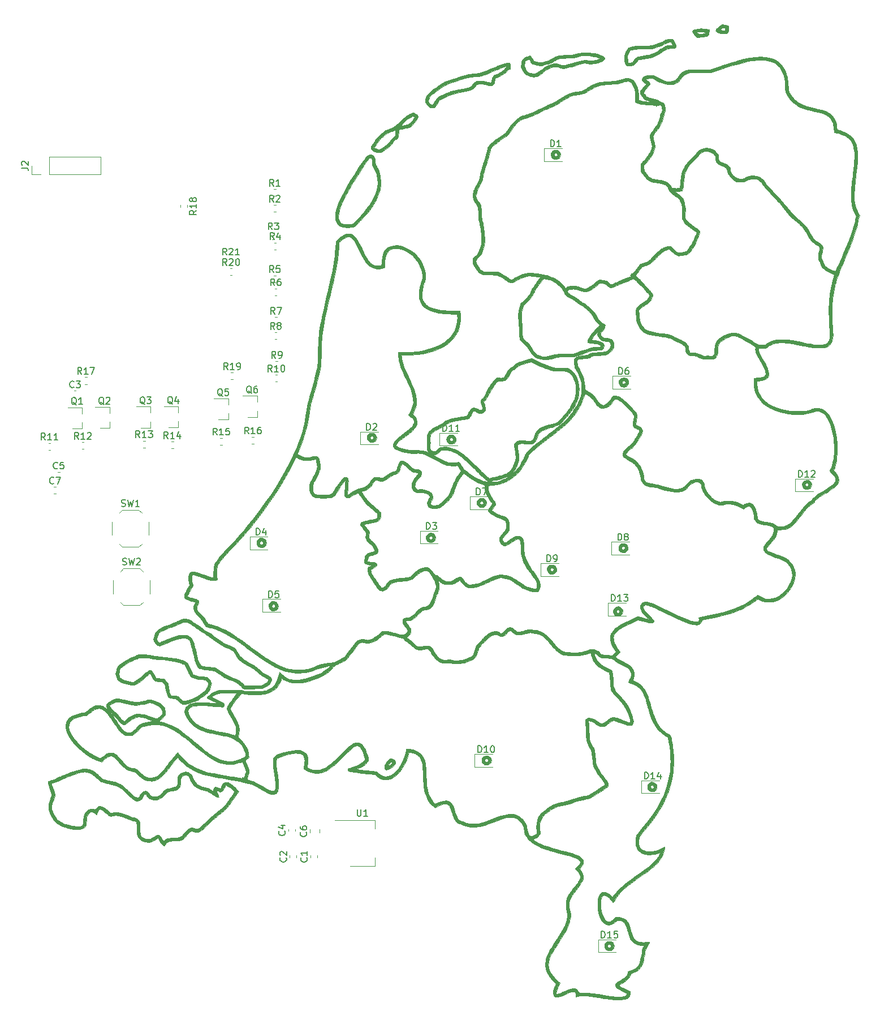
<source format=gto>
G04 #@! TF.GenerationSoftware,KiCad,Pcbnew,(5.1.5-0-10_14)*
G04 #@! TF.CreationDate,2019-12-22T16:06:01+01:00*
G04 #@! TF.ProjectId,hackerspacesnl,6861636b-6572-4737-9061-6365736e6c2e,rev?*
G04 #@! TF.SameCoordinates,Original*
G04 #@! TF.FileFunction,Legend,Top*
G04 #@! TF.FilePolarity,Positive*
%FSLAX46Y46*%
G04 Gerber Fmt 4.6, Leading zero omitted, Abs format (unit mm)*
G04 Created by KiCad (PCBNEW (5.1.5-0-10_14)) date 2019-12-22 16:06:01*
%MOMM*%
%LPD*%
G04 APERTURE LIST*
%ADD10C,0.120000*%
%ADD11C,0.010000*%
%ADD12C,0.150000*%
G04 APERTURE END LIST*
D10*
X120947100Y-114730900D02*
X123632100Y-114730900D01*
X120947100Y-112810900D02*
X120947100Y-114730900D01*
X123632100Y-112810900D02*
X120947100Y-112810900D01*
X110329900Y-117918600D02*
X113014900Y-117918600D01*
X110329900Y-115998600D02*
X110329900Y-117918600D01*
X113014900Y-115998600D02*
X110329900Y-115998600D01*
X148468000Y-105282100D02*
X151153000Y-105282100D01*
X148468000Y-103362100D02*
X148468000Y-105282100D01*
X151153000Y-103362100D02*
X148468000Y-103362100D01*
D11*
G36*
X112844026Y-54221159D02*
G01*
X113061367Y-54341622D01*
X113214479Y-54528101D01*
X113290495Y-54768362D01*
X113296510Y-54864792D01*
X113252513Y-55128013D01*
X113130980Y-55342382D01*
X112948392Y-55497558D01*
X112721231Y-55583205D01*
X112465977Y-55588982D01*
X112243600Y-55525284D01*
X112063189Y-55395634D01*
X111939360Y-55203537D01*
X111878364Y-54974799D01*
X111880450Y-54912980D01*
X112329347Y-54912980D01*
X112365146Y-55047974D01*
X112392460Y-55082439D01*
X112510784Y-55137613D01*
X112653871Y-55125860D01*
X112759671Y-55063571D01*
X112833025Y-54928662D01*
X112819067Y-54783505D01*
X112721774Y-54662449D01*
X112712500Y-54656128D01*
X112613074Y-54602378D01*
X112534897Y-54611072D01*
X112458500Y-54656128D01*
X112362642Y-54768308D01*
X112329347Y-54912980D01*
X111880450Y-54912980D01*
X111886448Y-54735230D01*
X111969864Y-54510639D01*
X111990124Y-54478552D01*
X112150416Y-54300613D01*
X112346795Y-54205041D01*
X112575322Y-54178948D01*
X112844026Y-54221159D01*
G37*
X112844026Y-54221159D02*
X113061367Y-54341622D01*
X113214479Y-54528101D01*
X113290495Y-54768362D01*
X113296510Y-54864792D01*
X113252513Y-55128013D01*
X113130980Y-55342382D01*
X112948392Y-55497558D01*
X112721231Y-55583205D01*
X112465977Y-55588982D01*
X112243600Y-55525284D01*
X112063189Y-55395634D01*
X111939360Y-55203537D01*
X111878364Y-54974799D01*
X111880450Y-54912980D01*
X112329347Y-54912980D01*
X112365146Y-55047974D01*
X112392460Y-55082439D01*
X112510784Y-55137613D01*
X112653871Y-55125860D01*
X112759671Y-55063571D01*
X112833025Y-54928662D01*
X112819067Y-54783505D01*
X112721774Y-54662449D01*
X112712500Y-54656128D01*
X112613074Y-54602378D01*
X112534897Y-54611072D01*
X112458500Y-54656128D01*
X112362642Y-54768308D01*
X112329347Y-54912980D01*
X111880450Y-54912980D01*
X111886448Y-54735230D01*
X111969864Y-54510639D01*
X111990124Y-54478552D01*
X112150416Y-54300613D01*
X112346795Y-54205041D01*
X112575322Y-54178948D01*
X112844026Y-54221159D01*
G36*
X97195740Y-96792460D02*
G01*
X97413339Y-96915632D01*
X97567030Y-97105501D01*
X97643803Y-97349451D01*
X97650110Y-97449622D01*
X97607234Y-97723257D01*
X97484817Y-97940499D01*
X97292953Y-98091112D01*
X97041739Y-98164859D01*
X96939100Y-98170620D01*
X96719103Y-98140906D01*
X96547866Y-98071456D01*
X96366009Y-97909727D01*
X96261647Y-97708593D01*
X96229275Y-97487247D01*
X96230331Y-97480363D01*
X96683633Y-97480363D01*
X96712956Y-97610120D01*
X96746060Y-97652840D01*
X96841052Y-97699781D01*
X96939100Y-97713800D01*
X97062984Y-97691622D01*
X97132140Y-97652840D01*
X97179081Y-97557847D01*
X97193100Y-97459800D01*
X97155836Y-97304163D01*
X97048811Y-97219421D01*
X96957968Y-97205800D01*
X96821034Y-97246781D01*
X96724624Y-97348776D01*
X96683633Y-97480363D01*
X96230331Y-97480363D01*
X96263389Y-97264883D01*
X96358486Y-97060694D01*
X96509060Y-96893872D01*
X96709607Y-96783612D01*
X96927239Y-96748600D01*
X97195740Y-96792460D01*
G37*
X97195740Y-96792460D02*
X97413339Y-96915632D01*
X97567030Y-97105501D01*
X97643803Y-97349451D01*
X97650110Y-97449622D01*
X97607234Y-97723257D01*
X97484817Y-97940499D01*
X97292953Y-98091112D01*
X97041739Y-98164859D01*
X96939100Y-98170620D01*
X96719103Y-98140906D01*
X96547866Y-98071456D01*
X96366009Y-97909727D01*
X96261647Y-97708593D01*
X96229275Y-97487247D01*
X96230331Y-97480363D01*
X96683633Y-97480363D01*
X96712956Y-97610120D01*
X96746060Y-97652840D01*
X96841052Y-97699781D01*
X96939100Y-97713800D01*
X97062984Y-97691622D01*
X97132140Y-97652840D01*
X97179081Y-97557847D01*
X97193100Y-97459800D01*
X97155836Y-97304163D01*
X97048811Y-97219421D01*
X96957968Y-97205800D01*
X96821034Y-97246781D01*
X96724624Y-97348776D01*
X96683633Y-97480363D01*
X96230331Y-97480363D01*
X96263389Y-97264883D01*
X96358486Y-97060694D01*
X96509060Y-96893872D01*
X96709607Y-96783612D01*
X96927239Y-96748600D01*
X97195740Y-96792460D01*
G36*
X85239713Y-96524569D02*
G01*
X85459073Y-96624087D01*
X85629962Y-96790650D01*
X85735984Y-97013987D01*
X85763100Y-97220230D01*
X85718258Y-97482048D01*
X85592058Y-97692709D01*
X85396987Y-97839984D01*
X85145532Y-97911648D01*
X85051900Y-97916620D01*
X84831903Y-97886906D01*
X84660666Y-97817456D01*
X84486321Y-97659177D01*
X84380018Y-97454219D01*
X84340644Y-97225580D01*
X84340895Y-97223400D01*
X84806161Y-97223400D01*
X84831949Y-97355437D01*
X84853402Y-97389266D01*
X84954033Y-97442147D01*
X85091882Y-97445103D01*
X85218185Y-97402335D01*
X85270157Y-97353362D01*
X85296831Y-97244982D01*
X85287206Y-97138236D01*
X85212516Y-97022929D01*
X85084525Y-96960774D01*
X84944604Y-96968057D01*
X84904337Y-96987543D01*
X84832428Y-97083905D01*
X84806161Y-97223400D01*
X84340895Y-97223400D01*
X84367085Y-96996257D01*
X84458227Y-96789248D01*
X84612958Y-96627549D01*
X84721180Y-96567743D01*
X84988283Y-96502364D01*
X85239713Y-96524569D01*
G37*
X85239713Y-96524569D02*
X85459073Y-96624087D01*
X85629962Y-96790650D01*
X85735984Y-97013987D01*
X85763100Y-97220230D01*
X85718258Y-97482048D01*
X85592058Y-97692709D01*
X85396987Y-97839984D01*
X85145532Y-97911648D01*
X85051900Y-97916620D01*
X84831903Y-97886906D01*
X84660666Y-97817456D01*
X84486321Y-97659177D01*
X84380018Y-97454219D01*
X84340644Y-97225580D01*
X84340895Y-97223400D01*
X84806161Y-97223400D01*
X84831949Y-97355437D01*
X84853402Y-97389266D01*
X84954033Y-97442147D01*
X85091882Y-97445103D01*
X85218185Y-97402335D01*
X85270157Y-97353362D01*
X85296831Y-97244982D01*
X85287206Y-97138236D01*
X85212516Y-97022929D01*
X85084525Y-96960774D01*
X84944604Y-96968057D01*
X84904337Y-96987543D01*
X84832428Y-97083905D01*
X84806161Y-97223400D01*
X84340895Y-97223400D01*
X84367085Y-96996257D01*
X84458227Y-96789248D01*
X84612958Y-96627549D01*
X84721180Y-96567743D01*
X84988283Y-96502364D01*
X85239713Y-96524569D01*
G36*
X122899320Y-88228816D02*
G01*
X123109414Y-88299947D01*
X123290927Y-88436444D01*
X123425828Y-88638679D01*
X123481111Y-88810924D01*
X123481266Y-89049391D01*
X123390404Y-89282421D01*
X123223230Y-89481660D01*
X123094297Y-89578785D01*
X122967523Y-89624198D01*
X122792941Y-89635284D01*
X122781832Y-89635248D01*
X122564499Y-89613248D01*
X122393015Y-89556344D01*
X122375602Y-89546348D01*
X122227311Y-89404946D01*
X122112988Y-89205175D01*
X122051543Y-88988182D01*
X122051447Y-88937584D01*
X122509730Y-88937584D01*
X122542515Y-89065213D01*
X122648589Y-89162666D01*
X122655495Y-89166001D01*
X122800950Y-89183271D01*
X122940518Y-89109213D01*
X123018602Y-89015094D01*
X123032213Y-88910908D01*
X122978922Y-88796008D01*
X122882855Y-88704802D01*
X122777602Y-88671400D01*
X122634625Y-88710901D01*
X122542884Y-88809554D01*
X122509730Y-88937584D01*
X122051447Y-88937584D01*
X122051262Y-88840554D01*
X122133778Y-88590466D01*
X122277874Y-88403874D01*
X122465518Y-88281153D01*
X122678677Y-88222675D01*
X122899320Y-88228816D01*
G37*
X122899320Y-88228816D02*
X123109414Y-88299947D01*
X123290927Y-88436444D01*
X123425828Y-88638679D01*
X123481111Y-88810924D01*
X123481266Y-89049391D01*
X123390404Y-89282421D01*
X123223230Y-89481660D01*
X123094297Y-89578785D01*
X122967523Y-89624198D01*
X122792941Y-89635284D01*
X122781832Y-89635248D01*
X122564499Y-89613248D01*
X122393015Y-89556344D01*
X122375602Y-89546348D01*
X122227311Y-89404946D01*
X122112988Y-89205175D01*
X122051543Y-88988182D01*
X122051447Y-88937584D01*
X122509730Y-88937584D01*
X122542515Y-89065213D01*
X122648589Y-89162666D01*
X122655495Y-89166001D01*
X122800950Y-89183271D01*
X122940518Y-89109213D01*
X123018602Y-89015094D01*
X123032213Y-88910908D01*
X122978922Y-88796008D01*
X122882855Y-88704802D01*
X122777602Y-88671400D01*
X122634625Y-88710901D01*
X122542884Y-88809554D01*
X122509730Y-88937584D01*
X122051447Y-88937584D01*
X122051262Y-88840554D01*
X122133778Y-88590466D01*
X122277874Y-88403874D01*
X122465518Y-88281153D01*
X122678677Y-88222675D01*
X122899320Y-88228816D01*
G36*
X150357237Y-103544461D02*
G01*
X150574124Y-103640510D01*
X150746668Y-103803944D01*
X150856937Y-104023540D01*
X150888320Y-104241600D01*
X150843552Y-104497272D01*
X150721459Y-104707458D01*
X150540359Y-104860952D01*
X150318568Y-104946547D01*
X150074403Y-104953039D01*
X149845644Y-104879457D01*
X149634978Y-104726362D01*
X149509970Y-104521534D01*
X149466415Y-104257902D01*
X149466300Y-104241600D01*
X149471849Y-104203251D01*
X149911406Y-104203251D01*
X149912663Y-104292256D01*
X149932223Y-104335929D01*
X150042474Y-104476601D01*
X150169928Y-104519188D01*
X150308294Y-104462124D01*
X150338599Y-104436926D01*
X150420876Y-104303823D01*
X150410048Y-104154578D01*
X150347426Y-104055100D01*
X150223376Y-103972246D01*
X150095610Y-103990203D01*
X149979105Y-104094629D01*
X149911406Y-104203251D01*
X149471849Y-104203251D01*
X149504652Y-103976563D01*
X149623396Y-103771246D01*
X149828062Y-103616673D01*
X149862162Y-103599405D01*
X150113939Y-103527018D01*
X150357237Y-103544461D01*
G37*
X150357237Y-103544461D02*
X150574124Y-103640510D01*
X150746668Y-103803944D01*
X150856937Y-104023540D01*
X150888320Y-104241600D01*
X150843552Y-104497272D01*
X150721459Y-104707458D01*
X150540359Y-104860952D01*
X150318568Y-104946547D01*
X150074403Y-104953039D01*
X149845644Y-104879457D01*
X149634978Y-104726362D01*
X149509970Y-104521534D01*
X149466415Y-104257902D01*
X149466300Y-104241600D01*
X149471849Y-104203251D01*
X149911406Y-104203251D01*
X149912663Y-104292256D01*
X149932223Y-104335929D01*
X150042474Y-104476601D01*
X150169928Y-104519188D01*
X150308294Y-104462124D01*
X150338599Y-104436926D01*
X150420876Y-104303823D01*
X150410048Y-104154578D01*
X150347426Y-104055100D01*
X150223376Y-103972246D01*
X150095610Y-103990203D01*
X149979105Y-104094629D01*
X149911406Y-104203251D01*
X149471849Y-104203251D01*
X149504652Y-103976563D01*
X149623396Y-103771246D01*
X149828062Y-103616673D01*
X149862162Y-103599405D01*
X150113939Y-103527018D01*
X150357237Y-103544461D01*
G36*
X101675023Y-106276284D02*
G01*
X101903964Y-106374259D01*
X102073770Y-106546200D01*
X102170662Y-106777885D01*
X102183806Y-107047635D01*
X102107021Y-107300775D01*
X101974234Y-107484911D01*
X101863205Y-107578512D01*
X101742784Y-107629531D01*
X101571248Y-107654011D01*
X101526241Y-107657192D01*
X101328548Y-107659760D01*
X101189659Y-107631727D01*
X101081910Y-107574236D01*
X100894765Y-107395424D01*
X100787898Y-107182680D01*
X100756701Y-106955075D01*
X100763153Y-106918914D01*
X101216158Y-106918914D01*
X101230222Y-107055836D01*
X101286128Y-107133571D01*
X101421037Y-107206925D01*
X101566194Y-107192967D01*
X101687250Y-107095674D01*
X101693571Y-107086400D01*
X101747321Y-106986974D01*
X101738627Y-106908797D01*
X101693571Y-106832400D01*
X101575464Y-106727846D01*
X101433115Y-106715570D01*
X101299200Y-106789473D01*
X101216158Y-106918914D01*
X100763153Y-106918914D01*
X100796563Y-106731683D01*
X100902874Y-106531576D01*
X101071024Y-106373825D01*
X101296404Y-106277503D01*
X101399429Y-106260647D01*
X101675023Y-106276284D01*
G37*
X101675023Y-106276284D02*
X101903964Y-106374259D01*
X102073770Y-106546200D01*
X102170662Y-106777885D01*
X102183806Y-107047635D01*
X102107021Y-107300775D01*
X101974234Y-107484911D01*
X101863205Y-107578512D01*
X101742784Y-107629531D01*
X101571248Y-107654011D01*
X101526241Y-107657192D01*
X101328548Y-107659760D01*
X101189659Y-107631727D01*
X101081910Y-107574236D01*
X100894765Y-107395424D01*
X100787898Y-107182680D01*
X100756701Y-106955075D01*
X100763153Y-106918914D01*
X101216158Y-106918914D01*
X101230222Y-107055836D01*
X101286128Y-107133571D01*
X101421037Y-107206925D01*
X101566194Y-107192967D01*
X101687250Y-107095674D01*
X101693571Y-107086400D01*
X101747321Y-106986974D01*
X101738627Y-106908797D01*
X101693571Y-106832400D01*
X101575464Y-106727846D01*
X101433115Y-106715570D01*
X101299200Y-106789473D01*
X101216158Y-106918914D01*
X100763153Y-106918914D01*
X100796563Y-106731683D01*
X100902874Y-106531576D01*
X101071024Y-106373825D01*
X101296404Y-106277503D01*
X101399429Y-106260647D01*
X101675023Y-106276284D01*
G36*
X94125284Y-111508726D02*
G01*
X94337871Y-111635497D01*
X94488257Y-111831369D01*
X94564222Y-112083730D01*
X94571038Y-112194614D01*
X94526523Y-112448323D01*
X94405032Y-112655306D01*
X94224645Y-112804711D01*
X94003441Y-112885687D01*
X93759501Y-112887379D01*
X93539111Y-112814021D01*
X93330500Y-112660465D01*
X93200091Y-112466082D01*
X93143506Y-112249132D01*
X93146299Y-112201082D01*
X93598796Y-112201082D01*
X93653216Y-112333179D01*
X93664352Y-112346246D01*
X93798123Y-112433079D01*
X93940005Y-112429318D01*
X94061175Y-112336727D01*
X94071941Y-112321287D01*
X94125368Y-112166102D01*
X94087142Y-112026466D01*
X93969319Y-111929476D01*
X93825451Y-111908305D01*
X93703410Y-111963367D01*
X93621693Y-112069385D01*
X93598796Y-112201082D01*
X93146299Y-112201082D01*
X93156369Y-112027876D01*
X93234304Y-111820576D01*
X93372935Y-111645491D01*
X93567886Y-111520884D01*
X93814781Y-111465015D01*
X93862719Y-111463666D01*
X94125284Y-111508726D01*
G37*
X94125284Y-111508726D02*
X94337871Y-111635497D01*
X94488257Y-111831369D01*
X94564222Y-112083730D01*
X94571038Y-112194614D01*
X94526523Y-112448323D01*
X94405032Y-112655306D01*
X94224645Y-112804711D01*
X94003441Y-112885687D01*
X93759501Y-112887379D01*
X93539111Y-112814021D01*
X93330500Y-112660465D01*
X93200091Y-112466082D01*
X93143506Y-112249132D01*
X93146299Y-112201082D01*
X93598796Y-112201082D01*
X93653216Y-112333179D01*
X93664352Y-112346246D01*
X93798123Y-112433079D01*
X93940005Y-112429318D01*
X94061175Y-112336727D01*
X94071941Y-112321287D01*
X94125368Y-112166102D01*
X94087142Y-112026466D01*
X93969319Y-111929476D01*
X93825451Y-111908305D01*
X93703410Y-111963367D01*
X93621693Y-112069385D01*
X93598796Y-112201082D01*
X93146299Y-112201082D01*
X93156369Y-112027876D01*
X93234304Y-111820576D01*
X93372935Y-111645491D01*
X93567886Y-111520884D01*
X93814781Y-111465015D01*
X93862719Y-111463666D01*
X94125284Y-111508726D01*
G36*
X122953226Y-113047559D02*
G01*
X123170567Y-113168022D01*
X123323679Y-113354501D01*
X123399695Y-113594762D01*
X123405710Y-113691192D01*
X123361713Y-113954413D01*
X123240180Y-114168782D01*
X123057592Y-114323958D01*
X122830431Y-114409605D01*
X122575177Y-114415382D01*
X122352800Y-114351684D01*
X122172389Y-114222034D01*
X122048560Y-114029937D01*
X121987564Y-113801199D01*
X121990491Y-113714446D01*
X122440700Y-113714446D01*
X122481724Y-113857672D01*
X122584284Y-113945834D01*
X122717606Y-113966318D01*
X122850918Y-113906507D01*
X122868871Y-113889971D01*
X122942225Y-113755062D01*
X122928267Y-113609905D01*
X122830974Y-113488849D01*
X122821700Y-113482528D01*
X122722274Y-113428778D01*
X122644097Y-113437472D01*
X122567700Y-113482528D01*
X122462206Y-113600221D01*
X122440700Y-113714446D01*
X121990491Y-113714446D01*
X121995648Y-113561630D01*
X122079064Y-113337039D01*
X122099324Y-113304952D01*
X122259616Y-113127013D01*
X122455995Y-113031441D01*
X122684522Y-113005348D01*
X122953226Y-113047559D01*
G37*
X122953226Y-113047559D02*
X123170567Y-113168022D01*
X123323679Y-113354501D01*
X123399695Y-113594762D01*
X123405710Y-113691192D01*
X123361713Y-113954413D01*
X123240180Y-114168782D01*
X123057592Y-114323958D01*
X122830431Y-114409605D01*
X122575177Y-114415382D01*
X122352800Y-114351684D01*
X122172389Y-114222034D01*
X122048560Y-114029937D01*
X121987564Y-113801199D01*
X121990491Y-113714446D01*
X122440700Y-113714446D01*
X122481724Y-113857672D01*
X122584284Y-113945834D01*
X122717606Y-113966318D01*
X122850918Y-113906507D01*
X122868871Y-113889971D01*
X122942225Y-113755062D01*
X122928267Y-113609905D01*
X122830974Y-113488849D01*
X122821700Y-113482528D01*
X122722274Y-113428778D01*
X122644097Y-113437472D01*
X122567700Y-113482528D01*
X122462206Y-113600221D01*
X122440700Y-113714446D01*
X121990491Y-113714446D01*
X121995648Y-113561630D01*
X122079064Y-113337039D01*
X122099324Y-113304952D01*
X122259616Y-113127013D01*
X122455995Y-113031441D01*
X122684522Y-113005348D01*
X122953226Y-113047559D01*
G36*
X112188119Y-116235784D02*
G01*
X112310521Y-116259567D01*
X112405453Y-116313192D01*
X112479390Y-116378479D01*
X112641494Y-116594260D01*
X112716365Y-116832418D01*
X112706563Y-117072910D01*
X112614646Y-117295689D01*
X112443173Y-117480711D01*
X112329537Y-117552214D01*
X112142290Y-117608723D01*
X111919164Y-117621162D01*
X111716906Y-117587221D01*
X111692356Y-117578182D01*
X111550747Y-117480418D01*
X111415643Y-117322085D01*
X111316276Y-117141642D01*
X111287088Y-117045015D01*
X111288946Y-116868885D01*
X111731471Y-116868885D01*
X111749062Y-116997540D01*
X111805973Y-117077299D01*
X111939076Y-117159576D01*
X112088321Y-117148748D01*
X112187799Y-117086126D01*
X112271128Y-116963514D01*
X112253537Y-116834859D01*
X112196626Y-116755100D01*
X112063523Y-116672823D01*
X111914278Y-116683651D01*
X111814800Y-116746273D01*
X111731471Y-116868885D01*
X111288946Y-116868885D01*
X111289716Y-116796019D01*
X111383071Y-116554684D01*
X111523209Y-116378479D01*
X111621539Y-116295544D01*
X111720118Y-116250882D01*
X111855891Y-116233051D01*
X112001300Y-116230400D01*
X112188119Y-116235784D01*
G37*
X112188119Y-116235784D02*
X112310521Y-116259567D01*
X112405453Y-116313192D01*
X112479390Y-116378479D01*
X112641494Y-116594260D01*
X112716365Y-116832418D01*
X112706563Y-117072910D01*
X112614646Y-117295689D01*
X112443173Y-117480711D01*
X112329537Y-117552214D01*
X112142290Y-117608723D01*
X111919164Y-117621162D01*
X111716906Y-117587221D01*
X111692356Y-117578182D01*
X111550747Y-117480418D01*
X111415643Y-117322085D01*
X111316276Y-117141642D01*
X111287088Y-117045015D01*
X111288946Y-116868885D01*
X111731471Y-116868885D01*
X111749062Y-116997540D01*
X111805973Y-117077299D01*
X111939076Y-117159576D01*
X112088321Y-117148748D01*
X112187799Y-117086126D01*
X112271128Y-116963514D01*
X112253537Y-116834859D01*
X112196626Y-116755100D01*
X112063523Y-116672823D01*
X111914278Y-116683651D01*
X111814800Y-116746273D01*
X111731471Y-116868885D01*
X111288946Y-116868885D01*
X111289716Y-116796019D01*
X111383071Y-116554684D01*
X111523209Y-116378479D01*
X111621539Y-116295544D01*
X111720118Y-116250882D01*
X111855891Y-116233051D01*
X112001300Y-116230400D01*
X112188119Y-116235784D01*
G36*
X122169451Y-122535859D02*
G01*
X122381817Y-122678896D01*
X122436059Y-122735276D01*
X122536696Y-122869779D01*
X122582709Y-123002532D01*
X122593100Y-123171229D01*
X122558516Y-123440645D01*
X122449428Y-123647763D01*
X122257829Y-123807097D01*
X122235158Y-123820211D01*
X121996618Y-123911985D01*
X121765480Y-123907120D01*
X121578112Y-123837621D01*
X121376970Y-123686710D01*
X121235259Y-123479433D01*
X121172212Y-123245671D01*
X121171158Y-123216998D01*
X121638035Y-123216998D01*
X121695295Y-123357174D01*
X121707891Y-123371989D01*
X121838609Y-123458323D01*
X121975051Y-123447136D01*
X122056071Y-123389571D01*
X122127702Y-123254662D01*
X122113623Y-123103542D01*
X122030828Y-122983658D01*
X121946621Y-122921780D01*
X121870057Y-122924688D01*
X121789528Y-122964782D01*
X121671308Y-123076910D01*
X121638035Y-123216998D01*
X121171158Y-123216998D01*
X121170700Y-123204547D01*
X121213575Y-122944995D01*
X121330095Y-122735706D01*
X121502101Y-122583413D01*
X121711435Y-122494851D01*
X121939938Y-122476755D01*
X122169451Y-122535859D01*
G37*
X122169451Y-122535859D02*
X122381817Y-122678896D01*
X122436059Y-122735276D01*
X122536696Y-122869779D01*
X122582709Y-123002532D01*
X122593100Y-123171229D01*
X122558516Y-123440645D01*
X122449428Y-123647763D01*
X122257829Y-123807097D01*
X122235158Y-123820211D01*
X121996618Y-123911985D01*
X121765480Y-123907120D01*
X121578112Y-123837621D01*
X121376970Y-123686710D01*
X121235259Y-123479433D01*
X121172212Y-123245671D01*
X121171158Y-123216998D01*
X121638035Y-123216998D01*
X121695295Y-123357174D01*
X121707891Y-123371989D01*
X121838609Y-123458323D01*
X121975051Y-123447136D01*
X122056071Y-123389571D01*
X122127702Y-123254662D01*
X122113623Y-123103542D01*
X122030828Y-122983658D01*
X121946621Y-122921780D01*
X121870057Y-122924688D01*
X121789528Y-122964782D01*
X121671308Y-123076910D01*
X121638035Y-123216998D01*
X121171158Y-123216998D01*
X121170700Y-123204547D01*
X121213575Y-122944995D01*
X121330095Y-122735706D01*
X121502101Y-122583413D01*
X121711435Y-122494851D01*
X121939938Y-122476755D01*
X122169451Y-122535859D01*
G36*
X68793414Y-112269478D02*
G01*
X68999161Y-112390332D01*
X69152108Y-112568914D01*
X69207233Y-112696234D01*
X69241689Y-112960112D01*
X69191969Y-113199522D01*
X69072764Y-113401600D01*
X68898766Y-113553480D01*
X68684665Y-113642299D01*
X68445153Y-113655193D01*
X68197383Y-113580515D01*
X67996499Y-113430724D01*
X67865814Y-113228494D01*
X67807081Y-112996470D01*
X67811340Y-112928400D01*
X68237100Y-112928400D01*
X68270728Y-113018542D01*
X68338700Y-113106200D01*
X68439273Y-113181551D01*
X68516500Y-113207800D01*
X68606642Y-113174171D01*
X68694300Y-113106200D01*
X68769651Y-113005626D01*
X68795900Y-112928400D01*
X68762271Y-112838257D01*
X68694300Y-112750600D01*
X68593726Y-112675248D01*
X68516500Y-112649000D01*
X68426357Y-112682628D01*
X68338700Y-112750600D01*
X68263348Y-112851173D01*
X68237100Y-112928400D01*
X67811340Y-112928400D01*
X67822049Y-112757294D01*
X67912469Y-112533609D01*
X68080091Y-112348059D01*
X68100907Y-112332659D01*
X68320134Y-112232704D01*
X68559021Y-112214290D01*
X68793414Y-112269478D01*
G37*
X68793414Y-112269478D02*
X68999161Y-112390332D01*
X69152108Y-112568914D01*
X69207233Y-112696234D01*
X69241689Y-112960112D01*
X69191969Y-113199522D01*
X69072764Y-113401600D01*
X68898766Y-113553480D01*
X68684665Y-113642299D01*
X68445153Y-113655193D01*
X68197383Y-113580515D01*
X67996499Y-113430724D01*
X67865814Y-113228494D01*
X67807081Y-112996470D01*
X67811340Y-112928400D01*
X68237100Y-112928400D01*
X68270728Y-113018542D01*
X68338700Y-113106200D01*
X68439273Y-113181551D01*
X68516500Y-113207800D01*
X68606642Y-113174171D01*
X68694300Y-113106200D01*
X68769651Y-113005626D01*
X68795900Y-112928400D01*
X68762271Y-112838257D01*
X68694300Y-112750600D01*
X68593726Y-112675248D01*
X68516500Y-112649000D01*
X68426357Y-112682628D01*
X68338700Y-112750600D01*
X68263348Y-112851173D01*
X68237100Y-112928400D01*
X67811340Y-112928400D01*
X67822049Y-112757294D01*
X67912469Y-112533609D01*
X68080091Y-112348059D01*
X68100907Y-112332659D01*
X68320134Y-112232704D01*
X68559021Y-112214290D01*
X68793414Y-112269478D01*
G36*
X70597914Y-121725831D02*
G01*
X70745864Y-121797485D01*
X70911058Y-121981768D01*
X71005338Y-122203162D01*
X71030414Y-122439331D01*
X70987997Y-122667937D01*
X70879799Y-122866644D01*
X70707531Y-123013114D01*
X70650619Y-123040656D01*
X70372035Y-123108339D01*
X70103542Y-123077839D01*
X69967432Y-123020974D01*
X69782724Y-122870839D01*
X69665381Y-122670092D01*
X69615550Y-122441931D01*
X69616296Y-122432203D01*
X70070645Y-122432203D01*
X70138103Y-122568851D01*
X70145728Y-122576771D01*
X70272341Y-122649914D01*
X70421775Y-122629427D01*
X70475639Y-122604012D01*
X70558703Y-122510255D01*
X70574396Y-122379123D01*
X70525130Y-122247082D01*
X70446900Y-122169328D01*
X70347474Y-122115578D01*
X70269297Y-122124272D01*
X70192900Y-122169328D01*
X70090236Y-122287579D01*
X70070645Y-122432203D01*
X69616296Y-122432203D01*
X69633378Y-122209553D01*
X69719010Y-121996154D01*
X69872595Y-121824931D01*
X69959530Y-121770066D01*
X70158846Y-121706207D01*
X70385131Y-121691932D01*
X70597914Y-121725831D01*
G37*
X70597914Y-121725831D02*
X70745864Y-121797485D01*
X70911058Y-121981768D01*
X71005338Y-122203162D01*
X71030414Y-122439331D01*
X70987997Y-122667937D01*
X70879799Y-122866644D01*
X70707531Y-123013114D01*
X70650619Y-123040656D01*
X70372035Y-123108339D01*
X70103542Y-123077839D01*
X69967432Y-123020974D01*
X69782724Y-122870839D01*
X69665381Y-122670092D01*
X69615550Y-122441931D01*
X69616296Y-122432203D01*
X70070645Y-122432203D01*
X70138103Y-122568851D01*
X70145728Y-122576771D01*
X70272341Y-122649914D01*
X70421775Y-122629427D01*
X70475639Y-122604012D01*
X70558703Y-122510255D01*
X70574396Y-122379123D01*
X70525130Y-122247082D01*
X70446900Y-122169328D01*
X70347474Y-122115578D01*
X70269297Y-122124272D01*
X70192900Y-122169328D01*
X70090236Y-122287579D01*
X70070645Y-122432203D01*
X69616296Y-122432203D01*
X69633378Y-122209553D01*
X69719010Y-121996154D01*
X69872595Y-121824931D01*
X69959530Y-121770066D01*
X70158846Y-121706207D01*
X70385131Y-121691932D01*
X70597914Y-121725831D01*
G36*
X102361607Y-144760936D02*
G01*
X102584704Y-144848293D01*
X102766248Y-145003730D01*
X102888444Y-145216546D01*
X102933498Y-145476041D01*
X102933500Y-145477660D01*
X102888078Y-145717868D01*
X102764999Y-145918521D01*
X102584038Y-146068862D01*
X102364972Y-146158128D01*
X102127577Y-146175563D01*
X101891629Y-146110405D01*
X101831066Y-146077456D01*
X101655321Y-145917078D01*
X101548855Y-145708556D01*
X101511080Y-145475613D01*
X101512353Y-145465800D01*
X101968300Y-145465800D01*
X101990477Y-145589684D01*
X102029260Y-145658840D01*
X102147584Y-145714013D01*
X102290671Y-145702260D01*
X102396471Y-145639971D01*
X102467564Y-145511500D01*
X102459665Y-145376464D01*
X102385001Y-145266437D01*
X102255798Y-145212991D01*
X102230672Y-145211800D01*
X102071408Y-145246678D01*
X101985398Y-145351884D01*
X101968300Y-145465800D01*
X101512353Y-145465800D01*
X101541407Y-145241970D01*
X101639247Y-145031350D01*
X101804012Y-144867476D01*
X101861930Y-144833266D01*
X102114751Y-144752360D01*
X102361607Y-144760936D01*
G37*
X102361607Y-144760936D02*
X102584704Y-144848293D01*
X102766248Y-145003730D01*
X102888444Y-145216546D01*
X102933498Y-145476041D01*
X102933500Y-145477660D01*
X102888078Y-145717868D01*
X102764999Y-145918521D01*
X102584038Y-146068862D01*
X102364972Y-146158128D01*
X102127577Y-146175563D01*
X101891629Y-146110405D01*
X101831066Y-146077456D01*
X101655321Y-145917078D01*
X101548855Y-145708556D01*
X101511080Y-145475613D01*
X101512353Y-145465800D01*
X101968300Y-145465800D01*
X101990477Y-145589684D01*
X102029260Y-145658840D01*
X102147584Y-145714013D01*
X102290671Y-145702260D01*
X102396471Y-145639971D01*
X102467564Y-145511500D01*
X102459665Y-145376464D01*
X102385001Y-145266437D01*
X102255798Y-145212991D01*
X102230672Y-145211800D01*
X102071408Y-145246678D01*
X101985398Y-145351884D01*
X101968300Y-145465800D01*
X101512353Y-145465800D01*
X101541407Y-145241970D01*
X101639247Y-145031350D01*
X101804012Y-144867476D01*
X101861930Y-144833266D01*
X102114751Y-144752360D01*
X102361607Y-144760936D01*
G36*
X88017589Y-145228276D02*
G01*
X88155819Y-145269636D01*
X88387355Y-145385544D01*
X88529590Y-145543031D01*
X88581870Y-145734041D01*
X88543545Y-145950514D01*
X88413961Y-146184396D01*
X88245471Y-146377321D01*
X87978313Y-146605164D01*
X87711878Y-146767673D01*
X87459705Y-146859977D01*
X87235337Y-146877210D01*
X87052315Y-146814503D01*
X87044403Y-146809119D01*
X86946721Y-146682534D01*
X86929215Y-146498850D01*
X86957840Y-146388617D01*
X87428268Y-146388617D01*
X87573584Y-146313275D01*
X87697365Y-146232070D01*
X87844364Y-146112728D01*
X87909400Y-146052621D01*
X88044817Y-145902094D01*
X88094009Y-145794293D01*
X88059115Y-145721804D01*
X88012041Y-145696955D01*
X87919198Y-145713721D01*
X87798886Y-145816662D01*
X87659556Y-145996914D01*
X87538330Y-146193908D01*
X87428268Y-146388617D01*
X86957840Y-146388617D01*
X86990749Y-146261894D01*
X87130191Y-145975489D01*
X87346407Y-145643459D01*
X87419201Y-145544626D01*
X87574936Y-145355352D01*
X87709150Y-145246041D01*
X87847986Y-145206936D01*
X88017589Y-145228276D01*
G37*
X88017589Y-145228276D02*
X88155819Y-145269636D01*
X88387355Y-145385544D01*
X88529590Y-145543031D01*
X88581870Y-145734041D01*
X88543545Y-145950514D01*
X88413961Y-146184396D01*
X88245471Y-146377321D01*
X87978313Y-146605164D01*
X87711878Y-146767673D01*
X87459705Y-146859977D01*
X87235337Y-146877210D01*
X87052315Y-146814503D01*
X87044403Y-146809119D01*
X86946721Y-146682534D01*
X86929215Y-146498850D01*
X86957840Y-146388617D01*
X87428268Y-146388617D01*
X87573584Y-146313275D01*
X87697365Y-146232070D01*
X87844364Y-146112728D01*
X87909400Y-146052621D01*
X88044817Y-145902094D01*
X88094009Y-145794293D01*
X88059115Y-145721804D01*
X88012041Y-145696955D01*
X87919198Y-145713721D01*
X87798886Y-145816662D01*
X87659556Y-145996914D01*
X87538330Y-146193908D01*
X87428268Y-146388617D01*
X86957840Y-146388617D01*
X86990749Y-146261894D01*
X87130191Y-145975489D01*
X87346407Y-145643459D01*
X87419201Y-145544626D01*
X87574936Y-145355352D01*
X87709150Y-145246041D01*
X87847986Y-145206936D01*
X88017589Y-145228276D01*
G36*
X127196268Y-148750913D02*
G01*
X127372243Y-148826920D01*
X127563880Y-148984713D01*
X127679748Y-149185342D01*
X127723384Y-149408659D01*
X127698326Y-149634519D01*
X127608111Y-149842774D01*
X127456275Y-150013279D01*
X127246357Y-150125888D01*
X127139700Y-150151399D01*
X126976597Y-150157292D01*
X126820119Y-150138179D01*
X126602588Y-150043783D01*
X126442349Y-149884956D01*
X126341622Y-149682647D01*
X126302623Y-149457801D01*
X126303188Y-149452672D01*
X126765243Y-149452672D01*
X126804334Y-149583908D01*
X126871603Y-149653919D01*
X126964518Y-149712486D01*
X127012700Y-149733000D01*
X127070818Y-149706917D01*
X127153796Y-149653919D01*
X127242403Y-149541674D01*
X127257720Y-149406131D01*
X127209162Y-149279298D01*
X127106144Y-149193183D01*
X127012700Y-149174200D01*
X126878840Y-149215810D01*
X126793217Y-149319304D01*
X126765243Y-149452672D01*
X126303188Y-149452672D01*
X126327571Y-149231368D01*
X126418685Y-149024293D01*
X126578181Y-148857525D01*
X126678278Y-148798608D01*
X126938627Y-148724187D01*
X127196268Y-148750913D01*
G37*
X127196268Y-148750913D02*
X127372243Y-148826920D01*
X127563880Y-148984713D01*
X127679748Y-149185342D01*
X127723384Y-149408659D01*
X127698326Y-149634519D01*
X127608111Y-149842774D01*
X127456275Y-150013279D01*
X127246357Y-150125888D01*
X127139700Y-150151399D01*
X126976597Y-150157292D01*
X126820119Y-150138179D01*
X126602588Y-150043783D01*
X126442349Y-149884956D01*
X126341622Y-149682647D01*
X126302623Y-149457801D01*
X126303188Y-149452672D01*
X126765243Y-149452672D01*
X126804334Y-149583908D01*
X126871603Y-149653919D01*
X126964518Y-149712486D01*
X127012700Y-149733000D01*
X127070818Y-149706917D01*
X127153796Y-149653919D01*
X127242403Y-149541674D01*
X127257720Y-149406131D01*
X127209162Y-149279298D01*
X127106144Y-149193183D01*
X127012700Y-149174200D01*
X126878840Y-149215810D01*
X126793217Y-149319304D01*
X126765243Y-149452672D01*
X126303188Y-149452672D01*
X126327571Y-149231368D01*
X126418685Y-149024293D01*
X126578181Y-148857525D01*
X126678278Y-148798608D01*
X126938627Y-148724187D01*
X127196268Y-148750913D01*
G36*
X120870846Y-172564705D02*
G01*
X121067210Y-172678652D01*
X121208959Y-172846224D01*
X121292185Y-173049144D01*
X121312980Y-173269135D01*
X121267434Y-173487918D01*
X121151639Y-173687217D01*
X120961688Y-173848754D01*
X120913088Y-173875621D01*
X120661207Y-173955787D01*
X120413079Y-173934913D01*
X120255507Y-173869954D01*
X120055407Y-173708772D01*
X119931887Y-173486212D01*
X119900295Y-173282934D01*
X120338286Y-173282934D01*
X120388297Y-173406551D01*
X120491609Y-173484022D01*
X120624425Y-173498238D01*
X120762948Y-173432091D01*
X120772999Y-173423326D01*
X120855341Y-173291629D01*
X120847635Y-173149714D01*
X120752377Y-173029292D01*
X120741387Y-173021758D01*
X120587836Y-172967125D01*
X120455667Y-173009784D01*
X120365375Y-173130279D01*
X120338286Y-173282934D01*
X119900295Y-173282934D01*
X119892233Y-173231062D01*
X119935771Y-172962333D01*
X120059970Y-172749519D01*
X120255204Y-172601941D01*
X120511847Y-172528921D01*
X120623776Y-172522661D01*
X120870846Y-172564705D01*
G37*
X120870846Y-172564705D02*
X121067210Y-172678652D01*
X121208959Y-172846224D01*
X121292185Y-173049144D01*
X121312980Y-173269135D01*
X121267434Y-173487918D01*
X121151639Y-173687217D01*
X120961688Y-173848754D01*
X120913088Y-173875621D01*
X120661207Y-173955787D01*
X120413079Y-173934913D01*
X120255507Y-173869954D01*
X120055407Y-173708772D01*
X119931887Y-173486212D01*
X119900295Y-173282934D01*
X120338286Y-173282934D01*
X120388297Y-173406551D01*
X120491609Y-173484022D01*
X120624425Y-173498238D01*
X120762948Y-173432091D01*
X120772999Y-173423326D01*
X120855341Y-173291629D01*
X120847635Y-173149714D01*
X120752377Y-173029292D01*
X120741387Y-173021758D01*
X120587836Y-172967125D01*
X120455667Y-173009784D01*
X120365375Y-173130279D01*
X120338286Y-173282934D01*
X119900295Y-173282934D01*
X119892233Y-173231062D01*
X119935771Y-172962333D01*
X120059970Y-172749519D01*
X120255204Y-172601941D01*
X120511847Y-172528921D01*
X120623776Y-172522661D01*
X120870846Y-172564705D01*
G36*
X137681666Y-35402729D02*
G01*
X137702164Y-35426631D01*
X137764226Y-35455075D01*
X137894915Y-35481222D01*
X138009174Y-35494245D01*
X138256215Y-35539673D01*
X138412018Y-35628046D01*
X138477906Y-35760413D01*
X138474411Y-35863770D01*
X138450066Y-36004268D01*
X138418783Y-36190578D01*
X138402064Y-36292154D01*
X138352074Y-36500275D01*
X138270908Y-36636322D01*
X138140098Y-36713455D01*
X137941179Y-36744835D01*
X137763972Y-36746881D01*
X137562670Y-36740437D01*
X137386078Y-36730246D01*
X137274300Y-36718757D01*
X137015112Y-36662943D01*
X136794767Y-36591677D01*
X136634758Y-36513252D01*
X136559997Y-36443203D01*
X136524801Y-36337751D01*
X136541262Y-36230536D01*
X136541745Y-36229765D01*
X137190532Y-36229765D01*
X137252581Y-36249298D01*
X137381554Y-36271107D01*
X137542959Y-36291283D01*
X137702308Y-36305918D01*
X137825112Y-36311102D01*
X137871200Y-36306904D01*
X137925270Y-36244960D01*
X137934700Y-36193719D01*
X137950104Y-36071622D01*
X137962873Y-36028290D01*
X137952370Y-35974320D01*
X137861531Y-35936693D01*
X137783211Y-35921638D01*
X137645475Y-35909613D01*
X137538089Y-35936717D01*
X137415886Y-36017142D01*
X137374058Y-36050188D01*
X137263254Y-36144906D01*
X137198336Y-36211607D01*
X137190532Y-36229765D01*
X136541745Y-36229765D01*
X136617703Y-36108742D01*
X136762446Y-35959555D01*
X136983815Y-35770160D01*
X137011952Y-35747331D01*
X137265909Y-35553369D01*
X137458402Y-35433037D01*
X137595098Y-35383702D01*
X137681666Y-35402729D01*
G37*
X137681666Y-35402729D02*
X137702164Y-35426631D01*
X137764226Y-35455075D01*
X137894915Y-35481222D01*
X138009174Y-35494245D01*
X138256215Y-35539673D01*
X138412018Y-35628046D01*
X138477906Y-35760413D01*
X138474411Y-35863770D01*
X138450066Y-36004268D01*
X138418783Y-36190578D01*
X138402064Y-36292154D01*
X138352074Y-36500275D01*
X138270908Y-36636322D01*
X138140098Y-36713455D01*
X137941179Y-36744835D01*
X137763972Y-36746881D01*
X137562670Y-36740437D01*
X137386078Y-36730246D01*
X137274300Y-36718757D01*
X137015112Y-36662943D01*
X136794767Y-36591677D01*
X136634758Y-36513252D01*
X136559997Y-36443203D01*
X136524801Y-36337751D01*
X136541262Y-36230536D01*
X136541745Y-36229765D01*
X137190532Y-36229765D01*
X137252581Y-36249298D01*
X137381554Y-36271107D01*
X137542959Y-36291283D01*
X137702308Y-36305918D01*
X137825112Y-36311102D01*
X137871200Y-36306904D01*
X137925270Y-36244960D01*
X137934700Y-36193719D01*
X137950104Y-36071622D01*
X137962873Y-36028290D01*
X137952370Y-35974320D01*
X137861531Y-35936693D01*
X137783211Y-35921638D01*
X137645475Y-35909613D01*
X137538089Y-35936717D01*
X137415886Y-36017142D01*
X137374058Y-36050188D01*
X137263254Y-36144906D01*
X137198336Y-36211607D01*
X137190532Y-36229765D01*
X136541745Y-36229765D01*
X136617703Y-36108742D01*
X136762446Y-35959555D01*
X136983815Y-35770160D01*
X137011952Y-35747331D01*
X137265909Y-35553369D01*
X137458402Y-35433037D01*
X137595098Y-35383702D01*
X137681666Y-35402729D01*
G36*
X134607286Y-36038056D02*
G01*
X134886796Y-36057310D01*
X135140753Y-36085986D01*
X135349355Y-36121427D01*
X135492795Y-36160977D01*
X135548435Y-36195422D01*
X135589675Y-36312076D01*
X135591279Y-36436544D01*
X135553441Y-36520622D01*
X135547100Y-36525200D01*
X135507490Y-36595365D01*
X135496300Y-36678207D01*
X135458015Y-36875915D01*
X135357257Y-37041752D01*
X135285124Y-37102591D01*
X135173584Y-37145974D01*
X134987227Y-37191703D01*
X134752617Y-37235450D01*
X134496318Y-37272885D01*
X134244894Y-37299680D01*
X134024907Y-37311505D01*
X134001933Y-37311713D01*
X133701366Y-37312600D01*
X133379633Y-36990866D01*
X133187555Y-36778624D01*
X133079156Y-36604515D01*
X133071392Y-36565109D01*
X133611592Y-36565109D01*
X133750650Y-36710254D01*
X133861346Y-36796295D01*
X134002427Y-36843776D01*
X134191523Y-36854192D01*
X134446261Y-36829038D01*
X134682858Y-36789248D01*
X134888990Y-36740404D01*
X135001315Y-36687001D01*
X135027979Y-36647027D01*
X135020215Y-36608005D01*
X134968083Y-36580108D01*
X134854847Y-36559329D01*
X134663774Y-36541663D01*
X134556801Y-36534242D01*
X134313539Y-36523249D01*
X134080085Y-36521231D01*
X133894361Y-36528217D01*
X133840826Y-36533689D01*
X133611592Y-36565109D01*
X133071392Y-36565109D01*
X133049934Y-36456210D01*
X133095387Y-36321379D01*
X133121400Y-36283684D01*
X133205457Y-36231448D01*
X133366261Y-36176388D01*
X133579275Y-36123670D01*
X133819960Y-36078460D01*
X134063779Y-36045926D01*
X134286192Y-36031233D01*
X134322028Y-36030882D01*
X134607286Y-36038056D01*
G37*
X134607286Y-36038056D02*
X134886796Y-36057310D01*
X135140753Y-36085986D01*
X135349355Y-36121427D01*
X135492795Y-36160977D01*
X135548435Y-36195422D01*
X135589675Y-36312076D01*
X135591279Y-36436544D01*
X135553441Y-36520622D01*
X135547100Y-36525200D01*
X135507490Y-36595365D01*
X135496300Y-36678207D01*
X135458015Y-36875915D01*
X135357257Y-37041752D01*
X135285124Y-37102591D01*
X135173584Y-37145974D01*
X134987227Y-37191703D01*
X134752617Y-37235450D01*
X134496318Y-37272885D01*
X134244894Y-37299680D01*
X134024907Y-37311505D01*
X134001933Y-37311713D01*
X133701366Y-37312600D01*
X133379633Y-36990866D01*
X133187555Y-36778624D01*
X133079156Y-36604515D01*
X133071392Y-36565109D01*
X133611592Y-36565109D01*
X133750650Y-36710254D01*
X133861346Y-36796295D01*
X134002427Y-36843776D01*
X134191523Y-36854192D01*
X134446261Y-36829038D01*
X134682858Y-36789248D01*
X134888990Y-36740404D01*
X135001315Y-36687001D01*
X135027979Y-36647027D01*
X135020215Y-36608005D01*
X134968083Y-36580108D01*
X134854847Y-36559329D01*
X134663774Y-36541663D01*
X134556801Y-36534242D01*
X134313539Y-36523249D01*
X134080085Y-36521231D01*
X133894361Y-36528217D01*
X133840826Y-36533689D01*
X133611592Y-36565109D01*
X133071392Y-36565109D01*
X133049934Y-36456210D01*
X133095387Y-36321379D01*
X133121400Y-36283684D01*
X133205457Y-36231448D01*
X133366261Y-36176388D01*
X133579275Y-36123670D01*
X133819960Y-36078460D01*
X134063779Y-36045926D01*
X134286192Y-36031233D01*
X134322028Y-36030882D01*
X134607286Y-36038056D01*
G36*
X130039257Y-37600227D02*
G01*
X130159712Y-37670882D01*
X130254662Y-37802747D01*
X130346759Y-38011555D01*
X130380374Y-38100000D01*
X130473031Y-38355919D01*
X130529511Y-38537855D01*
X130552921Y-38665525D01*
X130546369Y-38758644D01*
X130512961Y-38836928D01*
X130499820Y-38857956D01*
X130458747Y-38911261D01*
X130405270Y-38947189D01*
X130319340Y-38970021D01*
X130180907Y-38984037D01*
X129969923Y-38993518D01*
X129846520Y-38997428D01*
X129273300Y-39014683D01*
X128866900Y-39264551D01*
X128654480Y-39398777D01*
X128445341Y-39537007D01*
X128275708Y-39655125D01*
X128235701Y-39684725D01*
X127996553Y-39842837D01*
X127700010Y-40004496D01*
X127375738Y-40156524D01*
X127053403Y-40285747D01*
X126762668Y-40378987D01*
X126587701Y-40416719D01*
X126358543Y-40451088D01*
X126082378Y-40493033D01*
X125812577Y-40534441D01*
X125768100Y-40541320D01*
X125537638Y-40576956D01*
X125322218Y-40610151D01*
X125158309Y-40635289D01*
X125120745Y-40641011D01*
X125021595Y-40665147D01*
X124934235Y-40715088D01*
X124838984Y-40807952D01*
X124716162Y-40960857D01*
X124647545Y-41052608D01*
X124464215Y-41281874D01*
X124296932Y-41436587D01*
X124116326Y-41533075D01*
X123893025Y-41587668D01*
X123637744Y-41614031D01*
X123420934Y-41622050D01*
X123277670Y-41607609D01*
X123181779Y-41567709D01*
X123171601Y-41560622D01*
X123079813Y-41467291D01*
X123008663Y-41327556D01*
X122951308Y-41123055D01*
X122900904Y-40835423D01*
X122900618Y-40833469D01*
X122859850Y-40513931D01*
X122846583Y-40263479D01*
X122853675Y-40179553D01*
X123309264Y-40179553D01*
X123312612Y-40343923D01*
X123321155Y-40461366D01*
X123340691Y-40674089D01*
X123363352Y-40869169D01*
X123384333Y-41005391D01*
X123384919Y-41008300D01*
X123414533Y-41105526D01*
X123468335Y-41158028D01*
X123568274Y-41172296D01*
X123736303Y-41154820D01*
X123830173Y-41139954D01*
X123933104Y-41113919D01*
X124022527Y-41062569D01*
X124118933Y-40968288D01*
X124242815Y-40813457D01*
X124301748Y-40734551D01*
X124477465Y-40511466D01*
X124629248Y-40360804D01*
X124781755Y-40265763D01*
X124959641Y-40209536D01*
X125108369Y-40184808D01*
X125317555Y-40153412D01*
X125532341Y-40115346D01*
X125590300Y-40103720D01*
X125748680Y-40075801D01*
X125967876Y-40043843D01*
X126207575Y-40013599D01*
X126275903Y-40005889D01*
X126530296Y-39970657D01*
X126744332Y-39919521D01*
X126961632Y-39839488D01*
X127197054Y-39731526D01*
X127459521Y-39595162D01*
X127746791Y-39431106D01*
X128007309Y-39269147D01*
X128070205Y-39227022D01*
X128299127Y-39075195D01*
X128546805Y-38918735D01*
X128769034Y-38785377D01*
X128823278Y-38754499D01*
X129008319Y-38656727D01*
X129160322Y-38596643D01*
X129320051Y-38563148D01*
X129528269Y-38545140D01*
X129607046Y-38541061D01*
X130046743Y-38520039D01*
X129943199Y-38256967D01*
X129839654Y-37993895D01*
X129556477Y-38053434D01*
X129371908Y-38108029D01*
X129145341Y-38197355D01*
X128921650Y-38303463D01*
X128892300Y-38319078D01*
X128625944Y-38448602D01*
X128288858Y-38590319D01*
X127909297Y-38733524D01*
X127515516Y-38867513D01*
X127165100Y-38973404D01*
X127001099Y-39009514D01*
X126811394Y-39029206D01*
X126571094Y-39033869D01*
X126255309Y-39024894D01*
X126248225Y-39024592D01*
X125952787Y-39019286D01*
X125616592Y-39025242D01*
X125260904Y-39040866D01*
X124906984Y-39064562D01*
X124576096Y-39094736D01*
X124289503Y-39129793D01*
X124068465Y-39168138D01*
X123964700Y-39195884D01*
X123829918Y-39248722D01*
X123731267Y-39310703D01*
X123648230Y-39403693D01*
X123560292Y-39549557D01*
X123471201Y-39721842D01*
X123380260Y-39909412D01*
X123329048Y-40048349D01*
X123309264Y-40179553D01*
X122853675Y-40179553D01*
X122864416Y-40052452D01*
X122916947Y-39851189D01*
X123007777Y-39630026D01*
X123059920Y-39520572D01*
X123166327Y-39315493D01*
X123271459Y-39134127D01*
X123358673Y-39004404D01*
X123388179Y-38969775D01*
X123551818Y-38862512D01*
X123808634Y-38770606D01*
X124151208Y-38695139D01*
X124572126Y-38637195D01*
X125063969Y-38597857D01*
X125619322Y-38578209D01*
X126076195Y-38577079D01*
X126352100Y-38579899D01*
X126568547Y-38579217D01*
X126746511Y-38571159D01*
X126906967Y-38551846D01*
X127070890Y-38517404D01*
X127259255Y-38463956D01*
X127493036Y-38387625D01*
X127793209Y-38284536D01*
X127946947Y-38231351D01*
X128215737Y-38126600D01*
X128511277Y-37993148D01*
X128775845Y-37857311D01*
X128810446Y-37837690D01*
X129016345Y-37722835D01*
X129172804Y-37650696D01*
X129316324Y-37609794D01*
X129483405Y-37588652D01*
X129631220Y-37579600D01*
X129870644Y-37575045D01*
X130039257Y-37600227D01*
G37*
X130039257Y-37600227D02*
X130159712Y-37670882D01*
X130254662Y-37802747D01*
X130346759Y-38011555D01*
X130380374Y-38100000D01*
X130473031Y-38355919D01*
X130529511Y-38537855D01*
X130552921Y-38665525D01*
X130546369Y-38758644D01*
X130512961Y-38836928D01*
X130499820Y-38857956D01*
X130458747Y-38911261D01*
X130405270Y-38947189D01*
X130319340Y-38970021D01*
X130180907Y-38984037D01*
X129969923Y-38993518D01*
X129846520Y-38997428D01*
X129273300Y-39014683D01*
X128866900Y-39264551D01*
X128654480Y-39398777D01*
X128445341Y-39537007D01*
X128275708Y-39655125D01*
X128235701Y-39684725D01*
X127996553Y-39842837D01*
X127700010Y-40004496D01*
X127375738Y-40156524D01*
X127053403Y-40285747D01*
X126762668Y-40378987D01*
X126587701Y-40416719D01*
X126358543Y-40451088D01*
X126082378Y-40493033D01*
X125812577Y-40534441D01*
X125768100Y-40541320D01*
X125537638Y-40576956D01*
X125322218Y-40610151D01*
X125158309Y-40635289D01*
X125120745Y-40641011D01*
X125021595Y-40665147D01*
X124934235Y-40715088D01*
X124838984Y-40807952D01*
X124716162Y-40960857D01*
X124647545Y-41052608D01*
X124464215Y-41281874D01*
X124296932Y-41436587D01*
X124116326Y-41533075D01*
X123893025Y-41587668D01*
X123637744Y-41614031D01*
X123420934Y-41622050D01*
X123277670Y-41607609D01*
X123181779Y-41567709D01*
X123171601Y-41560622D01*
X123079813Y-41467291D01*
X123008663Y-41327556D01*
X122951308Y-41123055D01*
X122900904Y-40835423D01*
X122900618Y-40833469D01*
X122859850Y-40513931D01*
X122846583Y-40263479D01*
X122853675Y-40179553D01*
X123309264Y-40179553D01*
X123312612Y-40343923D01*
X123321155Y-40461366D01*
X123340691Y-40674089D01*
X123363352Y-40869169D01*
X123384333Y-41005391D01*
X123384919Y-41008300D01*
X123414533Y-41105526D01*
X123468335Y-41158028D01*
X123568274Y-41172296D01*
X123736303Y-41154820D01*
X123830173Y-41139954D01*
X123933104Y-41113919D01*
X124022527Y-41062569D01*
X124118933Y-40968288D01*
X124242815Y-40813457D01*
X124301748Y-40734551D01*
X124477465Y-40511466D01*
X124629248Y-40360804D01*
X124781755Y-40265763D01*
X124959641Y-40209536D01*
X125108369Y-40184808D01*
X125317555Y-40153412D01*
X125532341Y-40115346D01*
X125590300Y-40103720D01*
X125748680Y-40075801D01*
X125967876Y-40043843D01*
X126207575Y-40013599D01*
X126275903Y-40005889D01*
X126530296Y-39970657D01*
X126744332Y-39919521D01*
X126961632Y-39839488D01*
X127197054Y-39731526D01*
X127459521Y-39595162D01*
X127746791Y-39431106D01*
X128007309Y-39269147D01*
X128070205Y-39227022D01*
X128299127Y-39075195D01*
X128546805Y-38918735D01*
X128769034Y-38785377D01*
X128823278Y-38754499D01*
X129008319Y-38656727D01*
X129160322Y-38596643D01*
X129320051Y-38563148D01*
X129528269Y-38545140D01*
X129607046Y-38541061D01*
X130046743Y-38520039D01*
X129943199Y-38256967D01*
X129839654Y-37993895D01*
X129556477Y-38053434D01*
X129371908Y-38108029D01*
X129145341Y-38197355D01*
X128921650Y-38303463D01*
X128892300Y-38319078D01*
X128625944Y-38448602D01*
X128288858Y-38590319D01*
X127909297Y-38733524D01*
X127515516Y-38867513D01*
X127165100Y-38973404D01*
X127001099Y-39009514D01*
X126811394Y-39029206D01*
X126571094Y-39033869D01*
X126255309Y-39024894D01*
X126248225Y-39024592D01*
X125952787Y-39019286D01*
X125616592Y-39025242D01*
X125260904Y-39040866D01*
X124906984Y-39064562D01*
X124576096Y-39094736D01*
X124289503Y-39129793D01*
X124068465Y-39168138D01*
X123964700Y-39195884D01*
X123829918Y-39248722D01*
X123731267Y-39310703D01*
X123648230Y-39403693D01*
X123560292Y-39549557D01*
X123471201Y-39721842D01*
X123380260Y-39909412D01*
X123329048Y-40048349D01*
X123309264Y-40179553D01*
X122853675Y-40179553D01*
X122864416Y-40052452D01*
X122916947Y-39851189D01*
X123007777Y-39630026D01*
X123059920Y-39520572D01*
X123166327Y-39315493D01*
X123271459Y-39134127D01*
X123358673Y-39004404D01*
X123388179Y-38969775D01*
X123551818Y-38862512D01*
X123808634Y-38770606D01*
X124151208Y-38695139D01*
X124572126Y-38637195D01*
X125063969Y-38597857D01*
X125619322Y-38578209D01*
X126076195Y-38577079D01*
X126352100Y-38579899D01*
X126568547Y-38579217D01*
X126746511Y-38571159D01*
X126906967Y-38551846D01*
X127070890Y-38517404D01*
X127259255Y-38463956D01*
X127493036Y-38387625D01*
X127793209Y-38284536D01*
X127946947Y-38231351D01*
X128215737Y-38126600D01*
X128511277Y-37993148D01*
X128775845Y-37857311D01*
X128810446Y-37837690D01*
X129016345Y-37722835D01*
X129172804Y-37650696D01*
X129316324Y-37609794D01*
X129483405Y-37588652D01*
X129631220Y-37579600D01*
X129870644Y-37575045D01*
X130039257Y-37600227D01*
G36*
X117543206Y-39624771D02*
G01*
X118106583Y-39707362D01*
X118303452Y-39745204D01*
X118764425Y-39844686D01*
X119132760Y-39939940D01*
X119417103Y-40034695D01*
X119626102Y-40132681D01*
X119768408Y-40237627D01*
X119852666Y-40353262D01*
X119877701Y-40423998D01*
X119885412Y-40529663D01*
X119837329Y-40624092D01*
X119750899Y-40713771D01*
X119529932Y-40881314D01*
X119253553Y-41017509D01*
X118906900Y-41128185D01*
X118475108Y-41219176D01*
X118452900Y-41222993D01*
X118183976Y-41266928D01*
X117982443Y-41292560D01*
X117815929Y-41300830D01*
X117652066Y-41292679D01*
X117458481Y-41269049D01*
X117360700Y-41254761D01*
X116878100Y-41182660D01*
X116217700Y-41354719D01*
X115895175Y-41440714D01*
X115534747Y-41539938D01*
X115185270Y-41638797D01*
X114948273Y-41707930D01*
X114674394Y-41785728D01*
X114397671Y-41858096D01*
X114153064Y-41916224D01*
X113996062Y-41947931D01*
X113841077Y-41971889D01*
X113714316Y-41980409D01*
X113587850Y-41970241D01*
X113433745Y-41938136D01*
X113224071Y-41880843D01*
X113093858Y-41842965D01*
X112851982Y-41773011D01*
X112680883Y-41729162D01*
X112553861Y-41708861D01*
X112444218Y-41709553D01*
X112325256Y-41728682D01*
X112198185Y-41757223D01*
X111831357Y-41875611D01*
X111437213Y-42060826D01*
X111046725Y-42296485D01*
X110727494Y-42535260D01*
X110360657Y-42822579D01*
X110042684Y-43031101D01*
X109764728Y-43165647D01*
X109517941Y-43231037D01*
X109436954Y-43238493D01*
X109232867Y-43235758D01*
X109032717Y-43214652D01*
X108953300Y-43198624D01*
X108792168Y-43153933D01*
X108586633Y-43092775D01*
X108433177Y-43044882D01*
X108217988Y-42956464D01*
X108036787Y-42832163D01*
X107873609Y-42655478D01*
X107712488Y-42409910D01*
X107579131Y-42162218D01*
X107387366Y-41784411D01*
X107406829Y-41626326D01*
X107890497Y-41626326D01*
X107929983Y-41819763D01*
X108015255Y-42012779D01*
X108081928Y-42127958D01*
X108218525Y-42334490D01*
X108347039Y-42476007D01*
X108497524Y-42574430D01*
X108700032Y-42651679D01*
X108863796Y-42698261D01*
X109120597Y-42760663D01*
X109313242Y-42786050D01*
X109473406Y-42771152D01*
X109632765Y-42712702D01*
X109822994Y-42607432D01*
X109839304Y-42597610D01*
X110058795Y-42454382D01*
X110293849Y-42284777D01*
X110463918Y-42149914D01*
X110872078Y-41848763D01*
X111321079Y-41593898D01*
X111777993Y-41402505D01*
X112045242Y-41324571D01*
X112249776Y-41278417D01*
X112412244Y-41252621D01*
X112559280Y-41249136D01*
X112717523Y-41269913D01*
X112913609Y-41316906D01*
X113174175Y-41392068D01*
X113241865Y-41412298D01*
X113418347Y-41462889D01*
X113568855Y-41496424D01*
X113711138Y-41511131D01*
X113862946Y-41505238D01*
X114042028Y-41476972D01*
X114266134Y-41424561D01*
X114553013Y-41346231D01*
X114897085Y-41247005D01*
X115393919Y-41103695D01*
X115806589Y-40988645D01*
X116147896Y-40899780D01*
X116430644Y-40835023D01*
X116667632Y-40792299D01*
X116871664Y-40769532D01*
X117055541Y-40764648D01*
X117232065Y-40775570D01*
X117414037Y-40800223D01*
X117528856Y-40820316D01*
X117684814Y-40842029D01*
X117842577Y-40845111D01*
X118031432Y-40827888D01*
X118280670Y-40788681D01*
X118374033Y-40771937D01*
X118622749Y-40720727D01*
X118854290Y-40662827D01*
X119038034Y-40606430D01*
X119123355Y-40571451D01*
X119315916Y-40472662D01*
X118960608Y-40367033D01*
X118774777Y-40317925D01*
X118520145Y-40259007D01*
X118228131Y-40197171D01*
X117930150Y-40139309D01*
X117884278Y-40130927D01*
X117587521Y-40078902D01*
X117363507Y-40045492D01*
X117185429Y-40028993D01*
X117026482Y-40027699D01*
X116859861Y-40039907D01*
X116715878Y-40056628D01*
X116464040Y-40097490D01*
X116164402Y-40159863D01*
X115865571Y-40233190D01*
X115735100Y-40269646D01*
X115528852Y-40328302D01*
X115355171Y-40370522D01*
X115189392Y-40399229D01*
X115006850Y-40417349D01*
X114782878Y-40427805D01*
X114492811Y-40433523D01*
X114338100Y-40435289D01*
X113892595Y-40445695D01*
X113528949Y-40469596D01*
X113227858Y-40511085D01*
X112970016Y-40574254D01*
X112736120Y-40663197D01*
X112506863Y-40782007D01*
X112400290Y-40846168D01*
X112197797Y-40967374D01*
X111996601Y-41079550D01*
X111835369Y-41161271D01*
X111814958Y-41170487D01*
X111672944Y-41223424D01*
X111466816Y-41288496D01*
X111220768Y-41359351D01*
X110958994Y-41429636D01*
X110705689Y-41492997D01*
X110485049Y-41543081D01*
X110321268Y-41573537D01*
X110256091Y-41579800D01*
X110129689Y-41566225D01*
X109936727Y-41530418D01*
X109707836Y-41479753D01*
X109473646Y-41421606D01*
X109264787Y-41363352D01*
X109111890Y-41312365D01*
X109070752Y-41294398D01*
X108968298Y-41207253D01*
X108851484Y-41054192D01*
X108771574Y-40919725D01*
X108682831Y-40766403D01*
X108606019Y-40656849D01*
X108557657Y-40614603D01*
X108557424Y-40614600D01*
X108486409Y-40634991D01*
X108356262Y-40687709D01*
X108237411Y-40741616D01*
X108084766Y-40819111D01*
X107999567Y-40887803D01*
X107955826Y-40978797D01*
X107929702Y-41109916D01*
X107892002Y-41400400D01*
X107890497Y-41626326D01*
X107406829Y-41626326D01*
X107442907Y-41333311D01*
X107485550Y-41030543D01*
X107535139Y-40808897D01*
X107603489Y-40648013D01*
X107702411Y-40527528D01*
X107843722Y-40427083D01*
X108022562Y-40334272D01*
X108211916Y-40250231D01*
X108379179Y-40187825D01*
X108493390Y-40158349D01*
X108507366Y-40157400D01*
X108603333Y-40126340D01*
X108623100Y-40071234D01*
X108648971Y-40039335D01*
X108717095Y-40076541D01*
X108813234Y-40167510D01*
X108923150Y-40296897D01*
X109032605Y-40449360D01*
X109127364Y-40609556D01*
X109133255Y-40621011D01*
X109278613Y-40906822D01*
X109745719Y-41022240D01*
X109966106Y-41075244D01*
X110122165Y-41104499D01*
X110248101Y-41111030D01*
X110378119Y-41095863D01*
X110546424Y-41060023D01*
X110599062Y-41047820D01*
X111077772Y-40924570D01*
X111478078Y-40796414D01*
X111791732Y-40666263D01*
X111975900Y-40561860D01*
X112260330Y-40381166D01*
X112532392Y-40241113D01*
X112811570Y-40136792D01*
X113117347Y-40063296D01*
X113469209Y-40015717D01*
X113886639Y-39989147D01*
X114287300Y-39979643D01*
X114618807Y-39974270D01*
X114871442Y-39965365D01*
X115067929Y-39950430D01*
X115230990Y-39926964D01*
X115383348Y-39892470D01*
X115547727Y-39844447D01*
X115564604Y-39839150D01*
X116069301Y-39702084D01*
X116550206Y-39621252D01*
X117032961Y-39595774D01*
X117543206Y-39624771D01*
G37*
X117543206Y-39624771D02*
X118106583Y-39707362D01*
X118303452Y-39745204D01*
X118764425Y-39844686D01*
X119132760Y-39939940D01*
X119417103Y-40034695D01*
X119626102Y-40132681D01*
X119768408Y-40237627D01*
X119852666Y-40353262D01*
X119877701Y-40423998D01*
X119885412Y-40529663D01*
X119837329Y-40624092D01*
X119750899Y-40713771D01*
X119529932Y-40881314D01*
X119253553Y-41017509D01*
X118906900Y-41128185D01*
X118475108Y-41219176D01*
X118452900Y-41222993D01*
X118183976Y-41266928D01*
X117982443Y-41292560D01*
X117815929Y-41300830D01*
X117652066Y-41292679D01*
X117458481Y-41269049D01*
X117360700Y-41254761D01*
X116878100Y-41182660D01*
X116217700Y-41354719D01*
X115895175Y-41440714D01*
X115534747Y-41539938D01*
X115185270Y-41638797D01*
X114948273Y-41707930D01*
X114674394Y-41785728D01*
X114397671Y-41858096D01*
X114153064Y-41916224D01*
X113996062Y-41947931D01*
X113841077Y-41971889D01*
X113714316Y-41980409D01*
X113587850Y-41970241D01*
X113433745Y-41938136D01*
X113224071Y-41880843D01*
X113093858Y-41842965D01*
X112851982Y-41773011D01*
X112680883Y-41729162D01*
X112553861Y-41708861D01*
X112444218Y-41709553D01*
X112325256Y-41728682D01*
X112198185Y-41757223D01*
X111831357Y-41875611D01*
X111437213Y-42060826D01*
X111046725Y-42296485D01*
X110727494Y-42535260D01*
X110360657Y-42822579D01*
X110042684Y-43031101D01*
X109764728Y-43165647D01*
X109517941Y-43231037D01*
X109436954Y-43238493D01*
X109232867Y-43235758D01*
X109032717Y-43214652D01*
X108953300Y-43198624D01*
X108792168Y-43153933D01*
X108586633Y-43092775D01*
X108433177Y-43044882D01*
X108217988Y-42956464D01*
X108036787Y-42832163D01*
X107873609Y-42655478D01*
X107712488Y-42409910D01*
X107579131Y-42162218D01*
X107387366Y-41784411D01*
X107406829Y-41626326D01*
X107890497Y-41626326D01*
X107929983Y-41819763D01*
X108015255Y-42012779D01*
X108081928Y-42127958D01*
X108218525Y-42334490D01*
X108347039Y-42476007D01*
X108497524Y-42574430D01*
X108700032Y-42651679D01*
X108863796Y-42698261D01*
X109120597Y-42760663D01*
X109313242Y-42786050D01*
X109473406Y-42771152D01*
X109632765Y-42712702D01*
X109822994Y-42607432D01*
X109839304Y-42597610D01*
X110058795Y-42454382D01*
X110293849Y-42284777D01*
X110463918Y-42149914D01*
X110872078Y-41848763D01*
X111321079Y-41593898D01*
X111777993Y-41402505D01*
X112045242Y-41324571D01*
X112249776Y-41278417D01*
X112412244Y-41252621D01*
X112559280Y-41249136D01*
X112717523Y-41269913D01*
X112913609Y-41316906D01*
X113174175Y-41392068D01*
X113241865Y-41412298D01*
X113418347Y-41462889D01*
X113568855Y-41496424D01*
X113711138Y-41511131D01*
X113862946Y-41505238D01*
X114042028Y-41476972D01*
X114266134Y-41424561D01*
X114553013Y-41346231D01*
X114897085Y-41247005D01*
X115393919Y-41103695D01*
X115806589Y-40988645D01*
X116147896Y-40899780D01*
X116430644Y-40835023D01*
X116667632Y-40792299D01*
X116871664Y-40769532D01*
X117055541Y-40764648D01*
X117232065Y-40775570D01*
X117414037Y-40800223D01*
X117528856Y-40820316D01*
X117684814Y-40842029D01*
X117842577Y-40845111D01*
X118031432Y-40827888D01*
X118280670Y-40788681D01*
X118374033Y-40771937D01*
X118622749Y-40720727D01*
X118854290Y-40662827D01*
X119038034Y-40606430D01*
X119123355Y-40571451D01*
X119315916Y-40472662D01*
X118960608Y-40367033D01*
X118774777Y-40317925D01*
X118520145Y-40259007D01*
X118228131Y-40197171D01*
X117930150Y-40139309D01*
X117884278Y-40130927D01*
X117587521Y-40078902D01*
X117363507Y-40045492D01*
X117185429Y-40028993D01*
X117026482Y-40027699D01*
X116859861Y-40039907D01*
X116715878Y-40056628D01*
X116464040Y-40097490D01*
X116164402Y-40159863D01*
X115865571Y-40233190D01*
X115735100Y-40269646D01*
X115528852Y-40328302D01*
X115355171Y-40370522D01*
X115189392Y-40399229D01*
X115006850Y-40417349D01*
X114782878Y-40427805D01*
X114492811Y-40433523D01*
X114338100Y-40435289D01*
X113892595Y-40445695D01*
X113528949Y-40469596D01*
X113227858Y-40511085D01*
X112970016Y-40574254D01*
X112736120Y-40663197D01*
X112506863Y-40782007D01*
X112400290Y-40846168D01*
X112197797Y-40967374D01*
X111996601Y-41079550D01*
X111835369Y-41161271D01*
X111814958Y-41170487D01*
X111672944Y-41223424D01*
X111466816Y-41288496D01*
X111220768Y-41359351D01*
X110958994Y-41429636D01*
X110705689Y-41492997D01*
X110485049Y-41543081D01*
X110321268Y-41573537D01*
X110256091Y-41579800D01*
X110129689Y-41566225D01*
X109936727Y-41530418D01*
X109707836Y-41479753D01*
X109473646Y-41421606D01*
X109264787Y-41363352D01*
X109111890Y-41312365D01*
X109070752Y-41294398D01*
X108968298Y-41207253D01*
X108851484Y-41054192D01*
X108771574Y-40919725D01*
X108682831Y-40766403D01*
X108606019Y-40656849D01*
X108557657Y-40614603D01*
X108557424Y-40614600D01*
X108486409Y-40634991D01*
X108356262Y-40687709D01*
X108237411Y-40741616D01*
X108084766Y-40819111D01*
X107999567Y-40887803D01*
X107955826Y-40978797D01*
X107929702Y-41109916D01*
X107892002Y-41400400D01*
X107890497Y-41626326D01*
X107406829Y-41626326D01*
X107442907Y-41333311D01*
X107485550Y-41030543D01*
X107535139Y-40808897D01*
X107603489Y-40648013D01*
X107702411Y-40527528D01*
X107843722Y-40427083D01*
X108022562Y-40334272D01*
X108211916Y-40250231D01*
X108379179Y-40187825D01*
X108493390Y-40158349D01*
X108507366Y-40157400D01*
X108603333Y-40126340D01*
X108623100Y-40071234D01*
X108648971Y-40039335D01*
X108717095Y-40076541D01*
X108813234Y-40167510D01*
X108923150Y-40296897D01*
X109032605Y-40449360D01*
X109127364Y-40609556D01*
X109133255Y-40621011D01*
X109278613Y-40906822D01*
X109745719Y-41022240D01*
X109966106Y-41075244D01*
X110122165Y-41104499D01*
X110248101Y-41111030D01*
X110378119Y-41095863D01*
X110546424Y-41060023D01*
X110599062Y-41047820D01*
X111077772Y-40924570D01*
X111478078Y-40796414D01*
X111791732Y-40666263D01*
X111975900Y-40561860D01*
X112260330Y-40381166D01*
X112532392Y-40241113D01*
X112811570Y-40136792D01*
X113117347Y-40063296D01*
X113469209Y-40015717D01*
X113886639Y-39989147D01*
X114287300Y-39979643D01*
X114618807Y-39974270D01*
X114871442Y-39965365D01*
X115067929Y-39950430D01*
X115230990Y-39926964D01*
X115383348Y-39892470D01*
X115547727Y-39844447D01*
X115564604Y-39839150D01*
X116069301Y-39702084D01*
X116550206Y-39621252D01*
X117032961Y-39595774D01*
X117543206Y-39624771D01*
G36*
X105621145Y-41172184D02*
G01*
X105669647Y-41198869D01*
X105701372Y-41283149D01*
X105724010Y-41447484D01*
X105735743Y-41670588D01*
X105734756Y-41931177D01*
X105734055Y-41953535D01*
X105721930Y-42079355D01*
X105689587Y-42124546D01*
X105643940Y-42117405D01*
X105568280Y-42129662D01*
X105445486Y-42211400D01*
X105268637Y-42367443D01*
X105223613Y-42410463D01*
X104803501Y-42771342D01*
X104376310Y-43052664D01*
X103956372Y-43245113D01*
X103920552Y-43257380D01*
X103747661Y-43324753D01*
X103613755Y-43395058D01*
X103549547Y-43451015D01*
X103516763Y-43540389D01*
X103471000Y-43696507D01*
X103421685Y-43887012D01*
X103417559Y-43904053D01*
X103359980Y-44104730D01*
X103293089Y-44281393D01*
X103231034Y-44396851D01*
X103229103Y-44399353D01*
X103161321Y-44469824D01*
X103078078Y-44508189D01*
X102947997Y-44523799D01*
X102803447Y-44526200D01*
X102594281Y-44511787D01*
X102331799Y-44473062D01*
X102059415Y-44416791D01*
X101988773Y-44399200D01*
X101595919Y-44314126D01*
X101264551Y-44277714D01*
X101004255Y-44290492D01*
X100852932Y-44336836D01*
X100759326Y-44408809D01*
X100634853Y-44536232D01*
X100509198Y-44688059D01*
X100370865Y-44852463D01*
X100225959Y-44997196D01*
X100115970Y-45083843D01*
X99976045Y-45147716D01*
X99749329Y-45223303D01*
X99449482Y-45307089D01*
X99090167Y-45395562D01*
X98685044Y-45485207D01*
X98247774Y-45572510D01*
X98132900Y-45593950D01*
X97511799Y-45727951D01*
X96952808Y-45893665D01*
X96418278Y-46103542D01*
X96020469Y-46292508D01*
X95785202Y-46409764D01*
X95568922Y-46514102D01*
X95395087Y-46594429D01*
X95287154Y-46639650D01*
X95284619Y-46640544D01*
X95200214Y-46684488D01*
X95119821Y-46764970D01*
X95029552Y-46900050D01*
X94915522Y-47107790D01*
X94895059Y-47147207D01*
X94747136Y-47420349D01*
X94621392Y-47613424D01*
X94502198Y-47740672D01*
X94373930Y-47816330D01*
X94220960Y-47854636D01*
X94106304Y-47865909D01*
X93899730Y-47867048D01*
X93750539Y-47833795D01*
X93660334Y-47787354D01*
X93465648Y-47629149D01*
X93286906Y-47420637D01*
X93142473Y-47190000D01*
X93050712Y-46965421D01*
X93027500Y-46816104D01*
X93027973Y-46813107D01*
X93485196Y-46813107D01*
X93519769Y-46924923D01*
X93609022Y-47070713D01*
X93729619Y-47219363D01*
X93858227Y-47339758D01*
X93903797Y-47371295D01*
X94016462Y-47425100D01*
X94111562Y-47426850D01*
X94202296Y-47366642D01*
X94301862Y-47234572D01*
X94423457Y-47020738D01*
X94457588Y-46955760D01*
X94635728Y-46644835D01*
X94806066Y-46419491D01*
X94981741Y-46265889D01*
X95175891Y-46170191D01*
X95215536Y-46157535D01*
X95354445Y-46105661D01*
X95552523Y-46017961D01*
X95780164Y-45908019D01*
X95948500Y-45821254D01*
X96265373Y-45663082D01*
X96578240Y-45530299D01*
X96909516Y-45415722D01*
X97281616Y-45312165D01*
X97716954Y-45212444D01*
X98069211Y-45141481D01*
X98621613Y-45030768D01*
X99074221Y-44931412D01*
X99428172Y-44843131D01*
X99684604Y-44765644D01*
X99833364Y-44704690D01*
X99959957Y-44609325D01*
X100082445Y-44471708D01*
X100108353Y-44433703D01*
X100295024Y-44196779D01*
X100520090Y-44001268D01*
X100752258Y-43873749D01*
X100778620Y-43864440D01*
X100997086Y-43827478D01*
X101295782Y-43830793D01*
X101662166Y-43873241D01*
X102083695Y-43953675D01*
X102289388Y-44002298D01*
X102541132Y-44064964D01*
X102712910Y-44097646D01*
X102824273Y-44090831D01*
X102894771Y-44035004D01*
X102943955Y-43920651D01*
X102991376Y-43738259D01*
X103012713Y-43650304D01*
X103091608Y-43375860D01*
X103184681Y-43179014D01*
X103312637Y-43035974D01*
X103496181Y-42922948D01*
X103730408Y-42825587D01*
X103966202Y-42726676D01*
X104206031Y-42607713D01*
X104402498Y-42492441D01*
X104422344Y-42478991D01*
X104560561Y-42373356D01*
X104719688Y-42236758D01*
X104883433Y-42085303D01*
X105035507Y-41935095D01*
X105159617Y-41802237D01*
X105239473Y-41702833D01*
X105258783Y-41652988D01*
X105258384Y-41652550D01*
X105196887Y-41653927D01*
X105058023Y-41689019D01*
X104858051Y-41752097D01*
X104613234Y-41837430D01*
X104339834Y-41939287D01*
X104054110Y-42051937D01*
X103772326Y-42169650D01*
X103693094Y-42204168D01*
X103310565Y-42369686D01*
X102922856Y-42532219D01*
X102545427Y-42685718D01*
X102193739Y-42824137D01*
X101883252Y-42941429D01*
X101629424Y-43031545D01*
X101447717Y-43088438D01*
X101405240Y-43099111D01*
X101273155Y-43122276D01*
X101063977Y-43151456D01*
X100801809Y-43183607D01*
X100510754Y-43215688D01*
X100363840Y-43230563D01*
X100058467Y-43262529D01*
X99787917Y-43296691D01*
X99535720Y-43337052D01*
X99285406Y-43387615D01*
X99020507Y-43452383D01*
X98724552Y-43535359D01*
X98381072Y-43640548D01*
X97973598Y-43771952D01*
X97523300Y-43921020D01*
X97090451Y-44067273D01*
X96735637Y-44193495D01*
X96439696Y-44309240D01*
X96183467Y-44424064D01*
X95947786Y-44547522D01*
X95713493Y-44689168D01*
X95461425Y-44858558D01*
X95172420Y-45065246D01*
X95051893Y-45153379D01*
X94815547Y-45324731D01*
X94585081Y-45488138D01*
X94383971Y-45627193D01*
X94235689Y-45725493D01*
X94212610Y-45739945D01*
X94049232Y-45856194D01*
X93905280Y-45984908D01*
X93848209Y-46050366D01*
X93756016Y-46193259D01*
X93659028Y-46371746D01*
X93571836Y-46555171D01*
X93509029Y-46712881D01*
X93485196Y-46813107D01*
X93027973Y-46813107D01*
X93057549Y-46626066D01*
X93140054Y-46385202D01*
X93263551Y-46121663D01*
X93413677Y-45867950D01*
X93541250Y-45704047D01*
X93710873Y-45541431D01*
X93942521Y-45362081D01*
X94084632Y-45262694D01*
X94348635Y-45080196D01*
X94647055Y-44870379D01*
X94932751Y-44666510D01*
X95059500Y-44574721D01*
X95312040Y-44395307D01*
X95543901Y-44243449D01*
X95772653Y-44110820D01*
X96015868Y-43989093D01*
X96291115Y-43869941D01*
X96615967Y-43745035D01*
X97007994Y-43606049D01*
X97345500Y-43491312D01*
X97858797Y-43320966D01*
X98292942Y-43182525D01*
X98663851Y-43072053D01*
X98987440Y-42985613D01*
X99279626Y-42919270D01*
X99556324Y-42869087D01*
X99833451Y-42831128D01*
X100126924Y-42801458D01*
X100139500Y-42800365D01*
X100430178Y-42772130D01*
X100719102Y-42738709D01*
X100973433Y-42704216D01*
X101160333Y-42672770D01*
X101164908Y-42671844D01*
X101362500Y-42619907D01*
X101635657Y-42531168D01*
X101967924Y-42411886D01*
X102342844Y-42268322D01*
X102743960Y-42106737D01*
X103154816Y-41933391D01*
X103466900Y-41796090D01*
X103875547Y-41621865D01*
X104270162Y-41470691D01*
X104638984Y-41345757D01*
X104970253Y-41250251D01*
X105252209Y-41187361D01*
X105473093Y-41160276D01*
X105621145Y-41172184D01*
G37*
X105621145Y-41172184D02*
X105669647Y-41198869D01*
X105701372Y-41283149D01*
X105724010Y-41447484D01*
X105735743Y-41670588D01*
X105734756Y-41931177D01*
X105734055Y-41953535D01*
X105721930Y-42079355D01*
X105689587Y-42124546D01*
X105643940Y-42117405D01*
X105568280Y-42129662D01*
X105445486Y-42211400D01*
X105268637Y-42367443D01*
X105223613Y-42410463D01*
X104803501Y-42771342D01*
X104376310Y-43052664D01*
X103956372Y-43245113D01*
X103920552Y-43257380D01*
X103747661Y-43324753D01*
X103613755Y-43395058D01*
X103549547Y-43451015D01*
X103516763Y-43540389D01*
X103471000Y-43696507D01*
X103421685Y-43887012D01*
X103417559Y-43904053D01*
X103359980Y-44104730D01*
X103293089Y-44281393D01*
X103231034Y-44396851D01*
X103229103Y-44399353D01*
X103161321Y-44469824D01*
X103078078Y-44508189D01*
X102947997Y-44523799D01*
X102803447Y-44526200D01*
X102594281Y-44511787D01*
X102331799Y-44473062D01*
X102059415Y-44416791D01*
X101988773Y-44399200D01*
X101595919Y-44314126D01*
X101264551Y-44277714D01*
X101004255Y-44290492D01*
X100852932Y-44336836D01*
X100759326Y-44408809D01*
X100634853Y-44536232D01*
X100509198Y-44688059D01*
X100370865Y-44852463D01*
X100225959Y-44997196D01*
X100115970Y-45083843D01*
X99976045Y-45147716D01*
X99749329Y-45223303D01*
X99449482Y-45307089D01*
X99090167Y-45395562D01*
X98685044Y-45485207D01*
X98247774Y-45572510D01*
X98132900Y-45593950D01*
X97511799Y-45727951D01*
X96952808Y-45893665D01*
X96418278Y-46103542D01*
X96020469Y-46292508D01*
X95785202Y-46409764D01*
X95568922Y-46514102D01*
X95395087Y-46594429D01*
X95287154Y-46639650D01*
X95284619Y-46640544D01*
X95200214Y-46684488D01*
X95119821Y-46764970D01*
X95029552Y-46900050D01*
X94915522Y-47107790D01*
X94895059Y-47147207D01*
X94747136Y-47420349D01*
X94621392Y-47613424D01*
X94502198Y-47740672D01*
X94373930Y-47816330D01*
X94220960Y-47854636D01*
X94106304Y-47865909D01*
X93899730Y-47867048D01*
X93750539Y-47833795D01*
X93660334Y-47787354D01*
X93465648Y-47629149D01*
X93286906Y-47420637D01*
X93142473Y-47190000D01*
X93050712Y-46965421D01*
X93027500Y-46816104D01*
X93027973Y-46813107D01*
X93485196Y-46813107D01*
X93519769Y-46924923D01*
X93609022Y-47070713D01*
X93729619Y-47219363D01*
X93858227Y-47339758D01*
X93903797Y-47371295D01*
X94016462Y-47425100D01*
X94111562Y-47426850D01*
X94202296Y-47366642D01*
X94301862Y-47234572D01*
X94423457Y-47020738D01*
X94457588Y-46955760D01*
X94635728Y-46644835D01*
X94806066Y-46419491D01*
X94981741Y-46265889D01*
X95175891Y-46170191D01*
X95215536Y-46157535D01*
X95354445Y-46105661D01*
X95552523Y-46017961D01*
X95780164Y-45908019D01*
X95948500Y-45821254D01*
X96265373Y-45663082D01*
X96578240Y-45530299D01*
X96909516Y-45415722D01*
X97281616Y-45312165D01*
X97716954Y-45212444D01*
X98069211Y-45141481D01*
X98621613Y-45030768D01*
X99074221Y-44931412D01*
X99428172Y-44843131D01*
X99684604Y-44765644D01*
X99833364Y-44704690D01*
X99959957Y-44609325D01*
X100082445Y-44471708D01*
X100108353Y-44433703D01*
X100295024Y-44196779D01*
X100520090Y-44001268D01*
X100752258Y-43873749D01*
X100778620Y-43864440D01*
X100997086Y-43827478D01*
X101295782Y-43830793D01*
X101662166Y-43873241D01*
X102083695Y-43953675D01*
X102289388Y-44002298D01*
X102541132Y-44064964D01*
X102712910Y-44097646D01*
X102824273Y-44090831D01*
X102894771Y-44035004D01*
X102943955Y-43920651D01*
X102991376Y-43738259D01*
X103012713Y-43650304D01*
X103091608Y-43375860D01*
X103184681Y-43179014D01*
X103312637Y-43035974D01*
X103496181Y-42922948D01*
X103730408Y-42825587D01*
X103966202Y-42726676D01*
X104206031Y-42607713D01*
X104402498Y-42492441D01*
X104422344Y-42478991D01*
X104560561Y-42373356D01*
X104719688Y-42236758D01*
X104883433Y-42085303D01*
X105035507Y-41935095D01*
X105159617Y-41802237D01*
X105239473Y-41702833D01*
X105258783Y-41652988D01*
X105258384Y-41652550D01*
X105196887Y-41653927D01*
X105058023Y-41689019D01*
X104858051Y-41752097D01*
X104613234Y-41837430D01*
X104339834Y-41939287D01*
X104054110Y-42051937D01*
X103772326Y-42169650D01*
X103693094Y-42204168D01*
X103310565Y-42369686D01*
X102922856Y-42532219D01*
X102545427Y-42685718D01*
X102193739Y-42824137D01*
X101883252Y-42941429D01*
X101629424Y-43031545D01*
X101447717Y-43088438D01*
X101405240Y-43099111D01*
X101273155Y-43122276D01*
X101063977Y-43151456D01*
X100801809Y-43183607D01*
X100510754Y-43215688D01*
X100363840Y-43230563D01*
X100058467Y-43262529D01*
X99787917Y-43296691D01*
X99535720Y-43337052D01*
X99285406Y-43387615D01*
X99020507Y-43452383D01*
X98724552Y-43535359D01*
X98381072Y-43640548D01*
X97973598Y-43771952D01*
X97523300Y-43921020D01*
X97090451Y-44067273D01*
X96735637Y-44193495D01*
X96439696Y-44309240D01*
X96183467Y-44424064D01*
X95947786Y-44547522D01*
X95713493Y-44689168D01*
X95461425Y-44858558D01*
X95172420Y-45065246D01*
X95051893Y-45153379D01*
X94815547Y-45324731D01*
X94585081Y-45488138D01*
X94383971Y-45627193D01*
X94235689Y-45725493D01*
X94212610Y-45739945D01*
X94049232Y-45856194D01*
X93905280Y-45984908D01*
X93848209Y-46050366D01*
X93756016Y-46193259D01*
X93659028Y-46371746D01*
X93571836Y-46555171D01*
X93509029Y-46712881D01*
X93485196Y-46813107D01*
X93027973Y-46813107D01*
X93057549Y-46626066D01*
X93140054Y-46385202D01*
X93263551Y-46121663D01*
X93413677Y-45867950D01*
X93541250Y-45704047D01*
X93710873Y-45541431D01*
X93942521Y-45362081D01*
X94084632Y-45262694D01*
X94348635Y-45080196D01*
X94647055Y-44870379D01*
X94932751Y-44666510D01*
X95059500Y-44574721D01*
X95312040Y-44395307D01*
X95543901Y-44243449D01*
X95772653Y-44110820D01*
X96015868Y-43989093D01*
X96291115Y-43869941D01*
X96615967Y-43745035D01*
X97007994Y-43606049D01*
X97345500Y-43491312D01*
X97858797Y-43320966D01*
X98292942Y-43182525D01*
X98663851Y-43072053D01*
X98987440Y-42985613D01*
X99279626Y-42919270D01*
X99556324Y-42869087D01*
X99833451Y-42831128D01*
X100126924Y-42801458D01*
X100139500Y-42800365D01*
X100430178Y-42772130D01*
X100719102Y-42738709D01*
X100973433Y-42704216D01*
X101160333Y-42672770D01*
X101164908Y-42671844D01*
X101362500Y-42619907D01*
X101635657Y-42531168D01*
X101967924Y-42411886D01*
X102342844Y-42268322D01*
X102743960Y-42106737D01*
X103154816Y-41933391D01*
X103466900Y-41796090D01*
X103875547Y-41621865D01*
X104270162Y-41470691D01*
X104638984Y-41345757D01*
X104970253Y-41250251D01*
X105252209Y-41187361D01*
X105473093Y-41160276D01*
X105621145Y-41172184D01*
G36*
X91328988Y-48642003D02*
G01*
X91346689Y-48661085D01*
X91435406Y-48719338D01*
X91568919Y-48762593D01*
X91574535Y-48763679D01*
X91775824Y-48839983D01*
X91896390Y-48974321D01*
X91934196Y-49160451D01*
X91887205Y-49392134D01*
X91825961Y-49533772D01*
X91711159Y-49726310D01*
X91551993Y-49946005D01*
X91366246Y-50172893D01*
X91171700Y-50387009D01*
X90986137Y-50568389D01*
X90827340Y-50697070D01*
X90750082Y-50741650D01*
X90589803Y-50798135D01*
X90359548Y-50863415D01*
X90089665Y-50930215D01*
X89810500Y-50991262D01*
X89552398Y-51039280D01*
X89434807Y-51056923D01*
X89277385Y-51082568D01*
X89160816Y-51110163D01*
X89128089Y-51123181D01*
X89103292Y-51184916D01*
X89078867Y-51324329D01*
X89058398Y-51517549D01*
X89049745Y-51644990D01*
X89024594Y-51946538D01*
X88979981Y-52170339D01*
X88905110Y-52339877D01*
X88789189Y-52478635D01*
X88621423Y-52610095D01*
X88599194Y-52625217D01*
X88419239Y-52771546D01*
X88262637Y-52942193D01*
X88206425Y-53023612D01*
X87912029Y-53431386D01*
X87533029Y-53810962D01*
X87085718Y-54146056D01*
X87078742Y-54150551D01*
X86717136Y-54362947D01*
X86407080Y-54499542D01*
X86136924Y-54564086D01*
X85895018Y-54560329D01*
X85839300Y-54549551D01*
X85736408Y-54519730D01*
X85579037Y-54467573D01*
X85458300Y-54424918D01*
X85175594Y-54293815D01*
X84991703Y-54140369D01*
X84905911Y-53962629D01*
X84910830Y-53876016D01*
X85349699Y-53876016D01*
X85569099Y-53970358D01*
X85790795Y-54061478D01*
X85950715Y-54110610D01*
X86078542Y-54120010D01*
X86203962Y-54091936D01*
X86353664Y-54030004D01*
X86768381Y-53800516D01*
X87163632Y-53504693D01*
X87514460Y-53164602D01*
X87795908Y-52802306D01*
X87859634Y-52698585D01*
X88038317Y-52471071D01*
X88252352Y-52298566D01*
X88397542Y-52196233D01*
X88507098Y-52102225D01*
X88548699Y-52050981D01*
X88568585Y-51963618D01*
X88586626Y-51804810D01*
X88599642Y-51604706D01*
X88601926Y-51546215D01*
X88615942Y-51124031D01*
X88421421Y-51221698D01*
X88279667Y-51284289D01*
X88079220Y-51362186D01*
X87858440Y-51440638D01*
X87810566Y-51456633D01*
X87551533Y-51553635D01*
X87347754Y-51662716D01*
X87153791Y-51809505D01*
X87096891Y-51859213D01*
X86896943Y-52032100D01*
X86672222Y-52218228D01*
X86494787Y-52359035D01*
X86179075Y-52660606D01*
X85994043Y-52915972D01*
X85857033Y-53133836D01*
X85698100Y-53375695D01*
X85573881Y-53557208D01*
X85349699Y-53876016D01*
X84910830Y-53876016D01*
X84917498Y-53758644D01*
X85025748Y-53526462D01*
X85092443Y-53429946D01*
X85206678Y-53269185D01*
X85349735Y-53056967D01*
X85497895Y-52828798D01*
X85561691Y-52727523D01*
X85745227Y-52455058D01*
X85926350Y-52241081D01*
X86137361Y-52048588D01*
X86194247Y-52002889D01*
X86392621Y-51842806D01*
X86593922Y-51674299D01*
X86760005Y-51529407D01*
X86784584Y-51507051D01*
X86961589Y-51357886D01*
X87144843Y-51236615D01*
X87360221Y-51129633D01*
X87633598Y-51023340D01*
X87836113Y-50954274D01*
X88059644Y-50872408D01*
X88250244Y-50779577D01*
X88441552Y-50656427D01*
X88495504Y-50615106D01*
X89332824Y-50615106D01*
X89336132Y-50622200D01*
X89417814Y-50610234D01*
X89560931Y-50579437D01*
X89676726Y-50551109D01*
X89892994Y-50498633D01*
X90136604Y-50443727D01*
X90258900Y-50417907D01*
X90419310Y-50379178D01*
X90542161Y-50327429D01*
X90658310Y-50243482D01*
X90798611Y-50108160D01*
X90859717Y-50044498D01*
X91019326Y-49867220D01*
X91172933Y-49680296D01*
X91305809Y-49503569D01*
X91403227Y-49356880D01*
X91450458Y-49260073D01*
X91452700Y-49245623D01*
X91409989Y-49206502D01*
X91305686Y-49158638D01*
X91290962Y-49153357D01*
X91207569Y-49130834D01*
X91127782Y-49133247D01*
X91028066Y-49168265D01*
X90884890Y-49243556D01*
X90721647Y-49338887D01*
X90377146Y-49577099D01*
X89997086Y-49904396D01*
X89793490Y-50101500D01*
X89614603Y-50284481D01*
X89470947Y-50439330D01*
X89373396Y-50553665D01*
X89332824Y-50615106D01*
X88495504Y-50615106D01*
X88667207Y-50483602D01*
X88699713Y-50457373D01*
X88929748Y-50262512D01*
X89189940Y-50028848D01*
X89441238Y-49791965D01*
X89573100Y-49661476D01*
X89890661Y-49362946D01*
X90213839Y-49113877D01*
X90538960Y-48906760D01*
X90808781Y-48752381D01*
X91009252Y-48652804D01*
X91153815Y-48603941D01*
X91255913Y-48601704D01*
X91328988Y-48642003D01*
G37*
X91328988Y-48642003D02*
X91346689Y-48661085D01*
X91435406Y-48719338D01*
X91568919Y-48762593D01*
X91574535Y-48763679D01*
X91775824Y-48839983D01*
X91896390Y-48974321D01*
X91934196Y-49160451D01*
X91887205Y-49392134D01*
X91825961Y-49533772D01*
X91711159Y-49726310D01*
X91551993Y-49946005D01*
X91366246Y-50172893D01*
X91171700Y-50387009D01*
X90986137Y-50568389D01*
X90827340Y-50697070D01*
X90750082Y-50741650D01*
X90589803Y-50798135D01*
X90359548Y-50863415D01*
X90089665Y-50930215D01*
X89810500Y-50991262D01*
X89552398Y-51039280D01*
X89434807Y-51056923D01*
X89277385Y-51082568D01*
X89160816Y-51110163D01*
X89128089Y-51123181D01*
X89103292Y-51184916D01*
X89078867Y-51324329D01*
X89058398Y-51517549D01*
X89049745Y-51644990D01*
X89024594Y-51946538D01*
X88979981Y-52170339D01*
X88905110Y-52339877D01*
X88789189Y-52478635D01*
X88621423Y-52610095D01*
X88599194Y-52625217D01*
X88419239Y-52771546D01*
X88262637Y-52942193D01*
X88206425Y-53023612D01*
X87912029Y-53431386D01*
X87533029Y-53810962D01*
X87085718Y-54146056D01*
X87078742Y-54150551D01*
X86717136Y-54362947D01*
X86407080Y-54499542D01*
X86136924Y-54564086D01*
X85895018Y-54560329D01*
X85839300Y-54549551D01*
X85736408Y-54519730D01*
X85579037Y-54467573D01*
X85458300Y-54424918D01*
X85175594Y-54293815D01*
X84991703Y-54140369D01*
X84905911Y-53962629D01*
X84910830Y-53876016D01*
X85349699Y-53876016D01*
X85569099Y-53970358D01*
X85790795Y-54061478D01*
X85950715Y-54110610D01*
X86078542Y-54120010D01*
X86203962Y-54091936D01*
X86353664Y-54030004D01*
X86768381Y-53800516D01*
X87163632Y-53504693D01*
X87514460Y-53164602D01*
X87795908Y-52802306D01*
X87859634Y-52698585D01*
X88038317Y-52471071D01*
X88252352Y-52298566D01*
X88397542Y-52196233D01*
X88507098Y-52102225D01*
X88548699Y-52050981D01*
X88568585Y-51963618D01*
X88586626Y-51804810D01*
X88599642Y-51604706D01*
X88601926Y-51546215D01*
X88615942Y-51124031D01*
X88421421Y-51221698D01*
X88279667Y-51284289D01*
X88079220Y-51362186D01*
X87858440Y-51440638D01*
X87810566Y-51456633D01*
X87551533Y-51553635D01*
X87347754Y-51662716D01*
X87153791Y-51809505D01*
X87096891Y-51859213D01*
X86896943Y-52032100D01*
X86672222Y-52218228D01*
X86494787Y-52359035D01*
X86179075Y-52660606D01*
X85994043Y-52915972D01*
X85857033Y-53133836D01*
X85698100Y-53375695D01*
X85573881Y-53557208D01*
X85349699Y-53876016D01*
X84910830Y-53876016D01*
X84917498Y-53758644D01*
X85025748Y-53526462D01*
X85092443Y-53429946D01*
X85206678Y-53269185D01*
X85349735Y-53056967D01*
X85497895Y-52828798D01*
X85561691Y-52727523D01*
X85745227Y-52455058D01*
X85926350Y-52241081D01*
X86137361Y-52048588D01*
X86194247Y-52002889D01*
X86392621Y-51842806D01*
X86593922Y-51674299D01*
X86760005Y-51529407D01*
X86784584Y-51507051D01*
X86961589Y-51357886D01*
X87144843Y-51236615D01*
X87360221Y-51129633D01*
X87633598Y-51023340D01*
X87836113Y-50954274D01*
X88059644Y-50872408D01*
X88250244Y-50779577D01*
X88441552Y-50656427D01*
X88495504Y-50615106D01*
X89332824Y-50615106D01*
X89336132Y-50622200D01*
X89417814Y-50610234D01*
X89560931Y-50579437D01*
X89676726Y-50551109D01*
X89892994Y-50498633D01*
X90136604Y-50443727D01*
X90258900Y-50417907D01*
X90419310Y-50379178D01*
X90542161Y-50327429D01*
X90658310Y-50243482D01*
X90798611Y-50108160D01*
X90859717Y-50044498D01*
X91019326Y-49867220D01*
X91172933Y-49680296D01*
X91305809Y-49503569D01*
X91403227Y-49356880D01*
X91450458Y-49260073D01*
X91452700Y-49245623D01*
X91409989Y-49206502D01*
X91305686Y-49158638D01*
X91290962Y-49153357D01*
X91207569Y-49130834D01*
X91127782Y-49133247D01*
X91028066Y-49168265D01*
X90884890Y-49243556D01*
X90721647Y-49338887D01*
X90377146Y-49577099D01*
X89997086Y-49904396D01*
X89793490Y-50101500D01*
X89614603Y-50284481D01*
X89470947Y-50439330D01*
X89373396Y-50553665D01*
X89332824Y-50615106D01*
X88495504Y-50615106D01*
X88667207Y-50483602D01*
X88699713Y-50457373D01*
X88929748Y-50262512D01*
X89189940Y-50028848D01*
X89441238Y-49791965D01*
X89573100Y-49661476D01*
X89890661Y-49362946D01*
X90213839Y-49113877D01*
X90538960Y-48906760D01*
X90808781Y-48752381D01*
X91009252Y-48652804D01*
X91153815Y-48603941D01*
X91255913Y-48601704D01*
X91328988Y-48642003D01*
G36*
X84911581Y-54902040D02*
G01*
X85093615Y-54932813D01*
X85220157Y-54995648D01*
X85313089Y-55084083D01*
X85458106Y-55316509D01*
X85537918Y-55601491D01*
X85543659Y-55907038D01*
X85542922Y-55913440D01*
X85535257Y-56020629D01*
X85544606Y-56121671D01*
X85577925Y-56237914D01*
X85642168Y-56390706D01*
X85744290Y-56601397D01*
X85808571Y-56728900D01*
X85993066Y-57108337D01*
X86131055Y-57437359D01*
X86228804Y-57743162D01*
X86292576Y-58052939D01*
X86328636Y-58393885D01*
X86343248Y-58793197D01*
X86344388Y-59055000D01*
X86342154Y-59386450D01*
X86336341Y-59638870D01*
X86324563Y-59834822D01*
X86304437Y-59996871D01*
X86273577Y-60147578D01*
X86229598Y-60309506D01*
X86202106Y-60401200D01*
X85983722Y-61010754D01*
X85697427Y-61624074D01*
X85338594Y-62248342D01*
X84902597Y-62890741D01*
X84384810Y-63558456D01*
X83780606Y-64258670D01*
X83568417Y-64490600D01*
X83260516Y-64821477D01*
X83011423Y-65084938D01*
X82811938Y-65289051D01*
X82652858Y-65441879D01*
X82524984Y-65551489D01*
X82419114Y-65625946D01*
X82326048Y-65673316D01*
X82236584Y-65701665D01*
X82172482Y-65714296D01*
X81902722Y-65744837D01*
X81592241Y-65758218D01*
X81270058Y-65755330D01*
X80965196Y-65737060D01*
X80706672Y-65704295D01*
X80541111Y-65664373D01*
X80210193Y-65507630D01*
X79951814Y-65285959D01*
X79751365Y-64986662D01*
X79743386Y-64970993D01*
X79672399Y-64821384D01*
X79627931Y-64693780D01*
X79604153Y-64556323D01*
X79595234Y-64377155D01*
X79595042Y-64160400D01*
X79596870Y-64129055D01*
X80034575Y-64129055D01*
X80061797Y-64481928D01*
X80067822Y-64510473D01*
X80169540Y-64799478D01*
X80334937Y-65020374D01*
X80573099Y-65181317D01*
X80893110Y-65290469D01*
X80950674Y-65303286D01*
X81133092Y-65323553D01*
X81379975Y-65327050D01*
X81655765Y-65314849D01*
X81924904Y-65288022D01*
X82040141Y-65270464D01*
X82125420Y-65239373D01*
X82234907Y-65166761D01*
X82379542Y-65043421D01*
X82570262Y-64860144D01*
X82776741Y-64650395D01*
X83390237Y-63999171D01*
X83923224Y-63392994D01*
X84381568Y-62823415D01*
X84771135Y-62281987D01*
X85097793Y-61760263D01*
X85367409Y-61249794D01*
X85585848Y-60742133D01*
X85686417Y-60460711D01*
X85859002Y-59794906D01*
X85930533Y-59138736D01*
X85900934Y-58491490D01*
X85770132Y-57852454D01*
X85538052Y-57220917D01*
X85300501Y-56757003D01*
X85185241Y-56553718D01*
X85112630Y-56409880D01*
X85074539Y-56296934D01*
X85062839Y-56186326D01*
X85069400Y-56049501D01*
X85076338Y-55969603D01*
X85082126Y-55693158D01*
X85040723Y-55502348D01*
X84950123Y-55391808D01*
X84847522Y-55358224D01*
X84711684Y-55383777D01*
X84587570Y-55459824D01*
X84524015Y-55533675D01*
X84413156Y-55683701D01*
X84261566Y-55899940D01*
X84075813Y-56172427D01*
X83862469Y-56491198D01*
X83628105Y-56846288D01*
X83379291Y-57227734D01*
X83122598Y-57625571D01*
X82864596Y-58029835D01*
X82611856Y-58430562D01*
X82370949Y-58817788D01*
X82337908Y-58871381D01*
X81809595Y-59753592D01*
X81348957Y-60574025D01*
X80956499Y-61331425D01*
X80632725Y-62024539D01*
X80378141Y-62652114D01*
X80193252Y-63212893D01*
X80078561Y-63705625D01*
X80034575Y-64129055D01*
X79596870Y-64129055D01*
X79622062Y-63697329D01*
X79699748Y-63272850D01*
X79713158Y-63220600D01*
X79892782Y-62640621D01*
X80141581Y-61998829D01*
X80460246Y-61293866D01*
X80849470Y-60524376D01*
X81309945Y-59689004D01*
X81842362Y-58786393D01*
X82447414Y-57815186D01*
X82564335Y-57632600D01*
X82904655Y-57104035D01*
X83195512Y-56654471D01*
X83441760Y-56277047D01*
X83648251Y-55964903D01*
X83819841Y-55711178D01*
X83961383Y-55509011D01*
X84077730Y-55351541D01*
X84173737Y-55231909D01*
X84254256Y-55143252D01*
X84324142Y-55078710D01*
X84388249Y-55031424D01*
X84417261Y-55013502D01*
X84584199Y-54928750D01*
X84730646Y-54896009D01*
X84911581Y-54902040D01*
G37*
X84911581Y-54902040D02*
X85093615Y-54932813D01*
X85220157Y-54995648D01*
X85313089Y-55084083D01*
X85458106Y-55316509D01*
X85537918Y-55601491D01*
X85543659Y-55907038D01*
X85542922Y-55913440D01*
X85535257Y-56020629D01*
X85544606Y-56121671D01*
X85577925Y-56237914D01*
X85642168Y-56390706D01*
X85744290Y-56601397D01*
X85808571Y-56728900D01*
X85993066Y-57108337D01*
X86131055Y-57437359D01*
X86228804Y-57743162D01*
X86292576Y-58052939D01*
X86328636Y-58393885D01*
X86343248Y-58793197D01*
X86344388Y-59055000D01*
X86342154Y-59386450D01*
X86336341Y-59638870D01*
X86324563Y-59834822D01*
X86304437Y-59996871D01*
X86273577Y-60147578D01*
X86229598Y-60309506D01*
X86202106Y-60401200D01*
X85983722Y-61010754D01*
X85697427Y-61624074D01*
X85338594Y-62248342D01*
X84902597Y-62890741D01*
X84384810Y-63558456D01*
X83780606Y-64258670D01*
X83568417Y-64490600D01*
X83260516Y-64821477D01*
X83011423Y-65084938D01*
X82811938Y-65289051D01*
X82652858Y-65441879D01*
X82524984Y-65551489D01*
X82419114Y-65625946D01*
X82326048Y-65673316D01*
X82236584Y-65701665D01*
X82172482Y-65714296D01*
X81902722Y-65744837D01*
X81592241Y-65758218D01*
X81270058Y-65755330D01*
X80965196Y-65737060D01*
X80706672Y-65704295D01*
X80541111Y-65664373D01*
X80210193Y-65507630D01*
X79951814Y-65285959D01*
X79751365Y-64986662D01*
X79743386Y-64970993D01*
X79672399Y-64821384D01*
X79627931Y-64693780D01*
X79604153Y-64556323D01*
X79595234Y-64377155D01*
X79595042Y-64160400D01*
X79596870Y-64129055D01*
X80034575Y-64129055D01*
X80061797Y-64481928D01*
X80067822Y-64510473D01*
X80169540Y-64799478D01*
X80334937Y-65020374D01*
X80573099Y-65181317D01*
X80893110Y-65290469D01*
X80950674Y-65303286D01*
X81133092Y-65323553D01*
X81379975Y-65327050D01*
X81655765Y-65314849D01*
X81924904Y-65288022D01*
X82040141Y-65270464D01*
X82125420Y-65239373D01*
X82234907Y-65166761D01*
X82379542Y-65043421D01*
X82570262Y-64860144D01*
X82776741Y-64650395D01*
X83390237Y-63999171D01*
X83923224Y-63392994D01*
X84381568Y-62823415D01*
X84771135Y-62281987D01*
X85097793Y-61760263D01*
X85367409Y-61249794D01*
X85585848Y-60742133D01*
X85686417Y-60460711D01*
X85859002Y-59794906D01*
X85930533Y-59138736D01*
X85900934Y-58491490D01*
X85770132Y-57852454D01*
X85538052Y-57220917D01*
X85300501Y-56757003D01*
X85185241Y-56553718D01*
X85112630Y-56409880D01*
X85074539Y-56296934D01*
X85062839Y-56186326D01*
X85069400Y-56049501D01*
X85076338Y-55969603D01*
X85082126Y-55693158D01*
X85040723Y-55502348D01*
X84950123Y-55391808D01*
X84847522Y-55358224D01*
X84711684Y-55383777D01*
X84587570Y-55459824D01*
X84524015Y-55533675D01*
X84413156Y-55683701D01*
X84261566Y-55899940D01*
X84075813Y-56172427D01*
X83862469Y-56491198D01*
X83628105Y-56846288D01*
X83379291Y-57227734D01*
X83122598Y-57625571D01*
X82864596Y-58029835D01*
X82611856Y-58430562D01*
X82370949Y-58817788D01*
X82337908Y-58871381D01*
X81809595Y-59753592D01*
X81348957Y-60574025D01*
X80956499Y-61331425D01*
X80632725Y-62024539D01*
X80378141Y-62652114D01*
X80193252Y-63212893D01*
X80078561Y-63705625D01*
X80034575Y-64129055D01*
X79596870Y-64129055D01*
X79622062Y-63697329D01*
X79699748Y-63272850D01*
X79713158Y-63220600D01*
X79892782Y-62640621D01*
X80141581Y-61998829D01*
X80460246Y-61293866D01*
X80849470Y-60524376D01*
X81309945Y-59689004D01*
X81842362Y-58786393D01*
X82447414Y-57815186D01*
X82564335Y-57632600D01*
X82904655Y-57104035D01*
X83195512Y-56654471D01*
X83441760Y-56277047D01*
X83648251Y-55964903D01*
X83819841Y-55711178D01*
X83961383Y-55509011D01*
X84077730Y-55351541D01*
X84173737Y-55231909D01*
X84254256Y-55143252D01*
X84324142Y-55078710D01*
X84388249Y-55031424D01*
X84417261Y-55013502D01*
X84584199Y-54928750D01*
X84730646Y-54896009D01*
X84911581Y-54902040D01*
G36*
X57222594Y-124340275D02*
G01*
X57425762Y-124358364D01*
X57571671Y-124383683D01*
X57574751Y-124384525D01*
X57741466Y-124452505D01*
X57982067Y-124583435D01*
X58292688Y-124774862D01*
X58669464Y-125024334D01*
X59108529Y-125329400D01*
X59446637Y-125571648D01*
X59721940Y-125767489D01*
X59996854Y-125956750D01*
X60250324Y-126125385D01*
X60461296Y-126259347D01*
X60591700Y-126335580D01*
X60785393Y-126451729D01*
X61020730Y-126609825D01*
X61262385Y-126785498D01*
X61404500Y-126896266D01*
X61926917Y-127301475D01*
X62402464Y-127635288D01*
X62846054Y-127906965D01*
X63272601Y-128125764D01*
X63621455Y-128272730D01*
X63952780Y-128403383D01*
X64208303Y-128519749D01*
X64408805Y-128639079D01*
X64575065Y-128778622D01*
X64727865Y-128955628D01*
X64887985Y-129187346D01*
X65063126Y-129469448D01*
X65322260Y-129853341D01*
X65597593Y-130165281D01*
X65913100Y-130426569D01*
X66292754Y-130658505D01*
X66541907Y-130783314D01*
X66848816Y-130946978D01*
X67205660Y-131168486D01*
X67591380Y-131433002D01*
X67984917Y-131725688D01*
X68365214Y-132031709D01*
X68591771Y-132227565D01*
X68791569Y-132386803D01*
X69035394Y-132554131D01*
X69274446Y-132696339D01*
X69301851Y-132710845D01*
X69614417Y-132885103D01*
X69834115Y-133035275D01*
X69965746Y-133165268D01*
X70014108Y-133278988D01*
X70014550Y-133291015D01*
X69994614Y-133433809D01*
X69944915Y-133624825D01*
X69879050Y-133820404D01*
X69810619Y-133976886D01*
X69789874Y-134012379D01*
X69703076Y-134100613D01*
X69549487Y-134217277D01*
X69353947Y-134346914D01*
X69141295Y-134474065D01*
X68936374Y-134583271D01*
X68764021Y-134659074D01*
X68734259Y-134669311D01*
X68610275Y-134695491D01*
X68412520Y-134717014D01*
X68134254Y-134734285D01*
X67768735Y-134747708D01*
X67309222Y-134757689D01*
X67246500Y-134758689D01*
X66891731Y-134763353D01*
X66566099Y-134766117D01*
X66284845Y-134766972D01*
X66063212Y-134765912D01*
X65916444Y-134762927D01*
X65864575Y-134759405D01*
X65782547Y-134714392D01*
X65657211Y-134609768D01*
X65509958Y-134464259D01*
X65439470Y-134387306D01*
X65239915Y-134180677D01*
X65030579Y-134006940D01*
X64791943Y-133854582D01*
X64504487Y-133712092D01*
X64148693Y-133567958D01*
X63893700Y-133475691D01*
X63530474Y-133344104D01*
X63244118Y-133229099D01*
X63013521Y-133120387D01*
X62817570Y-133007676D01*
X62635156Y-132880675D01*
X62569893Y-132830387D01*
X62297581Y-132625660D01*
X62009670Y-132425412D01*
X61736255Y-132249737D01*
X61507434Y-132118731D01*
X61492660Y-132111140D01*
X61335751Y-132048711D01*
X61139479Y-132006645D01*
X60876928Y-131979746D01*
X60781460Y-131973871D01*
X60390742Y-131943750D01*
X60022984Y-131899006D01*
X59695939Y-131842906D01*
X59427356Y-131778714D01*
X59234986Y-131709694D01*
X59180104Y-131679335D01*
X59061850Y-131564339D01*
X58928658Y-131377849D01*
X58794490Y-131145772D01*
X58673310Y-130894018D01*
X58579081Y-130648493D01*
X58533637Y-130479800D01*
X58416066Y-129920933D01*
X58293545Y-129387932D01*
X58169464Y-128893076D01*
X58047211Y-128448645D01*
X57930177Y-128066921D01*
X57821751Y-127760183D01*
X57725322Y-127540711D01*
X57719213Y-127529128D01*
X57646459Y-127452989D01*
X57514455Y-127360301D01*
X57405423Y-127299085D01*
X57269337Y-127235187D01*
X57150395Y-127197869D01*
X57015807Y-127182165D01*
X56832780Y-127183108D01*
X56683347Y-127189737D01*
X56310044Y-127233289D01*
X55886071Y-127330165D01*
X55403737Y-127482747D01*
X54855352Y-127693417D01*
X54343300Y-127914646D01*
X53962762Y-128082999D01*
X53659865Y-128207004D01*
X53421180Y-128287355D01*
X53233276Y-128324742D01*
X53082723Y-128319858D01*
X52956090Y-128273396D01*
X52839949Y-128186047D01*
X52720868Y-128058503D01*
X52672936Y-128000726D01*
X52502485Y-127772981D01*
X52402285Y-127578579D01*
X52366903Y-127387113D01*
X52372538Y-127335701D01*
X52836241Y-127335701D01*
X52861776Y-127465329D01*
X52945099Y-127603943D01*
X53065915Y-127754655D01*
X53187257Y-127899711D01*
X53612878Y-127721281D01*
X53862666Y-127615362D01*
X54153338Y-127490308D01*
X54433034Y-127368471D01*
X54509799Y-127334675D01*
X55106157Y-127095170D01*
X55678890Y-126912091D01*
X56211391Y-126790020D01*
X56687052Y-126733543D01*
X56687511Y-126733520D01*
X56925525Y-126723341D01*
X57094275Y-126724552D01*
X57225907Y-126742274D01*
X57352562Y-126781630D01*
X57506387Y-126847739D01*
X57560654Y-126872641D01*
X57749828Y-126968328D01*
X57914396Y-127066554D01*
X58021400Y-127147477D01*
X58027585Y-127153767D01*
X58113309Y-127284097D01*
X58213068Y-127501848D01*
X58323027Y-127794422D01*
X58439355Y-128149224D01*
X58558218Y-128553656D01*
X58675784Y-128995123D01*
X58788221Y-129461029D01*
X58891695Y-129938776D01*
X58923484Y-130098230D01*
X58975361Y-130302546D01*
X59053334Y-130535949D01*
X59147327Y-130775195D01*
X59247261Y-130997038D01*
X59343059Y-131178236D01*
X59424642Y-131295543D01*
X59453648Y-131321058D01*
X59553232Y-131356706D01*
X59731813Y-131396306D01*
X59967059Y-131436442D01*
X60236633Y-131473697D01*
X60518202Y-131504655D01*
X60789432Y-131525900D01*
X60794900Y-131526220D01*
X61033942Y-131544275D01*
X61254304Y-131568278D01*
X61423236Y-131594341D01*
X61480700Y-131607654D01*
X61640122Y-131672660D01*
X61856641Y-131786414D01*
X62107350Y-131935038D01*
X62369342Y-132104653D01*
X62619711Y-132281379D01*
X62725300Y-132361733D01*
X63054285Y-132591993D01*
X63418854Y-132790821D01*
X63844688Y-132971230D01*
X64124568Y-133070775D01*
X64598822Y-133246923D01*
X64988205Y-133430328D01*
X65309417Y-133630683D01*
X65579159Y-133857685D01*
X65702133Y-133986665D01*
X66007545Y-134330308D01*
X67262022Y-134304150D01*
X68516500Y-134277993D01*
X68859005Y-134095619D01*
X69112785Y-133953217D01*
X69287448Y-133834529D01*
X69398246Y-133725626D01*
X69460432Y-133612580D01*
X69482774Y-133526004D01*
X69514315Y-133346408D01*
X69062488Y-133108178D01*
X68813281Y-132962243D01*
X68548687Y-132784074D01*
X68315642Y-132605855D01*
X68258780Y-132557086D01*
X67826602Y-132191893D01*
X67381177Y-131850458D01*
X66943249Y-131547331D01*
X66533566Y-131297066D01*
X66255900Y-131152138D01*
X65814311Y-130918421D01*
X65450900Y-130666664D01*
X65142288Y-130375939D01*
X64865094Y-130025320D01*
X64685111Y-129746148D01*
X64494025Y-129443038D01*
X64328861Y-129217167D01*
X64174315Y-129052913D01*
X64015080Y-128934655D01*
X63835851Y-128846773D01*
X63784740Y-128827209D01*
X63253050Y-128615761D01*
X62763409Y-128382515D01*
X62291118Y-128113184D01*
X61811472Y-127793478D01*
X61299772Y-127409111D01*
X61209410Y-127337578D01*
X60974749Y-127157105D01*
X60737626Y-126985924D01*
X60523496Y-126841728D01*
X60357817Y-126742210D01*
X60337700Y-126731713D01*
X60204628Y-126655220D01*
X60007290Y-126529756D01*
X59762995Y-126366917D01*
X59489048Y-126178299D01*
X59202758Y-125975499D01*
X59121472Y-125916832D01*
X58721155Y-125628055D01*
X58391411Y-125394417D01*
X58121635Y-125209964D01*
X57901225Y-125068737D01*
X57719575Y-124964781D01*
X57566082Y-124892139D01*
X57430141Y-124844855D01*
X57301148Y-124816972D01*
X57168499Y-124802534D01*
X57133814Y-124800344D01*
X56975946Y-124793608D01*
X56851600Y-124799022D01*
X56734527Y-124823883D01*
X56598475Y-124875492D01*
X56417195Y-124961149D01*
X56244814Y-125047556D01*
X56004459Y-125160808D01*
X55700175Y-125292163D01*
X55364607Y-125428161D01*
X55030399Y-125555341D01*
X54896178Y-125603634D01*
X54495978Y-125752588D01*
X54123815Y-125906233D01*
X53792368Y-126058237D01*
X53514316Y-126202268D01*
X53302338Y-126331992D01*
X53169112Y-126441077D01*
X53138268Y-126481680D01*
X53090269Y-126582838D01*
X53021720Y-126746649D01*
X52946349Y-126940124D01*
X52936124Y-126967458D01*
X52862892Y-127181072D01*
X52836241Y-127335701D01*
X52372538Y-127335701D01*
X52390903Y-127168180D01*
X52468851Y-126891374D01*
X52472605Y-126879912D01*
X52586283Y-126561330D01*
X52700597Y-126319503D01*
X52834980Y-126131341D01*
X53008862Y-125973752D01*
X53241673Y-125823645D01*
X53461462Y-125704766D01*
X53729852Y-125575809D01*
X54053617Y-125435484D01*
X54390723Y-125301298D01*
X54680662Y-125196926D01*
X55006053Y-125078694D01*
X55370462Y-124931945D01*
X55726169Y-124776587D01*
X55989150Y-124651061D01*
X56243417Y-124523927D01*
X56430649Y-124436150D01*
X56574079Y-124380466D01*
X56696943Y-124349606D01*
X56822472Y-124336305D01*
X56973903Y-124333293D01*
X57005150Y-124333283D01*
X57222594Y-124340275D01*
G37*
X57222594Y-124340275D02*
X57425762Y-124358364D01*
X57571671Y-124383683D01*
X57574751Y-124384525D01*
X57741466Y-124452505D01*
X57982067Y-124583435D01*
X58292688Y-124774862D01*
X58669464Y-125024334D01*
X59108529Y-125329400D01*
X59446637Y-125571648D01*
X59721940Y-125767489D01*
X59996854Y-125956750D01*
X60250324Y-126125385D01*
X60461296Y-126259347D01*
X60591700Y-126335580D01*
X60785393Y-126451729D01*
X61020730Y-126609825D01*
X61262385Y-126785498D01*
X61404500Y-126896266D01*
X61926917Y-127301475D01*
X62402464Y-127635288D01*
X62846054Y-127906965D01*
X63272601Y-128125764D01*
X63621455Y-128272730D01*
X63952780Y-128403383D01*
X64208303Y-128519749D01*
X64408805Y-128639079D01*
X64575065Y-128778622D01*
X64727865Y-128955628D01*
X64887985Y-129187346D01*
X65063126Y-129469448D01*
X65322260Y-129853341D01*
X65597593Y-130165281D01*
X65913100Y-130426569D01*
X66292754Y-130658505D01*
X66541907Y-130783314D01*
X66848816Y-130946978D01*
X67205660Y-131168486D01*
X67591380Y-131433002D01*
X67984917Y-131725688D01*
X68365214Y-132031709D01*
X68591771Y-132227565D01*
X68791569Y-132386803D01*
X69035394Y-132554131D01*
X69274446Y-132696339D01*
X69301851Y-132710845D01*
X69614417Y-132885103D01*
X69834115Y-133035275D01*
X69965746Y-133165268D01*
X70014108Y-133278988D01*
X70014550Y-133291015D01*
X69994614Y-133433809D01*
X69944915Y-133624825D01*
X69879050Y-133820404D01*
X69810619Y-133976886D01*
X69789874Y-134012379D01*
X69703076Y-134100613D01*
X69549487Y-134217277D01*
X69353947Y-134346914D01*
X69141295Y-134474065D01*
X68936374Y-134583271D01*
X68764021Y-134659074D01*
X68734259Y-134669311D01*
X68610275Y-134695491D01*
X68412520Y-134717014D01*
X68134254Y-134734285D01*
X67768735Y-134747708D01*
X67309222Y-134757689D01*
X67246500Y-134758689D01*
X66891731Y-134763353D01*
X66566099Y-134766117D01*
X66284845Y-134766972D01*
X66063212Y-134765912D01*
X65916444Y-134762927D01*
X65864575Y-134759405D01*
X65782547Y-134714392D01*
X65657211Y-134609768D01*
X65509958Y-134464259D01*
X65439470Y-134387306D01*
X65239915Y-134180677D01*
X65030579Y-134006940D01*
X64791943Y-133854582D01*
X64504487Y-133712092D01*
X64148693Y-133567958D01*
X63893700Y-133475691D01*
X63530474Y-133344104D01*
X63244118Y-133229099D01*
X63013521Y-133120387D01*
X62817570Y-133007676D01*
X62635156Y-132880675D01*
X62569893Y-132830387D01*
X62297581Y-132625660D01*
X62009670Y-132425412D01*
X61736255Y-132249737D01*
X61507434Y-132118731D01*
X61492660Y-132111140D01*
X61335751Y-132048711D01*
X61139479Y-132006645D01*
X60876928Y-131979746D01*
X60781460Y-131973871D01*
X60390742Y-131943750D01*
X60022984Y-131899006D01*
X59695939Y-131842906D01*
X59427356Y-131778714D01*
X59234986Y-131709694D01*
X59180104Y-131679335D01*
X59061850Y-131564339D01*
X58928658Y-131377849D01*
X58794490Y-131145772D01*
X58673310Y-130894018D01*
X58579081Y-130648493D01*
X58533637Y-130479800D01*
X58416066Y-129920933D01*
X58293545Y-129387932D01*
X58169464Y-128893076D01*
X58047211Y-128448645D01*
X57930177Y-128066921D01*
X57821751Y-127760183D01*
X57725322Y-127540711D01*
X57719213Y-127529128D01*
X57646459Y-127452989D01*
X57514455Y-127360301D01*
X57405423Y-127299085D01*
X57269337Y-127235187D01*
X57150395Y-127197869D01*
X57015807Y-127182165D01*
X56832780Y-127183108D01*
X56683347Y-127189737D01*
X56310044Y-127233289D01*
X55886071Y-127330165D01*
X55403737Y-127482747D01*
X54855352Y-127693417D01*
X54343300Y-127914646D01*
X53962762Y-128082999D01*
X53659865Y-128207004D01*
X53421180Y-128287355D01*
X53233276Y-128324742D01*
X53082723Y-128319858D01*
X52956090Y-128273396D01*
X52839949Y-128186047D01*
X52720868Y-128058503D01*
X52672936Y-128000726D01*
X52502485Y-127772981D01*
X52402285Y-127578579D01*
X52366903Y-127387113D01*
X52372538Y-127335701D01*
X52836241Y-127335701D01*
X52861776Y-127465329D01*
X52945099Y-127603943D01*
X53065915Y-127754655D01*
X53187257Y-127899711D01*
X53612878Y-127721281D01*
X53862666Y-127615362D01*
X54153338Y-127490308D01*
X54433034Y-127368471D01*
X54509799Y-127334675D01*
X55106157Y-127095170D01*
X55678890Y-126912091D01*
X56211391Y-126790020D01*
X56687052Y-126733543D01*
X56687511Y-126733520D01*
X56925525Y-126723341D01*
X57094275Y-126724552D01*
X57225907Y-126742274D01*
X57352562Y-126781630D01*
X57506387Y-126847739D01*
X57560654Y-126872641D01*
X57749828Y-126968328D01*
X57914396Y-127066554D01*
X58021400Y-127147477D01*
X58027585Y-127153767D01*
X58113309Y-127284097D01*
X58213068Y-127501848D01*
X58323027Y-127794422D01*
X58439355Y-128149224D01*
X58558218Y-128553656D01*
X58675784Y-128995123D01*
X58788221Y-129461029D01*
X58891695Y-129938776D01*
X58923484Y-130098230D01*
X58975361Y-130302546D01*
X59053334Y-130535949D01*
X59147327Y-130775195D01*
X59247261Y-130997038D01*
X59343059Y-131178236D01*
X59424642Y-131295543D01*
X59453648Y-131321058D01*
X59553232Y-131356706D01*
X59731813Y-131396306D01*
X59967059Y-131436442D01*
X60236633Y-131473697D01*
X60518202Y-131504655D01*
X60789432Y-131525900D01*
X60794900Y-131526220D01*
X61033942Y-131544275D01*
X61254304Y-131568278D01*
X61423236Y-131594341D01*
X61480700Y-131607654D01*
X61640122Y-131672660D01*
X61856641Y-131786414D01*
X62107350Y-131935038D01*
X62369342Y-132104653D01*
X62619711Y-132281379D01*
X62725300Y-132361733D01*
X63054285Y-132591993D01*
X63418854Y-132790821D01*
X63844688Y-132971230D01*
X64124568Y-133070775D01*
X64598822Y-133246923D01*
X64988205Y-133430328D01*
X65309417Y-133630683D01*
X65579159Y-133857685D01*
X65702133Y-133986665D01*
X66007545Y-134330308D01*
X67262022Y-134304150D01*
X68516500Y-134277993D01*
X68859005Y-134095619D01*
X69112785Y-133953217D01*
X69287448Y-133834529D01*
X69398246Y-133725626D01*
X69460432Y-133612580D01*
X69482774Y-133526004D01*
X69514315Y-133346408D01*
X69062488Y-133108178D01*
X68813281Y-132962243D01*
X68548687Y-132784074D01*
X68315642Y-132605855D01*
X68258780Y-132557086D01*
X67826602Y-132191893D01*
X67381177Y-131850458D01*
X66943249Y-131547331D01*
X66533566Y-131297066D01*
X66255900Y-131152138D01*
X65814311Y-130918421D01*
X65450900Y-130666664D01*
X65142288Y-130375939D01*
X64865094Y-130025320D01*
X64685111Y-129746148D01*
X64494025Y-129443038D01*
X64328861Y-129217167D01*
X64174315Y-129052913D01*
X64015080Y-128934655D01*
X63835851Y-128846773D01*
X63784740Y-128827209D01*
X63253050Y-128615761D01*
X62763409Y-128382515D01*
X62291118Y-128113184D01*
X61811472Y-127793478D01*
X61299772Y-127409111D01*
X61209410Y-127337578D01*
X60974749Y-127157105D01*
X60737626Y-126985924D01*
X60523496Y-126841728D01*
X60357817Y-126742210D01*
X60337700Y-126731713D01*
X60204628Y-126655220D01*
X60007290Y-126529756D01*
X59762995Y-126366917D01*
X59489048Y-126178299D01*
X59202758Y-125975499D01*
X59121472Y-125916832D01*
X58721155Y-125628055D01*
X58391411Y-125394417D01*
X58121635Y-125209964D01*
X57901225Y-125068737D01*
X57719575Y-124964781D01*
X57566082Y-124892139D01*
X57430141Y-124844855D01*
X57301148Y-124816972D01*
X57168499Y-124802534D01*
X57133814Y-124800344D01*
X56975946Y-124793608D01*
X56851600Y-124799022D01*
X56734527Y-124823883D01*
X56598475Y-124875492D01*
X56417195Y-124961149D01*
X56244814Y-125047556D01*
X56004459Y-125160808D01*
X55700175Y-125292163D01*
X55364607Y-125428161D01*
X55030399Y-125555341D01*
X54896178Y-125603634D01*
X54495978Y-125752588D01*
X54123815Y-125906233D01*
X53792368Y-126058237D01*
X53514316Y-126202268D01*
X53302338Y-126331992D01*
X53169112Y-126441077D01*
X53138268Y-126481680D01*
X53090269Y-126582838D01*
X53021720Y-126746649D01*
X52946349Y-126940124D01*
X52936124Y-126967458D01*
X52862892Y-127181072D01*
X52836241Y-127335701D01*
X52372538Y-127335701D01*
X52390903Y-127168180D01*
X52468851Y-126891374D01*
X52472605Y-126879912D01*
X52586283Y-126561330D01*
X52700597Y-126319503D01*
X52834980Y-126131341D01*
X53008862Y-125973752D01*
X53241673Y-125823645D01*
X53461462Y-125704766D01*
X53729852Y-125575809D01*
X54053617Y-125435484D01*
X54390723Y-125301298D01*
X54680662Y-125196926D01*
X55006053Y-125078694D01*
X55370462Y-124931945D01*
X55726169Y-124776587D01*
X55989150Y-124651061D01*
X56243417Y-124523927D01*
X56430649Y-124436150D01*
X56574079Y-124380466D01*
X56696943Y-124349606D01*
X56822472Y-124336305D01*
X56973903Y-124333293D01*
X57005150Y-124333283D01*
X57222594Y-124340275D01*
G36*
X50836047Y-129647654D02*
G01*
X51148070Y-129667254D01*
X51482753Y-129699446D01*
X51796061Y-129739449D01*
X52006500Y-129774794D01*
X52238325Y-129814156D01*
X52539643Y-129856172D01*
X52878563Y-129896871D01*
X53223195Y-129932281D01*
X53386284Y-129946646D01*
X54176001Y-130021908D01*
X54889481Y-130110904D01*
X55523256Y-130212793D01*
X56073860Y-130326730D01*
X56537826Y-130451874D01*
X56911689Y-130587382D01*
X57191981Y-130732411D01*
X57375236Y-130886120D01*
X57403666Y-130923149D01*
X57509769Y-131093140D01*
X57640457Y-131325853D01*
X57780005Y-131590745D01*
X57912692Y-131857277D01*
X58022795Y-132094905D01*
X58085585Y-132247814D01*
X58150429Y-132412874D01*
X58208679Y-132542668D01*
X58240067Y-132597797D01*
X58307822Y-132640812D01*
X58446863Y-132702864D01*
X58631452Y-132772850D01*
X58703211Y-132797553D01*
X58939013Y-132867886D01*
X59172343Y-132915934D01*
X59438936Y-132947535D01*
X59739997Y-132966891D01*
X60361495Y-132997071D01*
X60592018Y-133223313D01*
X60775379Y-133432810D01*
X60917875Y-133653515D01*
X61004374Y-133858910D01*
X61023500Y-133979293D01*
X61007928Y-134075297D01*
X60966052Y-134240151D01*
X60905125Y-134446807D01*
X60862600Y-134579139D01*
X60774832Y-134826934D01*
X60692206Y-135009991D01*
X60595777Y-135162279D01*
X60466600Y-135317762D01*
X60425635Y-135362553D01*
X60309148Y-135473429D01*
X60139788Y-135615537D01*
X59934270Y-135776843D01*
X59709307Y-135945310D01*
X59481614Y-136108904D01*
X59267905Y-136255589D01*
X59084893Y-136373331D01*
X58949292Y-136450095D01*
X58881816Y-136474200D01*
X58814825Y-136493739D01*
X58679659Y-136545971D01*
X58500531Y-136621318D01*
X58415529Y-136658657D01*
X58096018Y-136787105D01*
X57754317Y-136901224D01*
X57417849Y-136993594D01*
X57114033Y-137056797D01*
X56870292Y-137083413D01*
X56844161Y-137083800D01*
X56733392Y-137080576D01*
X56643980Y-137062754D01*
X56555544Y-137018107D01*
X56447701Y-136934408D01*
X56300069Y-136799429D01*
X56181078Y-136686029D01*
X55993363Y-136509661D01*
X55855487Y-136392222D01*
X55746231Y-136320025D01*
X55644375Y-136279383D01*
X55528698Y-136256607D01*
X55511700Y-136254266D01*
X55322007Y-136222420D01*
X55091850Y-136174887D01*
X54919585Y-136134018D01*
X54581470Y-136047762D01*
X54427559Y-135738506D01*
X54329506Y-135506158D01*
X54252009Y-135236908D01*
X54190211Y-134909691D01*
X54139259Y-134503440D01*
X54136269Y-134474399D01*
X54106838Y-134283183D01*
X54051152Y-134143323D01*
X53946732Y-134004644D01*
X53905214Y-133958665D01*
X53794155Y-133844466D01*
X53700096Y-133776299D01*
X53588050Y-133738727D01*
X53423029Y-133716315D01*
X53338107Y-133708470D01*
X53004573Y-133674447D01*
X52754043Y-133632982D01*
X52567965Y-133573658D01*
X52427786Y-133486058D01*
X52314956Y-133359766D01*
X52210920Y-133184366D01*
X52136800Y-133033977D01*
X52045835Y-132847712D01*
X51961254Y-132683891D01*
X51900654Y-132576538D01*
X51898465Y-132573100D01*
X51823475Y-132456600D01*
X51610187Y-132621895D01*
X51482231Y-132728105D01*
X51308437Y-132881780D01*
X51115374Y-133059106D01*
X50990500Y-133177340D01*
X50732832Y-133407770D01*
X50450286Y-133631996D01*
X50163142Y-133836217D01*
X49891684Y-134006633D01*
X49656193Y-134129441D01*
X49513172Y-134182600D01*
X49296461Y-134209558D01*
X49012310Y-134198933D01*
X48686257Y-134154102D01*
X48343841Y-134078441D01*
X48049488Y-133989117D01*
X47702402Y-133864545D01*
X47437938Y-133756484D01*
X47241238Y-133652810D01*
X47097442Y-133541402D01*
X46991690Y-133410138D01*
X46909122Y-133246895D01*
X46834881Y-133039551D01*
X46817281Y-132983905D01*
X46682031Y-132550110D01*
X46692848Y-132505024D01*
X47167950Y-132505024D01*
X47186675Y-132633478D01*
X47237009Y-132815227D01*
X47237222Y-132815940D01*
X47295867Y-132988005D01*
X47365350Y-133118594D01*
X47463336Y-133222451D01*
X47607494Y-133314323D01*
X47815491Y-133408954D01*
X48063430Y-133505494D01*
X48436236Y-133628577D01*
X48784659Y-133710714D01*
X49091362Y-133749390D01*
X49339004Y-133742087D01*
X49465978Y-133709091D01*
X49654339Y-133612146D01*
X49887292Y-133465816D01*
X50135869Y-133290803D01*
X50371105Y-133107808D01*
X50564034Y-132937531D01*
X50609500Y-132891848D01*
X50776386Y-132728485D01*
X50973829Y-132552786D01*
X51182404Y-132380086D01*
X51382686Y-132225717D01*
X51555251Y-132105013D01*
X51680675Y-132033307D01*
X51711001Y-132022326D01*
X51905223Y-132021258D01*
X52092975Y-132118081D01*
X52275425Y-132313863D01*
X52453741Y-132609673D01*
X52531645Y-132772801D01*
X52615176Y-132944550D01*
X52692716Y-133079415D01*
X52748329Y-133149868D01*
X52750946Y-133151649D01*
X52827320Y-133174058D01*
X52980800Y-133201841D01*
X53187316Y-133231078D01*
X53369496Y-133252347D01*
X53919798Y-133310866D01*
X54190167Y-133577876D01*
X54325992Y-133721749D01*
X54425419Y-133858540D01*
X54496942Y-134010723D01*
X54549054Y-134200773D01*
X54590249Y-134451165D01*
X54622275Y-134721289D01*
X54670601Y-135040914D01*
X54744498Y-135302552D01*
X54825204Y-135489885D01*
X54978656Y-135801592D01*
X55245178Y-135796317D01*
X55539814Y-135799006D01*
X55765855Y-135828797D01*
X55954901Y-135898122D01*
X56138548Y-136019412D01*
X56348394Y-136205099D01*
X56393049Y-136247926D01*
X56586095Y-136429730D01*
X56735531Y-136546864D01*
X56869295Y-136606789D01*
X57015325Y-136616972D01*
X57201559Y-136584874D01*
X57430238Y-136525017D01*
X57852852Y-136386897D01*
X58298952Y-136201996D01*
X58747090Y-135982227D01*
X59175817Y-135739500D01*
X59563685Y-135485726D01*
X59889248Y-135232818D01*
X60074267Y-135056628D01*
X60215433Y-134883059D01*
X60325865Y-134686888D01*
X60425941Y-134431094D01*
X60437560Y-134396623D01*
X60509521Y-134163941D01*
X60538553Y-133997062D01*
X60519254Y-133867372D01*
X60446219Y-133746256D01*
X60314045Y-133605103D01*
X60282224Y-133574067D01*
X60204338Y-133502042D01*
X60132878Y-133454398D01*
X60044505Y-133425352D01*
X59915878Y-133409121D01*
X59723660Y-133399922D01*
X59560185Y-133395155D01*
X59255192Y-133380387D01*
X59005146Y-133350077D01*
X58763709Y-133296645D01*
X58526168Y-133225951D01*
X58255120Y-133131427D01*
X58061400Y-133038333D01*
X57922816Y-132927644D01*
X57817176Y-132780341D01*
X57722287Y-132577399D01*
X57697663Y-132515790D01*
X57622814Y-132340500D01*
X57521111Y-132123442D01*
X57403699Y-131886091D01*
X57281727Y-131649921D01*
X57166341Y-131436407D01*
X57068687Y-131267025D01*
X56999914Y-131163248D01*
X56989010Y-131150559D01*
X56916266Y-131105241D01*
X56771885Y-131036778D01*
X56579943Y-130956107D01*
X56449920Y-130905627D01*
X56174725Y-130819234D01*
X55814219Y-130732752D01*
X55384657Y-130648793D01*
X54902291Y-130569971D01*
X54383376Y-130498897D01*
X53844165Y-130438187D01*
X53300911Y-130390451D01*
X53200300Y-130383184D01*
X52883784Y-130356138D01*
X52553212Y-130319462D01*
X52245956Y-130277788D01*
X51999389Y-130235750D01*
X51981100Y-130232035D01*
X51621837Y-130174376D01*
X51208217Y-130135503D01*
X50863500Y-130120914D01*
X50596655Y-130117274D01*
X50405661Y-130120112D01*
X50264800Y-130133382D01*
X50148354Y-130161035D01*
X50030606Y-130207027D01*
X49898300Y-130269282D01*
X49724199Y-130348425D01*
X49578704Y-130405549D01*
X49491934Y-130428890D01*
X49489480Y-130428959D01*
X49396689Y-130454601D01*
X49235003Y-130525326D01*
X49021399Y-130631915D01*
X48772855Y-130765150D01*
X48506345Y-130915809D01*
X48238847Y-131074675D01*
X47987337Y-131232528D01*
X47882969Y-131301399D01*
X47658018Y-131456029D01*
X47505114Y-131571539D01*
X47409522Y-131661643D01*
X47356509Y-131740056D01*
X47332687Y-131813606D01*
X47297470Y-131961568D01*
X47246469Y-132148655D01*
X47220341Y-132237170D01*
X47179587Y-132387157D01*
X47167950Y-132505024D01*
X46692848Y-132505024D01*
X46799369Y-132061055D01*
X46857218Y-131834677D01*
X46915318Y-131632052D01*
X46964850Y-131482939D01*
X46984741Y-131435522D01*
X47058984Y-131348881D01*
X47207019Y-131224250D01*
X47413050Y-131071504D01*
X47661282Y-130900519D01*
X47935918Y-130721169D01*
X48221163Y-130543329D01*
X48501221Y-130376874D01*
X48760295Y-130231680D01*
X48982591Y-130117620D01*
X49152311Y-130044571D01*
X49245722Y-130022052D01*
X49319640Y-130001331D01*
X49460594Y-129946262D01*
X49644144Y-129866707D01*
X49743847Y-129821020D01*
X50173595Y-129620535D01*
X50836047Y-129647654D01*
G37*
X50836047Y-129647654D02*
X51148070Y-129667254D01*
X51482753Y-129699446D01*
X51796061Y-129739449D01*
X52006500Y-129774794D01*
X52238325Y-129814156D01*
X52539643Y-129856172D01*
X52878563Y-129896871D01*
X53223195Y-129932281D01*
X53386284Y-129946646D01*
X54176001Y-130021908D01*
X54889481Y-130110904D01*
X55523256Y-130212793D01*
X56073860Y-130326730D01*
X56537826Y-130451874D01*
X56911689Y-130587382D01*
X57191981Y-130732411D01*
X57375236Y-130886120D01*
X57403666Y-130923149D01*
X57509769Y-131093140D01*
X57640457Y-131325853D01*
X57780005Y-131590745D01*
X57912692Y-131857277D01*
X58022795Y-132094905D01*
X58085585Y-132247814D01*
X58150429Y-132412874D01*
X58208679Y-132542668D01*
X58240067Y-132597797D01*
X58307822Y-132640812D01*
X58446863Y-132702864D01*
X58631452Y-132772850D01*
X58703211Y-132797553D01*
X58939013Y-132867886D01*
X59172343Y-132915934D01*
X59438936Y-132947535D01*
X59739997Y-132966891D01*
X60361495Y-132997071D01*
X60592018Y-133223313D01*
X60775379Y-133432810D01*
X60917875Y-133653515D01*
X61004374Y-133858910D01*
X61023500Y-133979293D01*
X61007928Y-134075297D01*
X60966052Y-134240151D01*
X60905125Y-134446807D01*
X60862600Y-134579139D01*
X60774832Y-134826934D01*
X60692206Y-135009991D01*
X60595777Y-135162279D01*
X60466600Y-135317762D01*
X60425635Y-135362553D01*
X60309148Y-135473429D01*
X60139788Y-135615537D01*
X59934270Y-135776843D01*
X59709307Y-135945310D01*
X59481614Y-136108904D01*
X59267905Y-136255589D01*
X59084893Y-136373331D01*
X58949292Y-136450095D01*
X58881816Y-136474200D01*
X58814825Y-136493739D01*
X58679659Y-136545971D01*
X58500531Y-136621318D01*
X58415529Y-136658657D01*
X58096018Y-136787105D01*
X57754317Y-136901224D01*
X57417849Y-136993594D01*
X57114033Y-137056797D01*
X56870292Y-137083413D01*
X56844161Y-137083800D01*
X56733392Y-137080576D01*
X56643980Y-137062754D01*
X56555544Y-137018107D01*
X56447701Y-136934408D01*
X56300069Y-136799429D01*
X56181078Y-136686029D01*
X55993363Y-136509661D01*
X55855487Y-136392222D01*
X55746231Y-136320025D01*
X55644375Y-136279383D01*
X55528698Y-136256607D01*
X55511700Y-136254266D01*
X55322007Y-136222420D01*
X55091850Y-136174887D01*
X54919585Y-136134018D01*
X54581470Y-136047762D01*
X54427559Y-135738506D01*
X54329506Y-135506158D01*
X54252009Y-135236908D01*
X54190211Y-134909691D01*
X54139259Y-134503440D01*
X54136269Y-134474399D01*
X54106838Y-134283183D01*
X54051152Y-134143323D01*
X53946732Y-134004644D01*
X53905214Y-133958665D01*
X53794155Y-133844466D01*
X53700096Y-133776299D01*
X53588050Y-133738727D01*
X53423029Y-133716315D01*
X53338107Y-133708470D01*
X53004573Y-133674447D01*
X52754043Y-133632982D01*
X52567965Y-133573658D01*
X52427786Y-133486058D01*
X52314956Y-133359766D01*
X52210920Y-133184366D01*
X52136800Y-133033977D01*
X52045835Y-132847712D01*
X51961254Y-132683891D01*
X51900654Y-132576538D01*
X51898465Y-132573100D01*
X51823475Y-132456600D01*
X51610187Y-132621895D01*
X51482231Y-132728105D01*
X51308437Y-132881780D01*
X51115374Y-133059106D01*
X50990500Y-133177340D01*
X50732832Y-133407770D01*
X50450286Y-133631996D01*
X50163142Y-133836217D01*
X49891684Y-134006633D01*
X49656193Y-134129441D01*
X49513172Y-134182600D01*
X49296461Y-134209558D01*
X49012310Y-134198933D01*
X48686257Y-134154102D01*
X48343841Y-134078441D01*
X48049488Y-133989117D01*
X47702402Y-133864545D01*
X47437938Y-133756484D01*
X47241238Y-133652810D01*
X47097442Y-133541402D01*
X46991690Y-133410138D01*
X46909122Y-133246895D01*
X46834881Y-133039551D01*
X46817281Y-132983905D01*
X46682031Y-132550110D01*
X46692848Y-132505024D01*
X47167950Y-132505024D01*
X47186675Y-132633478D01*
X47237009Y-132815227D01*
X47237222Y-132815940D01*
X47295867Y-132988005D01*
X47365350Y-133118594D01*
X47463336Y-133222451D01*
X47607494Y-133314323D01*
X47815491Y-133408954D01*
X48063430Y-133505494D01*
X48436236Y-133628577D01*
X48784659Y-133710714D01*
X49091362Y-133749390D01*
X49339004Y-133742087D01*
X49465978Y-133709091D01*
X49654339Y-133612146D01*
X49887292Y-133465816D01*
X50135869Y-133290803D01*
X50371105Y-133107808D01*
X50564034Y-132937531D01*
X50609500Y-132891848D01*
X50776386Y-132728485D01*
X50973829Y-132552786D01*
X51182404Y-132380086D01*
X51382686Y-132225717D01*
X51555251Y-132105013D01*
X51680675Y-132033307D01*
X51711001Y-132022326D01*
X51905223Y-132021258D01*
X52092975Y-132118081D01*
X52275425Y-132313863D01*
X52453741Y-132609673D01*
X52531645Y-132772801D01*
X52615176Y-132944550D01*
X52692716Y-133079415D01*
X52748329Y-133149868D01*
X52750946Y-133151649D01*
X52827320Y-133174058D01*
X52980800Y-133201841D01*
X53187316Y-133231078D01*
X53369496Y-133252347D01*
X53919798Y-133310866D01*
X54190167Y-133577876D01*
X54325992Y-133721749D01*
X54425419Y-133858540D01*
X54496942Y-134010723D01*
X54549054Y-134200773D01*
X54590249Y-134451165D01*
X54622275Y-134721289D01*
X54670601Y-135040914D01*
X54744498Y-135302552D01*
X54825204Y-135489885D01*
X54978656Y-135801592D01*
X55245178Y-135796317D01*
X55539814Y-135799006D01*
X55765855Y-135828797D01*
X55954901Y-135898122D01*
X56138548Y-136019412D01*
X56348394Y-136205099D01*
X56393049Y-136247926D01*
X56586095Y-136429730D01*
X56735531Y-136546864D01*
X56869295Y-136606789D01*
X57015325Y-136616972D01*
X57201559Y-136584874D01*
X57430238Y-136525017D01*
X57852852Y-136386897D01*
X58298952Y-136201996D01*
X58747090Y-135982227D01*
X59175817Y-135739500D01*
X59563685Y-135485726D01*
X59889248Y-135232818D01*
X60074267Y-135056628D01*
X60215433Y-134883059D01*
X60325865Y-134686888D01*
X60425941Y-134431094D01*
X60437560Y-134396623D01*
X60509521Y-134163941D01*
X60538553Y-133997062D01*
X60519254Y-133867372D01*
X60446219Y-133746256D01*
X60314045Y-133605103D01*
X60282224Y-133574067D01*
X60204338Y-133502042D01*
X60132878Y-133454398D01*
X60044505Y-133425352D01*
X59915878Y-133409121D01*
X59723660Y-133399922D01*
X59560185Y-133395155D01*
X59255192Y-133380387D01*
X59005146Y-133350077D01*
X58763709Y-133296645D01*
X58526168Y-133225951D01*
X58255120Y-133131427D01*
X58061400Y-133038333D01*
X57922816Y-132927644D01*
X57817176Y-132780341D01*
X57722287Y-132577399D01*
X57697663Y-132515790D01*
X57622814Y-132340500D01*
X57521111Y-132123442D01*
X57403699Y-131886091D01*
X57281727Y-131649921D01*
X57166341Y-131436407D01*
X57068687Y-131267025D01*
X56999914Y-131163248D01*
X56989010Y-131150559D01*
X56916266Y-131105241D01*
X56771885Y-131036778D01*
X56579943Y-130956107D01*
X56449920Y-130905627D01*
X56174725Y-130819234D01*
X55814219Y-130732752D01*
X55384657Y-130648793D01*
X54902291Y-130569971D01*
X54383376Y-130498897D01*
X53844165Y-130438187D01*
X53300911Y-130390451D01*
X53200300Y-130383184D01*
X52883784Y-130356138D01*
X52553212Y-130319462D01*
X52245956Y-130277788D01*
X51999389Y-130235750D01*
X51981100Y-130232035D01*
X51621837Y-130174376D01*
X51208217Y-130135503D01*
X50863500Y-130120914D01*
X50596655Y-130117274D01*
X50405661Y-130120112D01*
X50264800Y-130133382D01*
X50148354Y-130161035D01*
X50030606Y-130207027D01*
X49898300Y-130269282D01*
X49724199Y-130348425D01*
X49578704Y-130405549D01*
X49491934Y-130428890D01*
X49489480Y-130428959D01*
X49396689Y-130454601D01*
X49235003Y-130525326D01*
X49021399Y-130631915D01*
X48772855Y-130765150D01*
X48506345Y-130915809D01*
X48238847Y-131074675D01*
X47987337Y-131232528D01*
X47882969Y-131301399D01*
X47658018Y-131456029D01*
X47505114Y-131571539D01*
X47409522Y-131661643D01*
X47356509Y-131740056D01*
X47332687Y-131813606D01*
X47297470Y-131961568D01*
X47246469Y-132148655D01*
X47220341Y-132237170D01*
X47179587Y-132387157D01*
X47167950Y-132505024D01*
X46692848Y-132505024D01*
X46799369Y-132061055D01*
X46857218Y-131834677D01*
X46915318Y-131632052D01*
X46964850Y-131482939D01*
X46984741Y-131435522D01*
X47058984Y-131348881D01*
X47207019Y-131224250D01*
X47413050Y-131071504D01*
X47661282Y-130900519D01*
X47935918Y-130721169D01*
X48221163Y-130543329D01*
X48501221Y-130376874D01*
X48760295Y-130231680D01*
X48982591Y-130117620D01*
X49152311Y-130044571D01*
X49245722Y-130022052D01*
X49319640Y-130001331D01*
X49460594Y-129946262D01*
X49644144Y-129866707D01*
X49743847Y-129821020D01*
X50173595Y-129620535D01*
X50836047Y-129647654D01*
G36*
X42318878Y-146752565D02*
G01*
X42571421Y-146800616D01*
X42732259Y-146842013D01*
X42973149Y-146916154D01*
X43181473Y-147001249D01*
X43377079Y-147110059D01*
X43579819Y-147255344D01*
X43809541Y-147449866D01*
X44086096Y-147706385D01*
X44105403Y-147724782D01*
X44336479Y-147941925D01*
X44523262Y-148103271D01*
X44690212Y-148221680D01*
X44861789Y-148310013D01*
X45062452Y-148381131D01*
X45316660Y-148447892D01*
X45605700Y-148513610D01*
X46084269Y-148620859D01*
X46479060Y-148715102D01*
X46805708Y-148804294D01*
X47079848Y-148896394D01*
X47317115Y-148999358D01*
X47533144Y-149121144D01*
X47743571Y-149269709D01*
X47964029Y-149453010D01*
X48210156Y-149679003D01*
X48497586Y-149955647D01*
X48561594Y-150017939D01*
X48926565Y-150367233D01*
X49231687Y-150643191D01*
X49484234Y-150848747D01*
X49691479Y-150986833D01*
X49860695Y-151060384D01*
X49999156Y-151072333D01*
X50114134Y-151025614D01*
X50212905Y-150923161D01*
X50302741Y-150767907D01*
X50321628Y-150727831D01*
X50491423Y-150438265D01*
X50694749Y-150228328D01*
X50922049Y-150104262D01*
X51163764Y-150072307D01*
X51292034Y-150094181D01*
X51488983Y-150200128D01*
X51674466Y-150404910D01*
X51782787Y-150580702D01*
X51922797Y-150738609D01*
X52136887Y-150853491D01*
X52403074Y-150915396D01*
X52539900Y-150923361D01*
X52902758Y-150875899D01*
X53240798Y-150734496D01*
X53541981Y-150506001D01*
X53781459Y-150216829D01*
X53903415Y-150053497D01*
X54036833Y-149926027D01*
X54200431Y-149824704D01*
X54412929Y-149739814D01*
X54693046Y-149661642D01*
X54972700Y-149598621D01*
X55221074Y-149541278D01*
X55446583Y-149480663D01*
X55622463Y-149424483D01*
X55714656Y-149384992D01*
X55862578Y-149246948D01*
X55946223Y-149039517D01*
X55967277Y-148757487D01*
X55959171Y-148629180D01*
X55954064Y-148355881D01*
X55986417Y-148112469D01*
X55994140Y-148082569D01*
X56097105Y-147853890D01*
X56265599Y-147622386D01*
X56470421Y-147421962D01*
X56678133Y-147288426D01*
X56913365Y-147219621D01*
X57185240Y-147196809D01*
X57446421Y-147221306D01*
X57587779Y-147263118D01*
X57789246Y-147386404D01*
X57976639Y-147568103D01*
X58120071Y-147774846D01*
X58180475Y-147924892D01*
X58335156Y-148339690D01*
X58573579Y-148709682D01*
X58884027Y-149024846D01*
X59254782Y-149275161D01*
X59674126Y-149450605D01*
X60061313Y-149533541D01*
X60450639Y-149612967D01*
X60803266Y-149756169D01*
X61098006Y-149935034D01*
X61328300Y-150093480D01*
X61328300Y-149887840D01*
X61363813Y-149680921D01*
X61466597Y-149546784D01*
X61631012Y-149487451D01*
X61851422Y-149504942D01*
X62122188Y-149601278D01*
X62124564Y-149602382D01*
X62387428Y-149724771D01*
X62472489Y-149538385D01*
X62591534Y-149281094D01*
X62680677Y-149099578D01*
X62750098Y-148976252D01*
X62809974Y-148893531D01*
X62870485Y-148833829D01*
X62888986Y-148818797D01*
X63076154Y-148732610D01*
X63293301Y-148731112D01*
X63487300Y-148800442D01*
X63648681Y-148886523D01*
X63792100Y-148961084D01*
X63976756Y-149064441D01*
X64154677Y-149186328D01*
X64346824Y-149343229D01*
X64574159Y-149551631D01*
X64711412Y-149684042D01*
X65141394Y-150103737D01*
X64920815Y-150388268D01*
X64818296Y-150527351D01*
X64675335Y-150730686D01*
X64506489Y-150977097D01*
X64326315Y-151245413D01*
X64201332Y-151434800D01*
X63918130Y-151847033D01*
X63634324Y-152213892D01*
X63332294Y-152553789D01*
X62994420Y-152885137D01*
X62603081Y-153226346D01*
X62140656Y-153595831D01*
X62112218Y-153617796D01*
X61869581Y-153813527D01*
X61579260Y-154061434D01*
X61264435Y-154340890D01*
X60948289Y-154631269D01*
X60654006Y-154911943D01*
X60617100Y-154948081D01*
X60370475Y-155189291D01*
X60141292Y-155411297D01*
X59941709Y-155602491D01*
X59783884Y-155751264D01*
X59679976Y-155846010D01*
X59651900Y-155869603D01*
X59331202Y-156066987D01*
X59001690Y-156177396D01*
X58677604Y-156198183D01*
X58373185Y-156126704D01*
X58341442Y-156113063D01*
X58211458Y-156064067D01*
X58093060Y-156047745D01*
X57974845Y-156071277D01*
X57845410Y-156141838D01*
X57693352Y-156266609D01*
X57507266Y-156452765D01*
X57275750Y-156707486D01*
X57126073Y-156878084D01*
X56949024Y-157072829D01*
X56790522Y-157219360D01*
X56630846Y-157325511D01*
X56450278Y-157399111D01*
X56229098Y-157447992D01*
X55947585Y-157479985D01*
X55586021Y-157502921D01*
X55547773Y-157504864D01*
X55184089Y-157527949D01*
X54889902Y-157556730D01*
X54676535Y-157589878D01*
X54568621Y-157619883D01*
X54390142Y-157732054D01*
X54214028Y-157904147D01*
X54075599Y-158099979D01*
X54049497Y-158151723D01*
X54006964Y-158230968D01*
X53959140Y-158257597D01*
X53882637Y-158228909D01*
X53754064Y-158142205D01*
X53713533Y-158112950D01*
X53585163Y-158001463D01*
X53471644Y-157855559D01*
X53354715Y-157649742D01*
X53295148Y-157528750D01*
X53201077Y-157342121D01*
X53118173Y-157196411D01*
X53058506Y-157111965D01*
X53040197Y-157099000D01*
X52928074Y-157132438D01*
X52780605Y-157219300D01*
X52641500Y-157330935D01*
X52379316Y-157513843D01*
X52055558Y-157644901D01*
X51701783Y-157712863D01*
X51549807Y-157719888D01*
X51117594Y-157677648D01*
X50735593Y-157553564D01*
X50410912Y-157351592D01*
X50150659Y-157075686D01*
X50026202Y-156872031D01*
X49967174Y-156753563D01*
X49925970Y-156653786D01*
X49899776Y-156551410D01*
X49885777Y-156425144D01*
X49881159Y-156253700D01*
X49883107Y-156015786D01*
X49886557Y-155815664D01*
X49887892Y-155410601D01*
X49872507Y-155095747D01*
X49835903Y-154860449D01*
X49773578Y-154694055D01*
X49681033Y-154585910D01*
X49553769Y-154525363D01*
X49387285Y-154501759D01*
X49330944Y-154500302D01*
X49132311Y-154469409D01*
X48852543Y-154379329D01*
X48577500Y-154267667D01*
X48146299Y-154086684D01*
X47784858Y-153948635D01*
X47474123Y-153847107D01*
X47195044Y-153775685D01*
X47013031Y-153740942D01*
X46819869Y-153715593D01*
X46639672Y-153710110D01*
X46444067Y-153726744D01*
X46204679Y-153767745D01*
X45930921Y-153826754D01*
X45865349Y-153830116D01*
X45788414Y-153804322D01*
X45685123Y-153739706D01*
X45540484Y-153626603D01*
X45339506Y-153455348D01*
X45295921Y-153417366D01*
X44966289Y-153141297D01*
X44699269Y-152943704D01*
X44493807Y-152823882D01*
X44348849Y-152781129D01*
X44342239Y-152781000D01*
X44245287Y-152825488D01*
X44137249Y-152942339D01*
X44036329Y-153106628D01*
X43960732Y-153293432D01*
X43955990Y-153309791D01*
X43908315Y-153454022D01*
X43862197Y-153552617D01*
X43844216Y-153573890D01*
X43783962Y-153558829D01*
X43679324Y-153489526D01*
X43603825Y-153426312D01*
X43367893Y-153252277D01*
X43150035Y-153170487D01*
X42956162Y-153182809D01*
X42903710Y-153205060D01*
X42659546Y-153387760D01*
X42478410Y-153645150D01*
X42364014Y-153969430D01*
X42320068Y-154352803D01*
X42319986Y-154431503D01*
X42299247Y-154846066D01*
X42219672Y-155179973D01*
X42076893Y-155438333D01*
X41866543Y-155626256D01*
X41584253Y-155748851D01*
X41225657Y-155811228D01*
X41135300Y-155817419D01*
X40812450Y-155811830D01*
X40425855Y-155769373D01*
X40000776Y-155696047D01*
X39562476Y-155597853D01*
X39136217Y-155480791D01*
X38747259Y-155350862D01*
X38420866Y-155214065D01*
X38278550Y-155138882D01*
X37848949Y-154834933D01*
X37467216Y-154461264D01*
X37148727Y-154036784D01*
X36908855Y-153580403D01*
X36824624Y-153350696D01*
X36701651Y-152861639D01*
X36658321Y-152412151D01*
X36696126Y-151976878D01*
X36816556Y-151530470D01*
X36951291Y-151196732D01*
X37046370Y-150974789D01*
X37105556Y-150793350D01*
X37127488Y-150628989D01*
X37110803Y-150458279D01*
X37054140Y-150257791D01*
X36956136Y-150004100D01*
X36870131Y-149800766D01*
X36741864Y-149479280D01*
X36642674Y-149184429D01*
X36588039Y-148975194D01*
X37045899Y-148975194D01*
X37064873Y-149040940D01*
X37116316Y-149178605D01*
X37192015Y-149367010D01*
X37269506Y-149551723D01*
X37427058Y-149946930D01*
X37529282Y-150277205D01*
X37577021Y-150562281D01*
X37571114Y-150821887D01*
X37512403Y-151075755D01*
X37401728Y-151343616D01*
X37350209Y-151445586D01*
X37188123Y-151858384D01*
X37118737Y-152287876D01*
X37136877Y-152723488D01*
X37237371Y-153154649D01*
X37415046Y-153570785D01*
X37664728Y-153961324D01*
X37981244Y-154315693D01*
X38359422Y-154623320D01*
X38794087Y-154873632D01*
X39086573Y-154994305D01*
X39287564Y-155055617D01*
X39553436Y-155122655D01*
X39858690Y-155190447D01*
X40177825Y-155254023D01*
X40485341Y-155308412D01*
X40755738Y-155348644D01*
X40963517Y-155369748D01*
X41022775Y-155371721D01*
X41325033Y-155347065D01*
X41552995Y-155267692D01*
X41713994Y-155125237D01*
X41815362Y-154911334D01*
X41864431Y-154617619D01*
X41871821Y-154403120D01*
X41904561Y-153948997D01*
X42005106Y-153564896D01*
X42177210Y-153241970D01*
X42424630Y-152971375D01*
X42508393Y-152903416D01*
X42712286Y-152799136D01*
X42968159Y-152740350D01*
X43234537Y-152732697D01*
X43451771Y-152775155D01*
X43552932Y-152803229D01*
X43626774Y-152790030D01*
X43707115Y-152721301D01*
X43782630Y-152635674D01*
X43971456Y-152455482D01*
X44169819Y-152351911D01*
X44385276Y-152326552D01*
X44625381Y-152380997D01*
X44897691Y-152516839D01*
X45209760Y-152735667D01*
X45529500Y-153003673D01*
X45703591Y-153156767D01*
X45823877Y-153253274D01*
X45912520Y-153304068D01*
X45991685Y-153320023D01*
X46083535Y-153312014D01*
X46139100Y-153302772D01*
X46533629Y-153264265D01*
X46949361Y-153283380D01*
X47398793Y-153362565D01*
X47894426Y-153504265D01*
X48448758Y-153710926D01*
X48645505Y-153793285D01*
X48928426Y-153907642D01*
X49171357Y-153992396D01*
X49355275Y-154041335D01*
X49434841Y-154051000D01*
X49711143Y-154099279D01*
X49957250Y-154234579D01*
X50150384Y-154442589D01*
X50203100Y-154533600D01*
X50250383Y-154633797D01*
X50284220Y-154728210D01*
X50306849Y-154836087D01*
X50320507Y-154976673D01*
X50327434Y-155169216D01*
X50329866Y-155432964D01*
X50330100Y-155625800D01*
X50331577Y-155948795D01*
X50337131Y-156188281D01*
X50348442Y-156362317D01*
X50367193Y-156488966D01*
X50395065Y-156586288D01*
X50426148Y-156657367D01*
X50590456Y-156883610D01*
X50830206Y-157074541D01*
X51121063Y-157214014D01*
X51356927Y-157274941D01*
X51611431Y-157276931D01*
X51890310Y-157215596D01*
X52150489Y-157103596D01*
X52304615Y-156996454D01*
X52484080Y-156864698D01*
X52691650Y-156750490D01*
X52891817Y-156670901D01*
X53040061Y-156642915D01*
X53218365Y-156677022D01*
X53378348Y-156788596D01*
X53529149Y-156986170D01*
X53649085Y-157211384D01*
X53834414Y-157603169D01*
X53987257Y-157458372D01*
X54133596Y-157339091D01*
X54289795Y-157238463D01*
X54307482Y-157229202D01*
X54469435Y-157173690D01*
X54710657Y-157124902D01*
X55008891Y-157085714D01*
X55341879Y-157058998D01*
X55687363Y-157047630D01*
X55714900Y-157047469D01*
X55971532Y-157037707D01*
X56179430Y-157002840D01*
X56359716Y-156931306D01*
X56533513Y-156811542D01*
X56721942Y-156631986D01*
X56946126Y-156381076D01*
X56958359Y-156366794D01*
X57212863Y-156084507D01*
X57434264Y-155876755D01*
X57640688Y-155730331D01*
X57850260Y-155632028D01*
X58042435Y-155576880D01*
X58199345Y-155548452D01*
X58300615Y-155555137D01*
X58387630Y-155601895D01*
X58413120Y-155621302D01*
X58616420Y-155733970D01*
X58830760Y-155752653D01*
X59063954Y-155683490D01*
X59205377Y-155598006D01*
X59403560Y-155444551D01*
X59648724Y-155231935D01*
X59931090Y-154968965D01*
X60240880Y-154664451D01*
X60560625Y-154335295D01*
X60688662Y-154211084D01*
X60879623Y-154039441D01*
X61116196Y-153835262D01*
X61381069Y-153613444D01*
X61656932Y-153388884D01*
X61706428Y-153349314D01*
X62118158Y-153017034D01*
X62461281Y-152728864D01*
X62749936Y-152469961D01*
X62998260Y-152225480D01*
X63220392Y-151980575D01*
X63430469Y-151720403D01*
X63642631Y-151430118D01*
X63871015Y-151094875D01*
X63911028Y-151034527D01*
X64082861Y-150773034D01*
X64233754Y-150540402D01*
X64355294Y-150349850D01*
X64439067Y-150214600D01*
X64476660Y-150147871D01*
X64477900Y-150143792D01*
X64444172Y-150094573D01*
X64355178Y-149995470D01*
X64229200Y-149866694D01*
X64211200Y-149848964D01*
X64070619Y-149725780D01*
X63894798Y-149592763D01*
X63703091Y-149461920D01*
X63514850Y-149345258D01*
X63349431Y-149254782D01*
X63226187Y-149202500D01*
X63164959Y-149199908D01*
X63129130Y-149257625D01*
X63061240Y-149384359D01*
X62973199Y-149557535D01*
X62928500Y-149648034D01*
X62826666Y-149849121D01*
X62747969Y-149978638D01*
X62674379Y-150057900D01*
X62587863Y-150108220D01*
X62516097Y-150135526D01*
X62391160Y-150173323D01*
X62295129Y-150177350D01*
X62187594Y-150142105D01*
X62046197Y-150071537D01*
X61907686Y-150007297D01*
X61813143Y-149979109D01*
X61785500Y-149988426D01*
X61802865Y-150056200D01*
X61849555Y-150195016D01*
X61917462Y-150381464D01*
X61964238Y-150504443D01*
X62038393Y-150703145D01*
X62093321Y-150863381D01*
X62121987Y-150963837D01*
X62123465Y-150986767D01*
X62055931Y-150989199D01*
X61921923Y-150947384D01*
X61741223Y-150870764D01*
X61533611Y-150768781D01*
X61318870Y-150650879D01*
X61116781Y-150526500D01*
X61019890Y-150459975D01*
X60787898Y-150294567D01*
X60614120Y-150178488D01*
X60474820Y-150101010D01*
X60346261Y-150051408D01*
X60204706Y-150018954D01*
X60026420Y-149992920D01*
X59970723Y-149985830D01*
X59519523Y-149882925D01*
X59073260Y-149695627D01*
X58661348Y-149438149D01*
X58424785Y-149238769D01*
X58171096Y-148971908D01*
X57989122Y-148715152D01*
X57858250Y-148436200D01*
X57800051Y-148259800D01*
X57744111Y-148091311D01*
X57687422Y-147955617D01*
X57656355Y-147901868D01*
X57471102Y-147737206D01*
X57256545Y-147661191D01*
X57028961Y-147671673D01*
X56804630Y-147766498D01*
X56599829Y-147943515D01*
X56516208Y-148052621D01*
X56461597Y-148146137D01*
X56427280Y-148247552D01*
X56408752Y-148383135D01*
X56401507Y-148579155D01*
X56400700Y-148726144D01*
X56386993Y-149072653D01*
X56338300Y-149344546D01*
X56243260Y-149554309D01*
X56090514Y-149714426D01*
X55868700Y-149837382D01*
X55566459Y-149935661D01*
X55232300Y-150010208D01*
X54908983Y-150076707D01*
X54668036Y-150136574D01*
X54491357Y-150198279D01*
X54360845Y-150270291D01*
X54258399Y-150361079D01*
X54165917Y-150479114D01*
X54136074Y-150523114D01*
X53879374Y-150829494D01*
X53566115Y-151074133D01*
X53213615Y-151251581D01*
X52839194Y-151356389D01*
X52460171Y-151383104D01*
X52093862Y-151326278D01*
X51863374Y-151238362D01*
X51667035Y-151123028D01*
X51497341Y-150988483D01*
X51375209Y-150854416D01*
X51321556Y-150740515D01*
X51320700Y-150727575D01*
X51286040Y-150647006D01*
X51223395Y-150575087D01*
X51143906Y-150517561D01*
X51072077Y-150526386D01*
X51004405Y-150566760D01*
X50900542Y-150665286D01*
X50793333Y-150812108D01*
X50706035Y-150969723D01*
X50661906Y-151100626D01*
X50660300Y-151121631D01*
X50616955Y-151211849D01*
X50505018Y-151316739D01*
X50351636Y-151416963D01*
X50183954Y-151493182D01*
X50107779Y-151515244D01*
X49950342Y-151537732D01*
X49794510Y-151528801D01*
X49631029Y-151482599D01*
X49450647Y-151393275D01*
X49244111Y-151254978D01*
X49002168Y-151061855D01*
X48715566Y-150808056D01*
X48375051Y-150487729D01*
X48171100Y-150290484D01*
X47911813Y-150043731D01*
X47669143Y-149823551D01*
X47457147Y-149642043D01*
X47289881Y-149511307D01*
X47194133Y-149449529D01*
X47014579Y-149369923D01*
X46771287Y-149284356D01*
X46455850Y-149190383D01*
X46059864Y-149085556D01*
X45574925Y-148967430D01*
X45386860Y-148923471D01*
X45116365Y-148856424D01*
X44862409Y-148785611D01*
X44651454Y-148718924D01*
X44509959Y-148664252D01*
X44497860Y-148658344D01*
X44381658Y-148582145D01*
X44214998Y-148450758D01*
X44018611Y-148281484D01*
X43813226Y-148091627D01*
X43776900Y-148056600D01*
X43517669Y-147812035D01*
X43302992Y-147629880D01*
X43110683Y-147495940D01*
X42918552Y-147396019D01*
X42704413Y-147315924D01*
X42544626Y-147268248D01*
X42301863Y-147215060D01*
X42059552Y-147196396D01*
X41799045Y-147214648D01*
X41501694Y-147272209D01*
X41148852Y-147371471D01*
X40779031Y-147494729D01*
X40498234Y-147591928D01*
X40232614Y-147682090D01*
X40005352Y-147757471D01*
X39839634Y-147810329D01*
X39789100Y-147825330D01*
X39652596Y-147872095D01*
X39451789Y-147951276D01*
X39214125Y-148051650D01*
X38976300Y-148157744D01*
X38670247Y-148295262D01*
X38349223Y-148434488D01*
X38031772Y-148567859D01*
X37736439Y-148687815D01*
X37481768Y-148786796D01*
X37286302Y-148857241D01*
X37185600Y-148887827D01*
X37084582Y-148929137D01*
X37045899Y-148975194D01*
X36588039Y-148975194D01*
X36576926Y-148932637D01*
X36548987Y-148740325D01*
X36559528Y-148632311D01*
X36614413Y-148579386D01*
X36728769Y-148588740D01*
X36814728Y-148601797D01*
X36829056Y-148584844D01*
X36828291Y-148584058D01*
X36854559Y-148551168D01*
X36958249Y-148496536D01*
X37120095Y-148429615D01*
X37209395Y-148397088D01*
X37404746Y-148323649D01*
X37664547Y-148218837D01*
X37961146Y-148094171D01*
X38266891Y-147961172D01*
X38417500Y-147893815D01*
X38697157Y-147769120D01*
X38962208Y-147654041D01*
X39191330Y-147557610D01*
X39363197Y-147488857D01*
X39433500Y-147463488D01*
X39564767Y-147419565D01*
X39767281Y-147350377D01*
X40016448Y-147264388D01*
X40287675Y-147170058D01*
X40373300Y-147140126D01*
X40832243Y-146984526D01*
X41215061Y-146868141D01*
X41538443Y-146788861D01*
X41819079Y-146744578D01*
X42073661Y-146733183D01*
X42318878Y-146752565D01*
G37*
X42318878Y-146752565D02*
X42571421Y-146800616D01*
X42732259Y-146842013D01*
X42973149Y-146916154D01*
X43181473Y-147001249D01*
X43377079Y-147110059D01*
X43579819Y-147255344D01*
X43809541Y-147449866D01*
X44086096Y-147706385D01*
X44105403Y-147724782D01*
X44336479Y-147941925D01*
X44523262Y-148103271D01*
X44690212Y-148221680D01*
X44861789Y-148310013D01*
X45062452Y-148381131D01*
X45316660Y-148447892D01*
X45605700Y-148513610D01*
X46084269Y-148620859D01*
X46479060Y-148715102D01*
X46805708Y-148804294D01*
X47079848Y-148896394D01*
X47317115Y-148999358D01*
X47533144Y-149121144D01*
X47743571Y-149269709D01*
X47964029Y-149453010D01*
X48210156Y-149679003D01*
X48497586Y-149955647D01*
X48561594Y-150017939D01*
X48926565Y-150367233D01*
X49231687Y-150643191D01*
X49484234Y-150848747D01*
X49691479Y-150986833D01*
X49860695Y-151060384D01*
X49999156Y-151072333D01*
X50114134Y-151025614D01*
X50212905Y-150923161D01*
X50302741Y-150767907D01*
X50321628Y-150727831D01*
X50491423Y-150438265D01*
X50694749Y-150228328D01*
X50922049Y-150104262D01*
X51163764Y-150072307D01*
X51292034Y-150094181D01*
X51488983Y-150200128D01*
X51674466Y-150404910D01*
X51782787Y-150580702D01*
X51922797Y-150738609D01*
X52136887Y-150853491D01*
X52403074Y-150915396D01*
X52539900Y-150923361D01*
X52902758Y-150875899D01*
X53240798Y-150734496D01*
X53541981Y-150506001D01*
X53781459Y-150216829D01*
X53903415Y-150053497D01*
X54036833Y-149926027D01*
X54200431Y-149824704D01*
X54412929Y-149739814D01*
X54693046Y-149661642D01*
X54972700Y-149598621D01*
X55221074Y-149541278D01*
X55446583Y-149480663D01*
X55622463Y-149424483D01*
X55714656Y-149384992D01*
X55862578Y-149246948D01*
X55946223Y-149039517D01*
X55967277Y-148757487D01*
X55959171Y-148629180D01*
X55954064Y-148355881D01*
X55986417Y-148112469D01*
X55994140Y-148082569D01*
X56097105Y-147853890D01*
X56265599Y-147622386D01*
X56470421Y-147421962D01*
X56678133Y-147288426D01*
X56913365Y-147219621D01*
X57185240Y-147196809D01*
X57446421Y-147221306D01*
X57587779Y-147263118D01*
X57789246Y-147386404D01*
X57976639Y-147568103D01*
X58120071Y-147774846D01*
X58180475Y-147924892D01*
X58335156Y-148339690D01*
X58573579Y-148709682D01*
X58884027Y-149024846D01*
X59254782Y-149275161D01*
X59674126Y-149450605D01*
X60061313Y-149533541D01*
X60450639Y-149612967D01*
X60803266Y-149756169D01*
X61098006Y-149935034D01*
X61328300Y-150093480D01*
X61328300Y-149887840D01*
X61363813Y-149680921D01*
X61466597Y-149546784D01*
X61631012Y-149487451D01*
X61851422Y-149504942D01*
X62122188Y-149601278D01*
X62124564Y-149602382D01*
X62387428Y-149724771D01*
X62472489Y-149538385D01*
X62591534Y-149281094D01*
X62680677Y-149099578D01*
X62750098Y-148976252D01*
X62809974Y-148893531D01*
X62870485Y-148833829D01*
X62888986Y-148818797D01*
X63076154Y-148732610D01*
X63293301Y-148731112D01*
X63487300Y-148800442D01*
X63648681Y-148886523D01*
X63792100Y-148961084D01*
X63976756Y-149064441D01*
X64154677Y-149186328D01*
X64346824Y-149343229D01*
X64574159Y-149551631D01*
X64711412Y-149684042D01*
X65141394Y-150103737D01*
X64920815Y-150388268D01*
X64818296Y-150527351D01*
X64675335Y-150730686D01*
X64506489Y-150977097D01*
X64326315Y-151245413D01*
X64201332Y-151434800D01*
X63918130Y-151847033D01*
X63634324Y-152213892D01*
X63332294Y-152553789D01*
X62994420Y-152885137D01*
X62603081Y-153226346D01*
X62140656Y-153595831D01*
X62112218Y-153617796D01*
X61869581Y-153813527D01*
X61579260Y-154061434D01*
X61264435Y-154340890D01*
X60948289Y-154631269D01*
X60654006Y-154911943D01*
X60617100Y-154948081D01*
X60370475Y-155189291D01*
X60141292Y-155411297D01*
X59941709Y-155602491D01*
X59783884Y-155751264D01*
X59679976Y-155846010D01*
X59651900Y-155869603D01*
X59331202Y-156066987D01*
X59001690Y-156177396D01*
X58677604Y-156198183D01*
X58373185Y-156126704D01*
X58341442Y-156113063D01*
X58211458Y-156064067D01*
X58093060Y-156047745D01*
X57974845Y-156071277D01*
X57845410Y-156141838D01*
X57693352Y-156266609D01*
X57507266Y-156452765D01*
X57275750Y-156707486D01*
X57126073Y-156878084D01*
X56949024Y-157072829D01*
X56790522Y-157219360D01*
X56630846Y-157325511D01*
X56450278Y-157399111D01*
X56229098Y-157447992D01*
X55947585Y-157479985D01*
X55586021Y-157502921D01*
X55547773Y-157504864D01*
X55184089Y-157527949D01*
X54889902Y-157556730D01*
X54676535Y-157589878D01*
X54568621Y-157619883D01*
X54390142Y-157732054D01*
X54214028Y-157904147D01*
X54075599Y-158099979D01*
X54049497Y-158151723D01*
X54006964Y-158230968D01*
X53959140Y-158257597D01*
X53882637Y-158228909D01*
X53754064Y-158142205D01*
X53713533Y-158112950D01*
X53585163Y-158001463D01*
X53471644Y-157855559D01*
X53354715Y-157649742D01*
X53295148Y-157528750D01*
X53201077Y-157342121D01*
X53118173Y-157196411D01*
X53058506Y-157111965D01*
X53040197Y-157099000D01*
X52928074Y-157132438D01*
X52780605Y-157219300D01*
X52641500Y-157330935D01*
X52379316Y-157513843D01*
X52055558Y-157644901D01*
X51701783Y-157712863D01*
X51549807Y-157719888D01*
X51117594Y-157677648D01*
X50735593Y-157553564D01*
X50410912Y-157351592D01*
X50150659Y-157075686D01*
X50026202Y-156872031D01*
X49967174Y-156753563D01*
X49925970Y-156653786D01*
X49899776Y-156551410D01*
X49885777Y-156425144D01*
X49881159Y-156253700D01*
X49883107Y-156015786D01*
X49886557Y-155815664D01*
X49887892Y-155410601D01*
X49872507Y-155095747D01*
X49835903Y-154860449D01*
X49773578Y-154694055D01*
X49681033Y-154585910D01*
X49553769Y-154525363D01*
X49387285Y-154501759D01*
X49330944Y-154500302D01*
X49132311Y-154469409D01*
X48852543Y-154379329D01*
X48577500Y-154267667D01*
X48146299Y-154086684D01*
X47784858Y-153948635D01*
X47474123Y-153847107D01*
X47195044Y-153775685D01*
X47013031Y-153740942D01*
X46819869Y-153715593D01*
X46639672Y-153710110D01*
X46444067Y-153726744D01*
X46204679Y-153767745D01*
X45930921Y-153826754D01*
X45865349Y-153830116D01*
X45788414Y-153804322D01*
X45685123Y-153739706D01*
X45540484Y-153626603D01*
X45339506Y-153455348D01*
X45295921Y-153417366D01*
X44966289Y-153141297D01*
X44699269Y-152943704D01*
X44493807Y-152823882D01*
X44348849Y-152781129D01*
X44342239Y-152781000D01*
X44245287Y-152825488D01*
X44137249Y-152942339D01*
X44036329Y-153106628D01*
X43960732Y-153293432D01*
X43955990Y-153309791D01*
X43908315Y-153454022D01*
X43862197Y-153552617D01*
X43844216Y-153573890D01*
X43783962Y-153558829D01*
X43679324Y-153489526D01*
X43603825Y-153426312D01*
X43367893Y-153252277D01*
X43150035Y-153170487D01*
X42956162Y-153182809D01*
X42903710Y-153205060D01*
X42659546Y-153387760D01*
X42478410Y-153645150D01*
X42364014Y-153969430D01*
X42320068Y-154352803D01*
X42319986Y-154431503D01*
X42299247Y-154846066D01*
X42219672Y-155179973D01*
X42076893Y-155438333D01*
X41866543Y-155626256D01*
X41584253Y-155748851D01*
X41225657Y-155811228D01*
X41135300Y-155817419D01*
X40812450Y-155811830D01*
X40425855Y-155769373D01*
X40000776Y-155696047D01*
X39562476Y-155597853D01*
X39136217Y-155480791D01*
X38747259Y-155350862D01*
X38420866Y-155214065D01*
X38278550Y-155138882D01*
X37848949Y-154834933D01*
X37467216Y-154461264D01*
X37148727Y-154036784D01*
X36908855Y-153580403D01*
X36824624Y-153350696D01*
X36701651Y-152861639D01*
X36658321Y-152412151D01*
X36696126Y-151976878D01*
X36816556Y-151530470D01*
X36951291Y-151196732D01*
X37046370Y-150974789D01*
X37105556Y-150793350D01*
X37127488Y-150628989D01*
X37110803Y-150458279D01*
X37054140Y-150257791D01*
X36956136Y-150004100D01*
X36870131Y-149800766D01*
X36741864Y-149479280D01*
X36642674Y-149184429D01*
X36588039Y-148975194D01*
X37045899Y-148975194D01*
X37064873Y-149040940D01*
X37116316Y-149178605D01*
X37192015Y-149367010D01*
X37269506Y-149551723D01*
X37427058Y-149946930D01*
X37529282Y-150277205D01*
X37577021Y-150562281D01*
X37571114Y-150821887D01*
X37512403Y-151075755D01*
X37401728Y-151343616D01*
X37350209Y-151445586D01*
X37188123Y-151858384D01*
X37118737Y-152287876D01*
X37136877Y-152723488D01*
X37237371Y-153154649D01*
X37415046Y-153570785D01*
X37664728Y-153961324D01*
X37981244Y-154315693D01*
X38359422Y-154623320D01*
X38794087Y-154873632D01*
X39086573Y-154994305D01*
X39287564Y-155055617D01*
X39553436Y-155122655D01*
X39858690Y-155190447D01*
X40177825Y-155254023D01*
X40485341Y-155308412D01*
X40755738Y-155348644D01*
X40963517Y-155369748D01*
X41022775Y-155371721D01*
X41325033Y-155347065D01*
X41552995Y-155267692D01*
X41713994Y-155125237D01*
X41815362Y-154911334D01*
X41864431Y-154617619D01*
X41871821Y-154403120D01*
X41904561Y-153948997D01*
X42005106Y-153564896D01*
X42177210Y-153241970D01*
X42424630Y-152971375D01*
X42508393Y-152903416D01*
X42712286Y-152799136D01*
X42968159Y-152740350D01*
X43234537Y-152732697D01*
X43451771Y-152775155D01*
X43552932Y-152803229D01*
X43626774Y-152790030D01*
X43707115Y-152721301D01*
X43782630Y-152635674D01*
X43971456Y-152455482D01*
X44169819Y-152351911D01*
X44385276Y-152326552D01*
X44625381Y-152380997D01*
X44897691Y-152516839D01*
X45209760Y-152735667D01*
X45529500Y-153003673D01*
X45703591Y-153156767D01*
X45823877Y-153253274D01*
X45912520Y-153304068D01*
X45991685Y-153320023D01*
X46083535Y-153312014D01*
X46139100Y-153302772D01*
X46533629Y-153264265D01*
X46949361Y-153283380D01*
X47398793Y-153362565D01*
X47894426Y-153504265D01*
X48448758Y-153710926D01*
X48645505Y-153793285D01*
X48928426Y-153907642D01*
X49171357Y-153992396D01*
X49355275Y-154041335D01*
X49434841Y-154051000D01*
X49711143Y-154099279D01*
X49957250Y-154234579D01*
X50150384Y-154442589D01*
X50203100Y-154533600D01*
X50250383Y-154633797D01*
X50284220Y-154728210D01*
X50306849Y-154836087D01*
X50320507Y-154976673D01*
X50327434Y-155169216D01*
X50329866Y-155432964D01*
X50330100Y-155625800D01*
X50331577Y-155948795D01*
X50337131Y-156188281D01*
X50348442Y-156362317D01*
X50367193Y-156488966D01*
X50395065Y-156586288D01*
X50426148Y-156657367D01*
X50590456Y-156883610D01*
X50830206Y-157074541D01*
X51121063Y-157214014D01*
X51356927Y-157274941D01*
X51611431Y-157276931D01*
X51890310Y-157215596D01*
X52150489Y-157103596D01*
X52304615Y-156996454D01*
X52484080Y-156864698D01*
X52691650Y-156750490D01*
X52891817Y-156670901D01*
X53040061Y-156642915D01*
X53218365Y-156677022D01*
X53378348Y-156788596D01*
X53529149Y-156986170D01*
X53649085Y-157211384D01*
X53834414Y-157603169D01*
X53987257Y-157458372D01*
X54133596Y-157339091D01*
X54289795Y-157238463D01*
X54307482Y-157229202D01*
X54469435Y-157173690D01*
X54710657Y-157124902D01*
X55008891Y-157085714D01*
X55341879Y-157058998D01*
X55687363Y-157047630D01*
X55714900Y-157047469D01*
X55971532Y-157037707D01*
X56179430Y-157002840D01*
X56359716Y-156931306D01*
X56533513Y-156811542D01*
X56721942Y-156631986D01*
X56946126Y-156381076D01*
X56958359Y-156366794D01*
X57212863Y-156084507D01*
X57434264Y-155876755D01*
X57640688Y-155730331D01*
X57850260Y-155632028D01*
X58042435Y-155576880D01*
X58199345Y-155548452D01*
X58300615Y-155555137D01*
X58387630Y-155601895D01*
X58413120Y-155621302D01*
X58616420Y-155733970D01*
X58830760Y-155752653D01*
X59063954Y-155683490D01*
X59205377Y-155598006D01*
X59403560Y-155444551D01*
X59648724Y-155231935D01*
X59931090Y-154968965D01*
X60240880Y-154664451D01*
X60560625Y-154335295D01*
X60688662Y-154211084D01*
X60879623Y-154039441D01*
X61116196Y-153835262D01*
X61381069Y-153613444D01*
X61656932Y-153388884D01*
X61706428Y-153349314D01*
X62118158Y-153017034D01*
X62461281Y-152728864D01*
X62749936Y-152469961D01*
X62998260Y-152225480D01*
X63220392Y-151980575D01*
X63430469Y-151720403D01*
X63642631Y-151430118D01*
X63871015Y-151094875D01*
X63911028Y-151034527D01*
X64082861Y-150773034D01*
X64233754Y-150540402D01*
X64355294Y-150349850D01*
X64439067Y-150214600D01*
X64476660Y-150147871D01*
X64477900Y-150143792D01*
X64444172Y-150094573D01*
X64355178Y-149995470D01*
X64229200Y-149866694D01*
X64211200Y-149848964D01*
X64070619Y-149725780D01*
X63894798Y-149592763D01*
X63703091Y-149461920D01*
X63514850Y-149345258D01*
X63349431Y-149254782D01*
X63226187Y-149202500D01*
X63164959Y-149199908D01*
X63129130Y-149257625D01*
X63061240Y-149384359D01*
X62973199Y-149557535D01*
X62928500Y-149648034D01*
X62826666Y-149849121D01*
X62747969Y-149978638D01*
X62674379Y-150057900D01*
X62587863Y-150108220D01*
X62516097Y-150135526D01*
X62391160Y-150173323D01*
X62295129Y-150177350D01*
X62187594Y-150142105D01*
X62046197Y-150071537D01*
X61907686Y-150007297D01*
X61813143Y-149979109D01*
X61785500Y-149988426D01*
X61802865Y-150056200D01*
X61849555Y-150195016D01*
X61917462Y-150381464D01*
X61964238Y-150504443D01*
X62038393Y-150703145D01*
X62093321Y-150863381D01*
X62121987Y-150963837D01*
X62123465Y-150986767D01*
X62055931Y-150989199D01*
X61921923Y-150947384D01*
X61741223Y-150870764D01*
X61533611Y-150768781D01*
X61318870Y-150650879D01*
X61116781Y-150526500D01*
X61019890Y-150459975D01*
X60787898Y-150294567D01*
X60614120Y-150178488D01*
X60474820Y-150101010D01*
X60346261Y-150051408D01*
X60204706Y-150018954D01*
X60026420Y-149992920D01*
X59970723Y-149985830D01*
X59519523Y-149882925D01*
X59073260Y-149695627D01*
X58661348Y-149438149D01*
X58424785Y-149238769D01*
X58171096Y-148971908D01*
X57989122Y-148715152D01*
X57858250Y-148436200D01*
X57800051Y-148259800D01*
X57744111Y-148091311D01*
X57687422Y-147955617D01*
X57656355Y-147901868D01*
X57471102Y-147737206D01*
X57256545Y-147661191D01*
X57028961Y-147671673D01*
X56804630Y-147766498D01*
X56599829Y-147943515D01*
X56516208Y-148052621D01*
X56461597Y-148146137D01*
X56427280Y-148247552D01*
X56408752Y-148383135D01*
X56401507Y-148579155D01*
X56400700Y-148726144D01*
X56386993Y-149072653D01*
X56338300Y-149344546D01*
X56243260Y-149554309D01*
X56090514Y-149714426D01*
X55868700Y-149837382D01*
X55566459Y-149935661D01*
X55232300Y-150010208D01*
X54908983Y-150076707D01*
X54668036Y-150136574D01*
X54491357Y-150198279D01*
X54360845Y-150270291D01*
X54258399Y-150361079D01*
X54165917Y-150479114D01*
X54136074Y-150523114D01*
X53879374Y-150829494D01*
X53566115Y-151074133D01*
X53213615Y-151251581D01*
X52839194Y-151356389D01*
X52460171Y-151383104D01*
X52093862Y-151326278D01*
X51863374Y-151238362D01*
X51667035Y-151123028D01*
X51497341Y-150988483D01*
X51375209Y-150854416D01*
X51321556Y-150740515D01*
X51320700Y-150727575D01*
X51286040Y-150647006D01*
X51223395Y-150575087D01*
X51143906Y-150517561D01*
X51072077Y-150526386D01*
X51004405Y-150566760D01*
X50900542Y-150665286D01*
X50793333Y-150812108D01*
X50706035Y-150969723D01*
X50661906Y-151100626D01*
X50660300Y-151121631D01*
X50616955Y-151211849D01*
X50505018Y-151316739D01*
X50351636Y-151416963D01*
X50183954Y-151493182D01*
X50107779Y-151515244D01*
X49950342Y-151537732D01*
X49794510Y-151528801D01*
X49631029Y-151482599D01*
X49450647Y-151393275D01*
X49244111Y-151254978D01*
X49002168Y-151061855D01*
X48715566Y-150808056D01*
X48375051Y-150487729D01*
X48171100Y-150290484D01*
X47911813Y-150043731D01*
X47669143Y-149823551D01*
X47457147Y-149642043D01*
X47289881Y-149511307D01*
X47194133Y-149449529D01*
X47014579Y-149369923D01*
X46771287Y-149284356D01*
X46455850Y-149190383D01*
X46059864Y-149085556D01*
X45574925Y-148967430D01*
X45386860Y-148923471D01*
X45116365Y-148856424D01*
X44862409Y-148785611D01*
X44651454Y-148718924D01*
X44509959Y-148664252D01*
X44497860Y-148658344D01*
X44381658Y-148582145D01*
X44214998Y-148450758D01*
X44018611Y-148281484D01*
X43813226Y-148091627D01*
X43776900Y-148056600D01*
X43517669Y-147812035D01*
X43302992Y-147629880D01*
X43110683Y-147495940D01*
X42918552Y-147396019D01*
X42704413Y-147315924D01*
X42544626Y-147268248D01*
X42301863Y-147215060D01*
X42059552Y-147196396D01*
X41799045Y-147214648D01*
X41501694Y-147272209D01*
X41148852Y-147371471D01*
X40779031Y-147494729D01*
X40498234Y-147591928D01*
X40232614Y-147682090D01*
X40005352Y-147757471D01*
X39839634Y-147810329D01*
X39789100Y-147825330D01*
X39652596Y-147872095D01*
X39451789Y-147951276D01*
X39214125Y-148051650D01*
X38976300Y-148157744D01*
X38670247Y-148295262D01*
X38349223Y-148434488D01*
X38031772Y-148567859D01*
X37736439Y-148687815D01*
X37481768Y-148786796D01*
X37286302Y-148857241D01*
X37185600Y-148887827D01*
X37084582Y-148929137D01*
X37045899Y-148975194D01*
X36588039Y-148975194D01*
X36576926Y-148932637D01*
X36548987Y-148740325D01*
X36559528Y-148632311D01*
X36614413Y-148579386D01*
X36728769Y-148588740D01*
X36814728Y-148601797D01*
X36829056Y-148584844D01*
X36828291Y-148584058D01*
X36854559Y-148551168D01*
X36958249Y-148496536D01*
X37120095Y-148429615D01*
X37209395Y-148397088D01*
X37404746Y-148323649D01*
X37664547Y-148218837D01*
X37961146Y-148094171D01*
X38266891Y-147961172D01*
X38417500Y-147893815D01*
X38697157Y-147769120D01*
X38962208Y-147654041D01*
X39191330Y-147557610D01*
X39363197Y-147488857D01*
X39433500Y-147463488D01*
X39564767Y-147419565D01*
X39767281Y-147350377D01*
X40016448Y-147264388D01*
X40287675Y-147170058D01*
X40373300Y-147140126D01*
X40832243Y-146984526D01*
X41215061Y-146868141D01*
X41538443Y-146788861D01*
X41819079Y-146744578D01*
X42073661Y-146733183D01*
X42318878Y-146752565D01*
G36*
X143950818Y-40291823D02*
G01*
X144577781Y-40392664D01*
X145138597Y-40565132D01*
X145634702Y-40809700D01*
X146067535Y-41126841D01*
X146438532Y-41517028D01*
X146749131Y-41980734D01*
X147000769Y-42518432D01*
X147194883Y-43130595D01*
X147236009Y-43301579D01*
X147284845Y-43575517D01*
X147325906Y-43920628D01*
X147355917Y-44306583D01*
X147365570Y-44500800D01*
X147378041Y-44794781D01*
X147391025Y-45009994D01*
X147409036Y-45169190D01*
X147436586Y-45295121D01*
X147478188Y-45410540D01*
X147538354Y-45538200D01*
X147592271Y-45643800D01*
X147919189Y-46171920D01*
X148320523Y-46631030D01*
X148794985Y-47019882D01*
X149336625Y-47334971D01*
X149542987Y-47430734D01*
X149748607Y-47515642D01*
X149969588Y-47594581D01*
X150222034Y-47672436D01*
X150522049Y-47754095D01*
X150885735Y-47844444D01*
X151329198Y-47948368D01*
X151447500Y-47975465D01*
X151930364Y-48088794D01*
X152327753Y-48189968D01*
X152654316Y-48284067D01*
X152924706Y-48376172D01*
X153153572Y-48471364D01*
X153355567Y-48574723D01*
X153545341Y-48691329D01*
X153581100Y-48715315D01*
X153945704Y-49016994D01*
X154232453Y-49376108D01*
X154443714Y-49797183D01*
X154581856Y-50284744D01*
X154642771Y-50744375D01*
X154673300Y-51145951D01*
X155130500Y-51265262D01*
X155729624Y-51463387D01*
X156249439Y-51724862D01*
X156690829Y-52050653D01*
X157054676Y-52441725D01*
X157341864Y-52899046D01*
X157553276Y-53423581D01*
X157689797Y-54016296D01*
X157698554Y-54073795D01*
X157732625Y-54429040D01*
X157745252Y-54872330D01*
X157736946Y-55392512D01*
X157708218Y-55978431D01*
X157659579Y-56618934D01*
X157591540Y-57302866D01*
X157525089Y-57861200D01*
X157473465Y-58276266D01*
X157422989Y-58700100D01*
X157376203Y-59110000D01*
X157335651Y-59483260D01*
X157303874Y-59797177D01*
X157286116Y-59994800D01*
X157251870Y-60773753D01*
X157278029Y-61507009D01*
X157363195Y-62186132D01*
X157505967Y-62802690D01*
X157704947Y-63348246D01*
X157906298Y-63732205D01*
X158049022Y-63964410D01*
X157873755Y-64715332D01*
X157755574Y-65200043D01*
X157627941Y-65678267D01*
X157486924Y-66161257D01*
X157328592Y-66660266D01*
X157149017Y-67186548D01*
X156944266Y-67751356D01*
X156710409Y-68365942D01*
X156443515Y-69041561D01*
X156139655Y-69789466D01*
X155893961Y-70383400D01*
X155634384Y-71007973D01*
X155410810Y-71548565D01*
X155219670Y-72014771D01*
X155057392Y-72416185D01*
X154920404Y-72762401D01*
X154805136Y-73063015D01*
X154708016Y-73327620D01*
X154625474Y-73565811D01*
X154553938Y-73787182D01*
X154489837Y-74001328D01*
X154429600Y-74217844D01*
X154369655Y-74446324D01*
X154343495Y-74549000D01*
X154149567Y-75449816D01*
X154011307Y-76403774D01*
X153928442Y-77417039D01*
X153900701Y-78495778D01*
X153927811Y-79646155D01*
X154009502Y-80874338D01*
X154046658Y-81280000D01*
X154074074Y-81843707D01*
X154038000Y-82330642D01*
X153936998Y-82744480D01*
X153769630Y-83088898D01*
X153534457Y-83367573D01*
X153230042Y-83584182D01*
X153124209Y-83637983D01*
X153016666Y-83686110D01*
X152918338Y-83720698D01*
X152810006Y-83743905D01*
X152672450Y-83757889D01*
X152486452Y-83764810D01*
X152232791Y-83766826D01*
X151980900Y-83766399D01*
X151734587Y-83765116D01*
X151527326Y-83761587D01*
X151342673Y-83753650D01*
X151164182Y-83739145D01*
X150975408Y-83715910D01*
X150759906Y-83681784D01*
X150501230Y-83634605D01*
X150182936Y-83572214D01*
X149788578Y-83492448D01*
X149593300Y-83452631D01*
X149190596Y-83371085D01*
X148799896Y-83293129D01*
X148437904Y-83222008D01*
X148121323Y-83160968D01*
X147866857Y-83113256D01*
X147691210Y-83082117D01*
X147662900Y-83077512D01*
X147404106Y-83046958D01*
X147090013Y-83025745D01*
X146744733Y-83013885D01*
X146392378Y-83011393D01*
X146057060Y-83018282D01*
X145762890Y-83034566D01*
X145533981Y-83060259D01*
X145453100Y-83076249D01*
X145170049Y-83165785D01*
X144865256Y-83294172D01*
X144574439Y-83444052D01*
X144333316Y-83598062D01*
X144259300Y-83656491D01*
X144156180Y-83741636D01*
X144071807Y-83791810D01*
X143975842Y-83814316D01*
X143837944Y-83816458D01*
X143637770Y-83806128D01*
X143386015Y-83797315D01*
X143187828Y-83808163D01*
X143043293Y-83845684D01*
X142952497Y-83916889D01*
X142915523Y-84028788D01*
X142932457Y-84188394D01*
X143003384Y-84402715D01*
X143128389Y-84678765D01*
X143307556Y-85023553D01*
X143540971Y-85444092D01*
X143660166Y-85653679D01*
X143831979Y-85961070D01*
X143993009Y-86261600D01*
X144133631Y-86536340D01*
X144244220Y-86766361D01*
X144315151Y-86932733D01*
X144325785Y-86962846D01*
X144406250Y-87289613D01*
X144436060Y-87608469D01*
X144414806Y-87892807D01*
X144343477Y-88113392D01*
X144191129Y-88302153D01*
X143957080Y-88464747D01*
X143659495Y-88593704D01*
X143316537Y-88681552D01*
X142946370Y-88720821D01*
X142863231Y-88722199D01*
X142643886Y-88722200D01*
X142676654Y-89183847D01*
X142749431Y-89757538D01*
X142886612Y-90265998D01*
X143096871Y-90727372D01*
X143388882Y-91159802D01*
X143771319Y-91581431D01*
X143866646Y-91672848D01*
X144380025Y-92087260D01*
X144974429Y-92444255D01*
X145645610Y-92741648D01*
X146389321Y-92977258D01*
X146421939Y-92985733D01*
X146843199Y-93088383D01*
X147214451Y-93163537D01*
X147567108Y-93215002D01*
X147932584Y-93246586D01*
X148342292Y-93262098D01*
X148729700Y-93265496D01*
X149218910Y-93258447D01*
X149635589Y-93234468D01*
X150007998Y-93189407D01*
X150364397Y-93119115D01*
X150733047Y-93019443D01*
X151012573Y-92930287D01*
X151482759Y-92813730D01*
X151918087Y-92791410D01*
X152321677Y-92864408D01*
X152696651Y-93033802D01*
X153046132Y-93300673D01*
X153373240Y-93666100D01*
X153452758Y-93774210D01*
X153774114Y-94301920D01*
X154053034Y-94916048D01*
X154287666Y-95609870D01*
X154476161Y-96376665D01*
X154616669Y-97209708D01*
X154707339Y-98102277D01*
X154725538Y-98399600D01*
X154736041Y-98971286D01*
X154712111Y-99562845D01*
X154656671Y-100151948D01*
X154572642Y-100716269D01*
X154462949Y-101233478D01*
X154330514Y-101681249D01*
X154277510Y-101821949D01*
X154154172Y-102127303D01*
X154329686Y-102295451D01*
X154595900Y-102597219D01*
X154790038Y-102917265D01*
X154904778Y-103239396D01*
X154932797Y-103547417D01*
X154926194Y-103614640D01*
X154838470Y-103912810D01*
X154661464Y-104218409D01*
X154404990Y-104516454D01*
X154233951Y-104671448D01*
X154087077Y-104783163D01*
X153871258Y-104933251D01*
X153605492Y-105109198D01*
X153308774Y-105298493D01*
X153000099Y-105488623D01*
X152922092Y-105535536D01*
X152429720Y-105839205D01*
X152028569Y-106106898D01*
X151715735Y-106340880D01*
X151488311Y-106543417D01*
X151343391Y-106716776D01*
X151296712Y-106803107D01*
X151187064Y-106949121D01*
X150978412Y-107099185D01*
X150946778Y-107117395D01*
X150681302Y-107295242D01*
X150392397Y-107544245D01*
X150075350Y-107869312D01*
X149725448Y-108275354D01*
X149337979Y-108767280D01*
X149245516Y-108889800D01*
X149024217Y-109179179D01*
X148797263Y-109465538D01*
X148580358Y-109729802D01*
X148389204Y-109952894D01*
X148239504Y-110115740D01*
X148220983Y-110134400D01*
X147821463Y-110478501D01*
X147406610Y-110727225D01*
X146961471Y-110886796D01*
X146471091Y-110963434D01*
X146206728Y-110972599D01*
X145762503Y-110972600D01*
X145730577Y-111163100D01*
X145652272Y-111498851D01*
X145527484Y-111823192D01*
X145346901Y-112153026D01*
X145101210Y-112505254D01*
X144781098Y-112896778D01*
X144765167Y-112915162D01*
X144518491Y-113202261D01*
X144335063Y-113426011D01*
X144209369Y-113597857D01*
X144135893Y-113729242D01*
X144109121Y-113831612D01*
X144123537Y-113916410D01*
X144173626Y-113995082D01*
X144220270Y-114045894D01*
X144410966Y-114190602D01*
X144702750Y-114340612D01*
X145095255Y-114495758D01*
X145503900Y-114630348D01*
X146023263Y-114798956D01*
X146456702Y-114961844D01*
X146818984Y-115126867D01*
X147124874Y-115301880D01*
X147389139Y-115494734D01*
X147626543Y-115713285D01*
X147713700Y-115805709D01*
X148006560Y-116178889D01*
X148214126Y-116568950D01*
X148343371Y-116994760D01*
X148401272Y-117475185D01*
X148406021Y-117678200D01*
X148356131Y-118271375D01*
X148207773Y-118855379D01*
X147964052Y-119423296D01*
X147628075Y-119968211D01*
X147202949Y-120483209D01*
X147096726Y-120592851D01*
X146626973Y-121006639D01*
X146131098Y-121335737D01*
X145617281Y-121578329D01*
X145093707Y-121732601D01*
X144568557Y-121796738D01*
X144050015Y-121768926D01*
X143546261Y-121647348D01*
X143139074Y-121470664D01*
X142826596Y-121304738D01*
X142653948Y-121450916D01*
X142253834Y-121760822D01*
X141781277Y-122078754D01*
X141262627Y-122389027D01*
X140724237Y-122675955D01*
X140192456Y-122923854D01*
X140146751Y-122943321D01*
X139523646Y-123192556D01*
X138881515Y-123420419D01*
X138204196Y-123631594D01*
X137475528Y-123830764D01*
X136679348Y-124022613D01*
X135799495Y-124211826D01*
X135699500Y-124232155D01*
X134505700Y-124473622D01*
X134439787Y-124668676D01*
X134324707Y-124907270D01*
X134160119Y-125069671D01*
X133933932Y-125163498D01*
X133634054Y-125196370D01*
X133601948Y-125196600D01*
X133354259Y-125182712D01*
X133079416Y-125139109D01*
X132769228Y-125062879D01*
X132415508Y-124951109D01*
X132010065Y-124800888D01*
X131544711Y-124609304D01*
X131011256Y-124373444D01*
X130401511Y-124090398D01*
X130136900Y-123964502D01*
X129515346Y-123667493D01*
X128977218Y-123411431D01*
X128514620Y-123192735D01*
X128119653Y-123007824D01*
X127784423Y-122853116D01*
X127501031Y-122725028D01*
X127261583Y-122619981D01*
X127058180Y-122534393D01*
X126882927Y-122464681D01*
X126727927Y-122407265D01*
X126625266Y-122371807D01*
X126402379Y-122300252D01*
X126206827Y-122243201D01*
X126063804Y-122207687D01*
X126007482Y-122199400D01*
X125910653Y-122236315D01*
X125797863Y-122328119D01*
X125769127Y-122359843D01*
X125694842Y-122474146D01*
X125666764Y-122595316D01*
X125689839Y-122732083D01*
X125769015Y-122893176D01*
X125909236Y-123087326D01*
X126115450Y-123323263D01*
X126392603Y-123609716D01*
X126584889Y-123799600D01*
X126847796Y-124061358D01*
X127040002Y-124267227D01*
X127167769Y-124427648D01*
X127237358Y-124553059D01*
X127255030Y-124653903D01*
X127227046Y-124740617D01*
X127183820Y-124798306D01*
X127124198Y-124852236D01*
X127049715Y-124880673D01*
X126933180Y-124888055D01*
X126747403Y-124878820D01*
X126707900Y-124875984D01*
X126516620Y-124851427D01*
X126258602Y-124803645D01*
X125964312Y-124738972D01*
X125664215Y-124663744D01*
X125590513Y-124643658D01*
X124854126Y-124439266D01*
X123616265Y-125048047D01*
X123185729Y-125261011D01*
X122834960Y-125438022D01*
X122551762Y-125586312D01*
X122323938Y-125713114D01*
X122139293Y-125825660D01*
X121985628Y-125931184D01*
X121850748Y-126036919D01*
X121722455Y-126150097D01*
X121661896Y-126207030D01*
X121409234Y-126493507D01*
X121253780Y-126783845D01*
X121191520Y-127090660D01*
X121218441Y-127426567D01*
X121241563Y-127528138D01*
X121368827Y-127900953D01*
X121561160Y-128301487D01*
X121801894Y-128697115D01*
X121930560Y-128876772D01*
X122048123Y-129036666D01*
X122137257Y-129166598D01*
X122183393Y-129245005D01*
X122186700Y-129255894D01*
X122151058Y-129305198D01*
X122055360Y-129404032D01*
X121916444Y-129535523D01*
X121827435Y-129615902D01*
X121468171Y-129935198D01*
X121734924Y-130189626D01*
X121993883Y-130396383D01*
X122326975Y-130589204D01*
X122487888Y-130666363D01*
X122863296Y-130840693D01*
X123158821Y-130984916D01*
X123388723Y-131107130D01*
X123567262Y-131215432D01*
X123708699Y-131317922D01*
X123827294Y-131422695D01*
X123837693Y-131432867D01*
X124084185Y-131732177D01*
X124239192Y-132058272D01*
X124304873Y-132419844D01*
X124283387Y-132825585D01*
X124239697Y-133051735D01*
X124195810Y-133243209D01*
X124162462Y-133396049D01*
X124145395Y-133483704D01*
X124144326Y-133492693D01*
X124186677Y-133531092D01*
X124299932Y-133593803D01*
X124460473Y-133667887D01*
X124476759Y-133674808D01*
X124939971Y-133915838D01*
X125345427Y-134226271D01*
X125698449Y-134612195D01*
X126004361Y-135079699D01*
X126268486Y-135634871D01*
X126331713Y-135796300D01*
X126384858Y-135950638D01*
X126458239Y-136182285D01*
X126545586Y-136470469D01*
X126640628Y-136794417D01*
X126737095Y-137133359D01*
X126758807Y-137211188D01*
X126884201Y-137659626D01*
X126989039Y-138025767D01*
X127078814Y-138325521D01*
X127159018Y-138574796D01*
X127235146Y-138789500D01*
X127312691Y-138985540D01*
X127397144Y-139178826D01*
X127494000Y-139385265D01*
X127548020Y-139496800D01*
X127864830Y-140070784D01*
X128215435Y-140556667D01*
X128609273Y-140964984D01*
X129055782Y-141306271D01*
X129302829Y-141455681D01*
X129473266Y-141555265D01*
X129616800Y-141646742D01*
X129700548Y-141708842D01*
X129745999Y-141793523D01*
X129800489Y-141964099D01*
X129860982Y-142205589D01*
X129924441Y-142503008D01*
X129987829Y-142841374D01*
X130048112Y-143205702D01*
X130102253Y-143581008D01*
X130137529Y-143865288D01*
X130172582Y-144261718D01*
X130196436Y-144723196D01*
X130209098Y-145223309D01*
X130210575Y-145735648D01*
X130200872Y-146233800D01*
X130179997Y-146691353D01*
X130147956Y-147081897D01*
X130136723Y-147177698D01*
X129973530Y-148177724D01*
X129739861Y-149156732D01*
X129432540Y-150121142D01*
X129048387Y-151077378D01*
X128584225Y-152031860D01*
X128036875Y-152991011D01*
X127403161Y-153961252D01*
X126679904Y-154949005D01*
X125863925Y-155960691D01*
X125687112Y-156169050D01*
X125488086Y-156409045D01*
X125316390Y-156630200D01*
X125184086Y-156816062D01*
X125103238Y-156950174D01*
X125087664Y-156986690D01*
X125053040Y-157133007D01*
X125020600Y-157337231D01*
X124997238Y-157555779D01*
X124996836Y-157560972D01*
X125004084Y-157968368D01*
X125093378Y-158316227D01*
X125265420Y-158605887D01*
X125520912Y-158838685D01*
X125731077Y-158959671D01*
X125900647Y-159031999D01*
X126067531Y-159078225D01*
X126267483Y-159105752D01*
X126509576Y-159120845D01*
X126970880Y-159111061D01*
X127417685Y-159035985D01*
X127874535Y-158889650D01*
X128353301Y-158672548D01*
X128556417Y-158571828D01*
X128723959Y-158493595D01*
X128836898Y-158446416D01*
X128875877Y-158437244D01*
X128880189Y-158500967D01*
X128858661Y-158638907D01*
X128817120Y-158828742D01*
X128761395Y-159048150D01*
X128697311Y-159274809D01*
X128630696Y-159486397D01*
X128567377Y-159660593D01*
X128539891Y-159724315D01*
X128390009Y-160017258D01*
X128222799Y-160282947D01*
X128019213Y-160547695D01*
X127760206Y-160837814D01*
X127651303Y-160951907D01*
X127452763Y-161151222D01*
X127247717Y-161343520D01*
X127025122Y-161537475D01*
X126773936Y-161741762D01*
X126483116Y-161965056D01*
X126141619Y-162216033D01*
X125738403Y-162503366D01*
X125262426Y-162835732D01*
X125185353Y-162889120D01*
X124673813Y-163245156D01*
X124237168Y-163553888D01*
X123865065Y-163823285D01*
X123547149Y-164061312D01*
X123273065Y-164275939D01*
X123032458Y-164475133D01*
X122814975Y-164666860D01*
X122610259Y-164859088D01*
X122554300Y-164913613D01*
X122191791Y-165287640D01*
X121894666Y-165638228D01*
X121640808Y-165993571D01*
X121421769Y-166357300D01*
X121320203Y-166532420D01*
X121234854Y-166667492D01*
X121178795Y-166742341D01*
X121166648Y-166751000D01*
X121116131Y-166713195D01*
X121054881Y-166633935D01*
X120926257Y-166464400D01*
X120749958Y-166266323D01*
X120553188Y-166067239D01*
X120363147Y-165894682D01*
X120208254Y-165776959D01*
X119980703Y-165664767D01*
X119788851Y-165642775D01*
X119629653Y-165712959D01*
X119500060Y-165877292D01*
X119397028Y-166137748D01*
X119348077Y-166334400D01*
X119296196Y-166716041D01*
X119290086Y-167129941D01*
X119325464Y-167559525D01*
X119398051Y-167988218D01*
X119503564Y-168399448D01*
X119637724Y-168776637D01*
X119796248Y-169103213D01*
X119974855Y-169362601D01*
X120169264Y-169538226D01*
X120176854Y-169542994D01*
X120367347Y-169627831D01*
X120557100Y-169638702D01*
X120758422Y-169571632D01*
X120983624Y-169422644D01*
X121229312Y-169203158D01*
X121516524Y-168922853D01*
X121991312Y-168944947D01*
X122358303Y-168980709D01*
X122651912Y-169055700D01*
X122895758Y-169178928D01*
X123113461Y-169359404D01*
X123134892Y-169381142D01*
X123292002Y-169566332D01*
X123422200Y-169777771D01*
X123536350Y-170037734D01*
X123645317Y-170368494D01*
X123685648Y-170510200D01*
X123813690Y-170965221D01*
X123924395Y-171333359D01*
X124023496Y-171626677D01*
X124116727Y-171857239D01*
X124209820Y-172037107D01*
X124308508Y-172178344D01*
X124418526Y-172293014D01*
X124545604Y-172393180D01*
X124597301Y-172428455D01*
X124815700Y-172547409D01*
X125063523Y-172628401D01*
X125359617Y-172674858D01*
X125722827Y-172690210D01*
X126007633Y-172684998D01*
X126240565Y-172678925D01*
X126431150Y-172678207D01*
X126559611Y-172682618D01*
X126606178Y-172691826D01*
X126579609Y-172744803D01*
X126509859Y-172857494D01*
X126411671Y-173006143D01*
X126405395Y-173015395D01*
X126210945Y-173345718D01*
X126064141Y-173703147D01*
X125952645Y-174119501D01*
X125925908Y-174251841D01*
X125882695Y-174478727D01*
X125828868Y-174761103D01*
X125772873Y-175054667D01*
X125743380Y-175209200D01*
X125618952Y-175718005D01*
X125451854Y-176142950D01*
X125233718Y-176495812D01*
X124956173Y-176788367D01*
X124610850Y-177032389D01*
X124350947Y-177168279D01*
X124158410Y-177256021D01*
X123998785Y-177324165D01*
X123895531Y-177362912D01*
X123872397Y-177368200D01*
X123828759Y-177412276D01*
X123772300Y-177525506D01*
X123735138Y-177625094D01*
X123604233Y-177883344D01*
X123387644Y-178146496D01*
X123099447Y-178400193D01*
X122753715Y-178630074D01*
X122745500Y-178634795D01*
X122434832Y-178815622D01*
X122209357Y-178953783D01*
X122063762Y-179052775D01*
X121992732Y-179116094D01*
X121983500Y-179136187D01*
X122027799Y-179191080D01*
X122150122Y-179276145D01*
X122334608Y-179382722D01*
X122565396Y-179502147D01*
X122826625Y-179625759D01*
X123084816Y-179737641D01*
X123304192Y-179832006D01*
X123488658Y-179918308D01*
X123617803Y-179986537D01*
X123670202Y-180024731D01*
X123700225Y-180132194D01*
X123708469Y-180297321D01*
X123695834Y-180478739D01*
X123663221Y-180635077D01*
X123656516Y-180654192D01*
X123516047Y-180885947D01*
X123286449Y-181072400D01*
X123151900Y-181142826D01*
X122977799Y-181194362D01*
X122720715Y-181232669D01*
X122398431Y-181257486D01*
X122028733Y-181268555D01*
X121629406Y-181265616D01*
X121218233Y-181248408D01*
X120813000Y-181216673D01*
X120510300Y-181181371D01*
X120198901Y-181137479D01*
X119829216Y-181083198D01*
X119443182Y-181024800D01*
X119082739Y-180968559D01*
X119011700Y-180957205D01*
X118358407Y-180856096D01*
X117795934Y-180777784D01*
X117316218Y-180721719D01*
X116911196Y-180687354D01*
X116572806Y-180674138D01*
X116292986Y-180681522D01*
X116063673Y-180708958D01*
X115908273Y-180745850D01*
X115758694Y-180789233D01*
X115650821Y-180816864D01*
X115620800Y-180822050D01*
X115597939Y-180777015D01*
X115584343Y-180662609D01*
X115582700Y-180597307D01*
X115571412Y-180390776D01*
X115532236Y-180235616D01*
X115457204Y-180131347D01*
X115338345Y-180077490D01*
X115167690Y-180073565D01*
X114937271Y-180119092D01*
X114639118Y-180213592D01*
X114265263Y-180356584D01*
X113925262Y-180497537D01*
X113514888Y-180664044D01*
X113181627Y-180781410D01*
X112914705Y-180851468D01*
X112703349Y-180876051D01*
X112536785Y-180856994D01*
X112404237Y-180796129D01*
X112361888Y-180763577D01*
X112242089Y-180594045D01*
X112194110Y-180354621D01*
X112217788Y-180047110D01*
X112312959Y-179673318D01*
X112479458Y-179235050D01*
X112506583Y-179172870D01*
X112624338Y-178906604D01*
X112108403Y-178378702D01*
X111713261Y-177934281D01*
X111412032Y-177501392D01*
X111199704Y-177068404D01*
X111071266Y-176623687D01*
X111021705Y-176155613D01*
X111027081Y-175869600D01*
X111057938Y-175556417D01*
X111115829Y-175248441D01*
X111205782Y-174934474D01*
X111332820Y-174603320D01*
X111501970Y-174243781D01*
X111718257Y-173844660D01*
X111986707Y-173394760D01*
X112312345Y-172882884D01*
X112486631Y-172617632D01*
X112848776Y-172066375D01*
X113156352Y-171586923D01*
X113414755Y-171169065D01*
X113629381Y-170802591D01*
X113805626Y-170477289D01*
X113948886Y-170182948D01*
X114064556Y-169909357D01*
X114158033Y-169646304D01*
X114234714Y-169383579D01*
X114269891Y-169243068D01*
X114329225Y-168941921D01*
X114347276Y-168680200D01*
X114322401Y-168419329D01*
X114252955Y-168120731D01*
X114216765Y-167996699D01*
X114145594Y-167690162D01*
X114113062Y-167351821D01*
X114109500Y-167165832D01*
X114120897Y-166837692D01*
X114159040Y-166533068D01*
X114229856Y-166239628D01*
X114339274Y-165945043D01*
X114493221Y-165636983D01*
X114697624Y-165303118D01*
X114958411Y-164931118D01*
X115281510Y-164508652D01*
X115544945Y-164179968D01*
X115721749Y-163955138D01*
X115885984Y-163733177D01*
X116020697Y-163537865D01*
X116108934Y-163392982D01*
X116116445Y-163378413D01*
X116220753Y-163086641D01*
X116233336Y-162805881D01*
X116152104Y-162528110D01*
X115974966Y-162245304D01*
X115758942Y-162006241D01*
X115467388Y-161719308D01*
X115771290Y-161402825D01*
X116000530Y-161149032D01*
X116150323Y-160941709D01*
X116223904Y-160768281D01*
X116224507Y-160616174D01*
X116155367Y-160472814D01*
X116042830Y-160347156D01*
X115936094Y-160258088D01*
X115803373Y-160172899D01*
X115635568Y-160088426D01*
X115423583Y-160001512D01*
X115158320Y-159908993D01*
X114830680Y-159807711D01*
X114431567Y-159694504D01*
X113951883Y-159566212D01*
X113382530Y-159419674D01*
X113347500Y-159410786D01*
X112735563Y-159253761D01*
X112210642Y-159114580D01*
X111760502Y-158989369D01*
X111372906Y-158874259D01*
X111035617Y-158765376D01*
X110736400Y-158658849D01*
X110463019Y-158550806D01*
X110203237Y-158437375D01*
X110060368Y-158370643D01*
X109616096Y-158144636D01*
X109245300Y-157922708D01*
X108921977Y-157688292D01*
X108718375Y-157515466D01*
X108578564Y-157377421D01*
X108485933Y-157273899D01*
X109175258Y-157273899D01*
X109229829Y-157335415D01*
X109347367Y-157426975D01*
X109514579Y-157539608D01*
X109718173Y-157664341D01*
X109944857Y-157792202D01*
X110172500Y-157909879D01*
X110419766Y-158027179D01*
X110670355Y-158136002D01*
X110936288Y-158240203D01*
X111229587Y-158343637D01*
X111562277Y-158450159D01*
X111946378Y-158563624D01*
X112393915Y-158687885D01*
X112916909Y-158826799D01*
X113507292Y-158979092D01*
X114089223Y-159129765D01*
X114581267Y-159262218D01*
X114992852Y-159379650D01*
X115333407Y-159485265D01*
X115612361Y-159582264D01*
X115839142Y-159673849D01*
X116023180Y-159763221D01*
X116173901Y-159853583D01*
X116256069Y-159912517D01*
X116462025Y-160088589D01*
X116590174Y-160250946D01*
X116655847Y-160426472D01*
X116674373Y-160642048D01*
X116674370Y-160646025D01*
X116645064Y-160923789D01*
X116550191Y-161176827D01*
X116377670Y-161434349D01*
X116318966Y-161505221D01*
X116147336Y-161705731D01*
X116297408Y-161887794D01*
X116500626Y-162190674D01*
X116637844Y-162515939D01*
X116697128Y-162833764D01*
X116698597Y-162890200D01*
X116686081Y-163085076D01*
X116645370Y-163278738D01*
X116570207Y-163482360D01*
X116454335Y-163707117D01*
X116291496Y-163964182D01*
X116075431Y-164264729D01*
X115799885Y-164619932D01*
X115570935Y-164903798D01*
X115242300Y-165326379D01*
X114987215Y-165702811D01*
X114798644Y-166048816D01*
X114669552Y-166380121D01*
X114592902Y-166712450D01*
X114561658Y-167061529D01*
X114560091Y-167163033D01*
X114570692Y-167455454D01*
X114609813Y-167706964D01*
X114686953Y-167976456D01*
X114695281Y-168001233D01*
X114766946Y-168231584D01*
X114804000Y-168416093D01*
X114813011Y-168601803D01*
X114804432Y-168783000D01*
X114763583Y-169129232D01*
X114686537Y-169484987D01*
X114569163Y-169859232D01*
X114407333Y-170260937D01*
X114196916Y-170699069D01*
X113933782Y-171182597D01*
X113613802Y-171720490D01*
X113232845Y-172321715D01*
X113037907Y-172619119D01*
X112663041Y-173195419D01*
X112348030Y-173701983D01*
X112088698Y-174147953D01*
X111880864Y-174542472D01*
X111720349Y-174894682D01*
X111602976Y-175213728D01*
X111524565Y-175508751D01*
X111480938Y-175788896D01*
X111467900Y-176054125D01*
X111503501Y-176470741D01*
X111614172Y-176867291D01*
X111805714Y-177255674D01*
X112083926Y-177647789D01*
X112432993Y-178033786D01*
X112625212Y-178225151D01*
X112805055Y-178399028D01*
X112953943Y-178537791D01*
X113053298Y-178623820D01*
X113062411Y-178630812D01*
X113209123Y-178740052D01*
X113028888Y-179134343D01*
X112889322Y-179457034D01*
X112774323Y-179757441D01*
X112690306Y-180016615D01*
X112643684Y-180215603D01*
X112636300Y-180294286D01*
X112644189Y-180380363D01*
X112687126Y-180413048D01*
X112794011Y-180408242D01*
X112834019Y-180403057D01*
X112953807Y-180373280D01*
X113142372Y-180310455D01*
X113375821Y-180223179D01*
X113630259Y-180120051D01*
X113684919Y-180096844D01*
X114129108Y-179912103D01*
X114495963Y-179773045D01*
X114797501Y-179676987D01*
X115045738Y-179621246D01*
X115252691Y-179603141D01*
X115430376Y-179619990D01*
X115590809Y-179669110D01*
X115594453Y-179670624D01*
X115744746Y-179767308D01*
X115878125Y-179909706D01*
X115967415Y-180063971D01*
X115989144Y-180162200D01*
X116004155Y-180193366D01*
X116058515Y-180215407D01*
X116166822Y-180230051D01*
X116343674Y-180239029D01*
X116603667Y-180244068D01*
X116687834Y-180244957D01*
X117356297Y-180276755D01*
X118094076Y-180359318D01*
X118249700Y-180381983D01*
X118847027Y-180472091D01*
X119353674Y-180548165D01*
X119779386Y-180611578D01*
X120133908Y-180663701D01*
X120426986Y-180705907D01*
X120668364Y-180739568D01*
X120867788Y-180766056D01*
X121035003Y-180786744D01*
X121179754Y-180803004D01*
X121311786Y-180816207D01*
X121373900Y-180821898D01*
X121741190Y-180843262D01*
X122106904Y-180844096D01*
X122441962Y-180825474D01*
X122717283Y-180788466D01*
X122802368Y-180769234D01*
X122993404Y-180694204D01*
X123146790Y-180588656D01*
X123238304Y-180471961D01*
X123253500Y-180408426D01*
X123217704Y-180324101D01*
X123100493Y-180249144D01*
X123037600Y-180222812D01*
X122779265Y-180114381D01*
X122504445Y-179985011D01*
X122235493Y-179846675D01*
X121994763Y-179711349D01*
X121804611Y-179591007D01*
X121691400Y-179501692D01*
X121580115Y-179368908D01*
X121533132Y-179236593D01*
X121526300Y-179124737D01*
X121548007Y-178973839D01*
X121620655Y-178835586D01*
X121755535Y-178698480D01*
X121963935Y-178551022D01*
X122254280Y-178383267D01*
X122628993Y-178164331D01*
X122914813Y-177959344D01*
X123121538Y-177758114D01*
X123258964Y-177550450D01*
X123336888Y-177326159D01*
X123351991Y-177241320D01*
X123371657Y-177132537D01*
X123408342Y-177062731D01*
X123485432Y-177011735D01*
X123626309Y-176959380D01*
X123710700Y-176931950D01*
X124123818Y-176775413D01*
X124462863Y-176589775D01*
X124736792Y-176363403D01*
X124954560Y-176084665D01*
X125125121Y-175741928D01*
X125257433Y-175323560D01*
X125360449Y-174817928D01*
X125366417Y-174781314D01*
X125451490Y-174286625D01*
X125531476Y-173892137D01*
X125606653Y-173596590D01*
X125665784Y-173425077D01*
X125715121Y-173298264D01*
X125741382Y-173213746D01*
X125742700Y-173203728D01*
X125696175Y-173182086D01*
X125573402Y-173159428D01*
X125399585Y-173140235D01*
X125374400Y-173138216D01*
X124925701Y-173063205D01*
X124523638Y-172914302D01*
X124180245Y-172698020D01*
X123907554Y-172420871D01*
X123823833Y-172299098D01*
X123720700Y-172113193D01*
X123624695Y-171897546D01*
X123529810Y-171635295D01*
X123430037Y-171309573D01*
X123319371Y-170903515D01*
X123299454Y-170826876D01*
X123187847Y-170435103D01*
X123074741Y-170129962D01*
X122951589Y-169896731D01*
X122809844Y-169720687D01*
X122640959Y-169587108D01*
X122549199Y-169534506D01*
X122309900Y-169433775D01*
X122076904Y-169394636D01*
X121997188Y-169392600D01*
X121852186Y-169396682D01*
X121745143Y-169418679D01*
X121645307Y-169473217D01*
X121521929Y-169574922D01*
X121422369Y-169666004D01*
X121107117Y-169910213D01*
X120796246Y-170053700D01*
X120486903Y-170097088D01*
X120176233Y-170040998D01*
X120013380Y-169972807D01*
X119732320Y-169776584D01*
X119483003Y-169483851D01*
X119265433Y-169094616D01*
X119079613Y-168608882D01*
X119001260Y-168339813D01*
X118946269Y-168118466D01*
X118908324Y-167919874D01*
X118884231Y-167714717D01*
X118870797Y-167473677D01*
X118864828Y-167167435D01*
X118864153Y-167081200D01*
X118864234Y-166765071D01*
X118870658Y-166526109D01*
X118885761Y-166339960D01*
X118911879Y-166182269D01*
X118951350Y-166028683D01*
X118971471Y-165962720D01*
X119113975Y-165628027D01*
X119299088Y-165383830D01*
X119521604Y-165230979D01*
X119776321Y-165170322D01*
X120058033Y-165202711D01*
X120361538Y-165328993D01*
X120681630Y-165550018D01*
X120810368Y-165662571D01*
X121102056Y-165932623D01*
X121377678Y-165544670D01*
X121668702Y-165168508D01*
X122010335Y-164790820D01*
X122410674Y-164404361D01*
X122877815Y-164001888D01*
X123419854Y-163576157D01*
X124044888Y-163119922D01*
X124244100Y-162979988D01*
X124763300Y-162617373D01*
X125206997Y-162305627D01*
X125583646Y-162038413D01*
X125901707Y-161809390D01*
X126169636Y-161612219D01*
X126395891Y-161440561D01*
X126588931Y-161288076D01*
X126757212Y-161148426D01*
X126909193Y-161015271D01*
X127053331Y-160882273D01*
X127092684Y-160844916D01*
X127453929Y-160476030D01*
X127758484Y-160115370D01*
X127995769Y-159776623D01*
X128155206Y-159473474D01*
X128157865Y-159467048D01*
X128205524Y-159344286D01*
X128211297Y-159292679D01*
X128173706Y-159290167D01*
X128146544Y-159297861D01*
X128053505Y-159326280D01*
X127896430Y-159374325D01*
X127708429Y-159431871D01*
X127698500Y-159434912D01*
X127398796Y-159505228D01*
X127049261Y-159553682D01*
X126685667Y-159577999D01*
X126343785Y-159575906D01*
X126059385Y-159545129D01*
X126036350Y-159540567D01*
X125594715Y-159405792D01*
X125226908Y-159202022D01*
X124934836Y-158931418D01*
X124720407Y-158596140D01*
X124585528Y-158198347D01*
X124536519Y-157842045D01*
X124538304Y-157504642D01*
X124580295Y-157163857D01*
X124656291Y-156846637D01*
X124760094Y-156579931D01*
X124865096Y-156413630D01*
X124947835Y-156315465D01*
X125080772Y-156158446D01*
X125248224Y-155961066D01*
X125434511Y-155741817D01*
X125518180Y-155643447D01*
X126353907Y-154612514D01*
X127092571Y-153596812D01*
X127736662Y-152591263D01*
X128288667Y-151590790D01*
X128751075Y-150590314D01*
X129126373Y-149584759D01*
X129417049Y-148569046D01*
X129625591Y-147538098D01*
X129683699Y-147142200D01*
X129726463Y-146714349D01*
X129753791Y-146215895D01*
X129765654Y-145676660D01*
X129762018Y-145126466D01*
X129742854Y-144595136D01*
X129708129Y-144112492D01*
X129687087Y-143916400D01*
X129648290Y-143621109D01*
X129602109Y-143308596D01*
X129551760Y-142996800D01*
X129500457Y-142703661D01*
X129451415Y-142447118D01*
X129407850Y-142245112D01*
X129372975Y-142115582D01*
X129358186Y-142081010D01*
X129303280Y-142033569D01*
X129182453Y-141945896D01*
X129015632Y-141832094D01*
X128886965Y-141747546D01*
X128359989Y-141355706D01*
X127899476Y-140903088D01*
X127499539Y-140381949D01*
X127154292Y-139784544D01*
X126857850Y-139103130D01*
X126839476Y-139053980D01*
X126769689Y-138852577D01*
X126680872Y-138576620D01*
X126580257Y-138249701D01*
X126475075Y-137895415D01*
X126372559Y-137537353D01*
X126351832Y-137463116D01*
X126190653Y-136896319D01*
X126045232Y-136417640D01*
X125910430Y-136015773D01*
X125781108Y-135679407D01*
X125652126Y-135397235D01*
X125518344Y-135157949D01*
X125374624Y-134950239D01*
X125215825Y-134762798D01*
X125048418Y-134595170D01*
X124678970Y-134303455D01*
X124268510Y-134089510D01*
X123804524Y-133943836D01*
X123632991Y-133898095D01*
X123508744Y-133854503D01*
X123456960Y-133822002D01*
X123456700Y-133820314D01*
X123478044Y-133754505D01*
X123532742Y-133631298D01*
X123578034Y-133538811D01*
X123754656Y-133124751D01*
X123842332Y-132752650D01*
X123841696Y-132416526D01*
X123753381Y-132110398D01*
X123733616Y-132068709D01*
X123627097Y-131889480D01*
X123492680Y-131738228D01*
X123312013Y-131600491D01*
X123066745Y-131461809D01*
X122806585Y-131338158D01*
X122425009Y-131162113D01*
X122119810Y-131011600D01*
X121872373Y-130876115D01*
X121664082Y-130745151D01*
X121476321Y-130608203D01*
X121389477Y-130538459D01*
X121215622Y-130405189D01*
X121050225Y-130295482D01*
X120923492Y-130228984D01*
X120902593Y-130221754D01*
X120785866Y-130202976D01*
X120597340Y-130188528D01*
X120366782Y-130180234D01*
X120204904Y-130179020D01*
X119816909Y-130169429D01*
X119510250Y-130132734D01*
X119266876Y-130062917D01*
X119068736Y-129953964D01*
X118897777Y-129799858D01*
X118830287Y-129720906D01*
X118721777Y-129611098D01*
X118591080Y-129512554D01*
X118465637Y-129442066D01*
X118372890Y-129416430D01*
X118347555Y-129425470D01*
X118348892Y-129478151D01*
X118365596Y-129600608D01*
X118385436Y-129717800D01*
X118507641Y-130113688D01*
X118724733Y-130494073D01*
X119030459Y-130853070D01*
X119418564Y-131184797D01*
X119882791Y-131483370D01*
X120416887Y-131742906D01*
X120627421Y-131826536D01*
X120766407Y-131891533D01*
X120877827Y-131978637D01*
X120965274Y-132099379D01*
X121032342Y-132265288D01*
X121082624Y-132487893D01*
X121119714Y-132778725D01*
X121147206Y-133149312D01*
X121166539Y-133556213D01*
X121184599Y-133952680D01*
X121208696Y-134267418D01*
X121246861Y-134520277D01*
X121307125Y-134731109D01*
X121397520Y-134919764D01*
X121526076Y-135106093D01*
X121700825Y-135309948D01*
X121929799Y-135551180D01*
X122004836Y-135628243D01*
X122606983Y-136293358D01*
X123113632Y-136956273D01*
X123523500Y-137614862D01*
X123835307Y-138267000D01*
X124047771Y-138910563D01*
X124088181Y-139083721D01*
X124149712Y-139403066D01*
X124178791Y-139643591D01*
X124174468Y-139823064D01*
X124135795Y-139959259D01*
X124061824Y-140069945D01*
X124033972Y-140099472D01*
X123904454Y-140191785D01*
X123739202Y-140237468D01*
X123527220Y-140235589D01*
X123257510Y-140185214D01*
X122919077Y-140085411D01*
X122618500Y-139979400D01*
X122367804Y-139888411D01*
X122147484Y-139811853D01*
X121976755Y-139756148D01*
X121874835Y-139727719D01*
X121858611Y-139725400D01*
X121774124Y-139698289D01*
X121647789Y-139629981D01*
X121592055Y-139593898D01*
X121425366Y-139505310D01*
X121262046Y-139479693D01*
X121084884Y-139520920D01*
X120876671Y-139632864D01*
X120632268Y-139809934D01*
X120356961Y-140022433D01*
X120142683Y-140178411D01*
X119972464Y-140286452D01*
X119829333Y-140355140D01*
X119696318Y-140393058D01*
X119556450Y-140408790D01*
X119443520Y-140411200D01*
X119262864Y-140407231D01*
X119133907Y-140386192D01*
X119018210Y-140334384D01*
X118877333Y-140238108D01*
X118804537Y-140183484D01*
X118583522Y-140029996D01*
X118338426Y-139882094D01*
X118091935Y-139751252D01*
X117866734Y-139648948D01*
X117685511Y-139586654D01*
X117597623Y-139573000D01*
X117507279Y-139578867D01*
X117470179Y-139615082D01*
X117471347Y-139709565D01*
X117481812Y-139788900D01*
X117492680Y-139901946D01*
X117506353Y-140098647D01*
X117521810Y-140361129D01*
X117538030Y-140671518D01*
X117553990Y-141011941D01*
X117560943Y-141173200D01*
X117583941Y-141648471D01*
X117611325Y-142036859D01*
X117646486Y-142353076D01*
X117692816Y-142611833D01*
X117753705Y-142827843D01*
X117832543Y-143015818D01*
X117932723Y-143190469D01*
X118057633Y-143366508D01*
X118070263Y-143383000D01*
X118176782Y-143541005D01*
X118264570Y-143720310D01*
X118337044Y-143934989D01*
X118397617Y-144199116D01*
X118449707Y-144526765D01*
X118496728Y-144932011D01*
X118528695Y-145272119D01*
X118586371Y-145745361D01*
X118671649Y-146137355D01*
X118789590Y-146465921D01*
X118945259Y-146748880D01*
X118950502Y-146756756D01*
X119073162Y-146945983D01*
X119196400Y-147145245D01*
X119254569Y-147243800D01*
X119341814Y-147377234D01*
X119475982Y-147560662D01*
X119637145Y-147767567D01*
X119769956Y-147929600D01*
X120021309Y-148243198D01*
X120202807Y-148506494D01*
X120322354Y-148734576D01*
X120387853Y-148942534D01*
X120407209Y-149145455D01*
X120407206Y-149146074D01*
X120405713Y-149402800D01*
X119454706Y-150035892D01*
X118883296Y-150406966D01*
X118386777Y-150709548D01*
X117965171Y-150943626D01*
X117618502Y-151109188D01*
X117346792Y-151206223D01*
X117233700Y-151229792D01*
X116969536Y-151276714D01*
X116625093Y-151354915D01*
X116215369Y-151460399D01*
X115755364Y-151589167D01*
X115260076Y-151737220D01*
X114871500Y-151859468D01*
X114552169Y-151959250D01*
X114240091Y-152051659D01*
X113958007Y-152130334D01*
X113728662Y-152188916D01*
X113584154Y-152219534D01*
X112955297Y-152360097D01*
X112381793Y-152566576D01*
X111845078Y-152848279D01*
X111326587Y-153214514D01*
X110948446Y-153541039D01*
X110617868Y-153892700D01*
X110378099Y-154256839D01*
X110224876Y-154646572D01*
X110153939Y-155075016D01*
X110161028Y-155555289D01*
X110197605Y-155852506D01*
X110230057Y-156155110D01*
X110215964Y-156390003D01*
X110149143Y-156582711D01*
X110023410Y-156758762D01*
X109962555Y-156822957D01*
X109814705Y-156947170D01*
X109631001Y-157068972D01*
X109442134Y-157171189D01*
X109278793Y-157236646D01*
X109196947Y-157251400D01*
X109175258Y-157273899D01*
X108485933Y-157273899D01*
X108425931Y-157206844D01*
X108272973Y-157020499D01*
X108132192Y-156835151D01*
X108016085Y-156667565D01*
X107937153Y-156534504D01*
X107907896Y-156452733D01*
X107914341Y-156437091D01*
X107939867Y-156368187D01*
X107911123Y-156258757D01*
X107878191Y-156138315D01*
X107841873Y-155953373D01*
X107809197Y-155740491D01*
X107804513Y-155704171D01*
X107752366Y-155421058D01*
X107664498Y-155177815D01*
X107527038Y-154950208D01*
X107326114Y-154714004D01*
X107124007Y-154515302D01*
X106843264Y-154280964D01*
X106571337Y-154122333D01*
X106278766Y-154028185D01*
X105936093Y-153987302D01*
X105727500Y-153983372D01*
X105525027Y-153989280D01*
X105328984Y-154007118D01*
X105125904Y-154040663D01*
X104902318Y-154093696D01*
X104644758Y-154169996D01*
X104339758Y-154273341D01*
X103973849Y-154407512D01*
X103533563Y-154576286D01*
X103326446Y-154657138D01*
X102782520Y-154866283D01*
X102315825Y-155035850D01*
X101911677Y-155169559D01*
X101555396Y-155271131D01*
X101232301Y-155344288D01*
X100927709Y-155392750D01*
X100626939Y-155420238D01*
X100315309Y-155430474D01*
X100274185Y-155430728D01*
X99839486Y-155419509D01*
X99467005Y-155377895D01*
X99120131Y-155299067D01*
X98762254Y-155176203D01*
X98638153Y-155125940D01*
X98445965Y-155052466D01*
X98251589Y-154988344D01*
X98181003Y-154968582D01*
X97923908Y-154859519D01*
X97693537Y-154667952D01*
X97486897Y-154389625D01*
X97300995Y-154020281D01*
X97132837Y-153555661D01*
X97091821Y-153419304D01*
X96984346Y-153057757D01*
X96894303Y-152779410D01*
X96814853Y-152568805D01*
X96739159Y-152410483D01*
X96660383Y-152288987D01*
X96571690Y-152188858D01*
X96530380Y-152149948D01*
X96385938Y-152035188D01*
X96258077Y-151981172D01*
X96109973Y-151968200D01*
X95774077Y-152009688D01*
X95382688Y-152134358D01*
X94934847Y-152342517D01*
X94921667Y-152349455D01*
X94504434Y-152569711D01*
X94246274Y-152359707D01*
X93907312Y-152029828D01*
X93595543Y-151621224D01*
X93324166Y-151155803D01*
X93106378Y-150655470D01*
X92985092Y-150266400D01*
X92926486Y-150021695D01*
X92878165Y-149777186D01*
X92838559Y-149517391D01*
X92806094Y-149226829D01*
X92779198Y-148890019D01*
X92756298Y-148491478D01*
X92735823Y-148015726D01*
X92724530Y-147701000D01*
X92703123Y-147164887D01*
X92677446Y-146717441D01*
X92645695Y-146345761D01*
X92606064Y-146036943D01*
X92556745Y-145778086D01*
X92495934Y-145556285D01*
X92421824Y-145358639D01*
X92385350Y-145277720D01*
X92181379Y-144962202D01*
X91897268Y-144697359D01*
X91544984Y-144490984D01*
X91136491Y-144350866D01*
X90890866Y-144304684D01*
X90595005Y-144264223D01*
X90534206Y-144522111D01*
X90347352Y-145160820D01*
X90097598Y-145774011D01*
X89793133Y-146350062D01*
X89442145Y-146877349D01*
X89052822Y-147344252D01*
X88633353Y-147739147D01*
X88191925Y-148050412D01*
X87962408Y-148172535D01*
X87792095Y-148249108D01*
X87651067Y-148297219D01*
X87505304Y-148323387D01*
X87320788Y-148334128D01*
X87109300Y-148336000D01*
X86866006Y-148333266D01*
X86692261Y-148321056D01*
X86556069Y-148293357D01*
X86425439Y-148244156D01*
X86301132Y-148184106D01*
X86094562Y-148064241D01*
X85883620Y-147918068D01*
X85767732Y-147823994D01*
X85534500Y-147615775D01*
X83586161Y-147382119D01*
X83065386Y-147319238D01*
X82636618Y-147265800D01*
X82290930Y-147219635D01*
X82019397Y-147178570D01*
X81813090Y-147140432D01*
X81663085Y-147103051D01*
X81560453Y-147064254D01*
X81496268Y-147021869D01*
X81461604Y-146973723D01*
X81447535Y-146917645D01*
X81445100Y-146861146D01*
X81454652Y-146782887D01*
X81493693Y-146721062D01*
X81577803Y-146667118D01*
X81722560Y-146612502D01*
X81943542Y-146548663D01*
X82080100Y-146512535D01*
X82516648Y-146376996D01*
X82933559Y-146206584D01*
X83308571Y-146012396D01*
X83619418Y-145805528D01*
X83781486Y-145664575D01*
X83908356Y-145526086D01*
X83999521Y-145404407D01*
X84035856Y-145325174D01*
X84035900Y-145323519D01*
X84014061Y-145156136D01*
X83954599Y-144923429D01*
X83866596Y-144650304D01*
X83759135Y-144361667D01*
X83641295Y-144082422D01*
X83522160Y-143837475D01*
X83445053Y-143703227D01*
X83278352Y-143476836D01*
X83113410Y-143338708D01*
X82933986Y-143277116D01*
X82846772Y-143271240D01*
X82735299Y-143279922D01*
X82619738Y-143309970D01*
X82492423Y-143367383D01*
X82345688Y-143458160D01*
X82171867Y-143588301D01*
X81963294Y-143763807D01*
X81712305Y-143990675D01*
X81411232Y-144274907D01*
X81052411Y-144622502D01*
X80784700Y-144885139D01*
X80331711Y-145327610D01*
X79938967Y-145702907D01*
X79597613Y-146018346D01*
X79298797Y-146281240D01*
X79033667Y-146498904D01*
X78793370Y-146678651D01*
X78569054Y-146827797D01*
X78351866Y-146953655D01*
X78168500Y-147046711D01*
X77759105Y-147221196D01*
X77382303Y-147331283D01*
X77000461Y-147386003D01*
X76711962Y-147396200D01*
X76177208Y-147346202D01*
X75657676Y-147196024D01*
X75171614Y-146956913D01*
X75002918Y-146852379D01*
X74900697Y-146765267D01*
X74855364Y-146668944D01*
X74857334Y-146536777D01*
X74897020Y-146342132D01*
X74918316Y-146253200D01*
X74956027Y-146041628D01*
X74982845Y-145785711D01*
X74992706Y-145553068D01*
X74967903Y-145189592D01*
X74888518Y-144906186D01*
X74749536Y-144694231D01*
X74545942Y-144545109D01*
X74364962Y-144474282D01*
X74038139Y-144413677D01*
X73647512Y-144408267D01*
X73188831Y-144458652D01*
X72657849Y-144565432D01*
X72050316Y-144729206D01*
X71632043Y-144860055D01*
X71336002Y-144957892D01*
X71121876Y-145032545D01*
X70974662Y-145091316D01*
X70879356Y-145141508D01*
X70820955Y-145190425D01*
X70784455Y-145245369D01*
X70768443Y-145280418D01*
X70729847Y-145442355D01*
X70711264Y-145684375D01*
X70712317Y-145987025D01*
X70732630Y-146330854D01*
X70771829Y-146696411D01*
X70799483Y-146888200D01*
X70877173Y-147384721D01*
X70939633Y-147794220D01*
X70988327Y-148129895D01*
X71024719Y-148404940D01*
X71050274Y-148632555D01*
X71066455Y-148825935D01*
X71074727Y-148998277D01*
X71076553Y-149162779D01*
X71073398Y-149332637D01*
X71072816Y-149352000D01*
X71050677Y-149698659D01*
X71004066Y-149963573D01*
X70926203Y-150165042D01*
X70810308Y-150321367D01*
X70671081Y-150436397D01*
X70565062Y-150499789D01*
X70458813Y-150532581D01*
X70317513Y-150541052D01*
X70134243Y-150533237D01*
X69928554Y-150509004D01*
X69718305Y-150457683D01*
X69489225Y-150372928D01*
X69227043Y-150248391D01*
X68917486Y-150077728D01*
X68546284Y-149854590D01*
X68392159Y-149758527D01*
X67972895Y-149503759D01*
X67609073Y-149303259D01*
X67277881Y-149146497D01*
X66956511Y-149022941D01*
X66622152Y-148922056D01*
X66527492Y-148897540D01*
X66200174Y-148819983D01*
X65788544Y-148730021D01*
X65308700Y-148630768D01*
X64776737Y-148525339D01*
X64208753Y-148416848D01*
X63620843Y-148308411D01*
X63029105Y-148203142D01*
X62449635Y-148104155D01*
X62293500Y-148078272D01*
X61644855Y-147968413D01*
X61083737Y-147865722D01*
X60596664Y-147766425D01*
X60170155Y-147666749D01*
X59790725Y-147562918D01*
X59444895Y-147451161D01*
X59119181Y-147327703D01*
X58800102Y-147188771D01*
X58474175Y-147030590D01*
X58381900Y-146983393D01*
X57801058Y-146651574D01*
X57267369Y-146275949D01*
X56752923Y-145835618D01*
X56437773Y-145527472D01*
X55941446Y-145020742D01*
X55734868Y-145255427D01*
X55642330Y-145366047D01*
X55501027Y-145541923D01*
X55323412Y-145767223D01*
X55121936Y-146026117D01*
X54909050Y-146302773D01*
X54839408Y-146393966D01*
X54436143Y-146910535D01*
X54074463Y-147344348D01*
X53746315Y-147701297D01*
X53443646Y-147987277D01*
X53158404Y-148208179D01*
X52882536Y-148369897D01*
X52607989Y-148478323D01*
X52326710Y-148539351D01*
X52030647Y-148558874D01*
X51885712Y-148555465D01*
X51527927Y-148512708D01*
X51186802Y-148414870D01*
X50847851Y-148254396D01*
X50496589Y-148023731D01*
X50118531Y-147715318D01*
X49909944Y-147524911D01*
X49725211Y-147354374D01*
X49592367Y-147243298D01*
X49491540Y-147179221D01*
X49402858Y-147149682D01*
X49306447Y-147142218D01*
X49299660Y-147142200D01*
X49046902Y-147112539D01*
X48753788Y-147032343D01*
X48459103Y-146914794D01*
X48201631Y-146773071D01*
X48189352Y-146764859D01*
X47988672Y-146604804D01*
X47735461Y-146361133D01*
X47431736Y-146035942D01*
X47079514Y-145631329D01*
X46940540Y-145465800D01*
X46780358Y-145285305D01*
X46610964Y-145113296D01*
X46465698Y-144983381D01*
X46449228Y-144970500D01*
X46224393Y-144844524D01*
X45986489Y-144803826D01*
X45729511Y-144850084D01*
X45447455Y-144984972D01*
X45134315Y-145210169D01*
X44920316Y-145397366D01*
X44606611Y-145687802D01*
X44373688Y-145625504D01*
X43834935Y-145442051D01*
X43269847Y-145178088D01*
X42692562Y-144845267D01*
X42117215Y-144455241D01*
X41557942Y-144019666D01*
X41028879Y-143550193D01*
X40544163Y-143058477D01*
X40117928Y-142556171D01*
X39764312Y-142054928D01*
X39527518Y-141630400D01*
X39373478Y-141258128D01*
X39263929Y-140882173D01*
X39205012Y-140529607D01*
X39204668Y-140481025D01*
X39658222Y-140481025D01*
X39722379Y-140872634D01*
X39880150Y-141300801D01*
X40131657Y-141764831D01*
X40477019Y-142264025D01*
X40621975Y-142449261D01*
X41056850Y-142938335D01*
X41561617Y-143418896D01*
X42115218Y-143875109D01*
X42696590Y-144291136D01*
X43284673Y-144651140D01*
X43858406Y-144939284D01*
X44028618Y-145010965D01*
X44245412Y-145089861D01*
X44403804Y-145131108D01*
X44488300Y-145130762D01*
X44491473Y-145128768D01*
X44557782Y-145076824D01*
X44678435Y-144980420D01*
X44828918Y-144859156D01*
X44849354Y-144842619D01*
X45156480Y-144617427D01*
X45434781Y-144468133D01*
X45708228Y-144383832D01*
X45916202Y-144357215D01*
X46152949Y-144359962D01*
X46372084Y-144405623D01*
X46585672Y-144502200D01*
X46805778Y-144657692D01*
X47044465Y-144880100D01*
X47313799Y-145177425D01*
X47511299Y-145415000D01*
X47831979Y-145794227D01*
X48116805Y-146092816D01*
X48378420Y-146319407D01*
X48629465Y-146482641D01*
X48882585Y-146591157D01*
X49150420Y-146653595D01*
X49354365Y-146674569D01*
X49750231Y-146698304D01*
X50065565Y-147026921D01*
X50498265Y-147438369D01*
X50913396Y-147751393D01*
X51313703Y-147967119D01*
X51701931Y-148086672D01*
X52080826Y-148111177D01*
X52453133Y-148041759D01*
X52502357Y-148025490D01*
X52713390Y-147933821D01*
X52930204Y-147800383D01*
X53160019Y-147618081D01*
X53410054Y-147379823D01*
X53687529Y-147078515D01*
X53999664Y-146707063D01*
X54353679Y-146258374D01*
X54512939Y-146050000D01*
X54741675Y-145753786D01*
X54978152Y-145456960D01*
X55206248Y-145179093D01*
X55409844Y-144939756D01*
X55572820Y-144758521D01*
X55600837Y-144729200D01*
X55995178Y-144322800D01*
X56155283Y-144526000D01*
X56324743Y-144724191D01*
X56548576Y-144961747D01*
X56807869Y-145220833D01*
X57083707Y-145483614D01*
X57357174Y-145732258D01*
X57609357Y-145948929D01*
X57821340Y-146115796D01*
X57899300Y-146170361D01*
X58622270Y-146589799D01*
X59415085Y-146939669D01*
X60280725Y-147221234D01*
X60540900Y-147289078D01*
X60642497Y-147310517D01*
X60828291Y-147345991D01*
X61086298Y-147393430D01*
X61404529Y-147450762D01*
X61770999Y-147515919D01*
X62173720Y-147586830D01*
X62600707Y-147661426D01*
X63039974Y-147737635D01*
X63479533Y-147813388D01*
X63907398Y-147886615D01*
X64311583Y-147955245D01*
X64680101Y-148017209D01*
X65000966Y-148070437D01*
X65262191Y-148112858D01*
X65451791Y-148142403D01*
X65557777Y-148157001D01*
X65573397Y-148158200D01*
X65593054Y-148116731D01*
X65595500Y-148082000D01*
X65622072Y-148013422D01*
X65689345Y-148027035D01*
X65749686Y-148084152D01*
X65793595Y-148126113D01*
X65833685Y-148125949D01*
X65879127Y-148071270D01*
X65939095Y-147949685D01*
X66022759Y-147748802D01*
X66052103Y-147675600D01*
X66137557Y-147444683D01*
X66182365Y-147271893D01*
X66193260Y-147125481D01*
X66186749Y-147040600D01*
X66152339Y-146879075D01*
X66086926Y-146666584D01*
X66001196Y-146430040D01*
X65905836Y-146196361D01*
X65811535Y-145992461D01*
X65728979Y-145845256D01*
X65694117Y-145799922D01*
X65646314Y-145755158D01*
X65595012Y-145733633D01*
X65517727Y-145736847D01*
X65391975Y-145766299D01*
X65195272Y-145823489D01*
X65153511Y-145835972D01*
X64839892Y-145928169D01*
X64596751Y-145993768D01*
X64397828Y-146037227D01*
X64216866Y-146063008D01*
X64027605Y-146075569D01*
X63803786Y-146079371D01*
X63719849Y-146079465D01*
X63315148Y-146064056D01*
X62922633Y-146015779D01*
X62534347Y-145930426D01*
X62142334Y-145803794D01*
X61738635Y-145631676D01*
X61315293Y-145409867D01*
X60864351Y-145134162D01*
X60377851Y-144800354D01*
X59847836Y-144404239D01*
X59266349Y-143941610D01*
X58625433Y-143408263D01*
X58559021Y-143351943D01*
X58021030Y-142897547D01*
X57548707Y-142504645D01*
X57132659Y-142166259D01*
X56763494Y-141875408D01*
X56431821Y-141625114D01*
X56128249Y-141408397D01*
X55843384Y-141218277D01*
X55567837Y-141047775D01*
X55292213Y-140889911D01*
X55122649Y-140798225D01*
X54413341Y-140471399D01*
X53708402Y-140245850D01*
X53006244Y-140121428D01*
X52305279Y-140097986D01*
X51603917Y-140175375D01*
X50900570Y-140353447D01*
X50784156Y-140392516D01*
X50570364Y-140482940D01*
X50427276Y-140587475D01*
X50358975Y-140670538D01*
X
... [438997 chars truncated]
</source>
